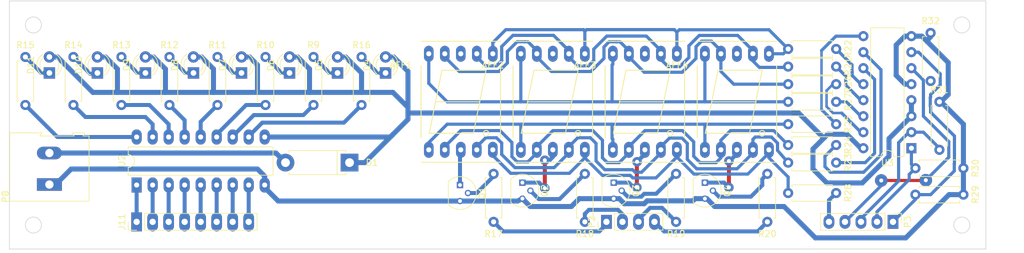
<source format=kicad_pcb>
(kicad_pcb (version 4) (host pcbnew 4.0.3-stable)

  (general
    (links 235)
    (no_connects 13)
    (area 65.989999 32.969999 221.030001 72.440001)
    (thickness 1.6)
    (drawings 11)
    (tracks 499)
    (zones 0)
    (modules 47)
    (nets 64)
  )

  (page A4)
  (layers
    (0 F.Cu signal)
    (31 B.Cu signal)
    (32 B.Adhes user)
    (33 F.Adhes user)
    (34 B.Paste user hide)
    (35 F.Paste user)
    (36 B.SilkS user)
    (37 F.SilkS user)
    (38 B.Mask user)
    (39 F.Mask user)
    (40 Dwgs.User user)
    (41 Cmts.User user)
    (42 Eco1.User user)
    (43 Eco2.User user)
    (44 Edge.Cuts user)
    (45 Margin user)
    (46 B.CrtYd user)
    (47 F.CrtYd user)
    (48 B.Fab user)
    (49 F.Fab user)
  )

  (setup
    (last_trace_width 0.8)
    (trace_clearance 0.4)
    (zone_clearance 0.0144)
    (zone_45_only no)
    (trace_min 0.254)
    (segment_width 0.1)
    (edge_width 0.1)
    (via_size 0.889)
    (via_drill 0.635)
    (via_min_size 0.889)
    (via_min_drill 0.508)
    (uvia_size 0.508)
    (uvia_drill 0.127)
    (uvias_allowed no)
    (uvia_min_size 0.508)
    (uvia_min_drill 0.127)
    (pcb_text_width 0.3)
    (pcb_text_size 1.5 1.5)
    (mod_edge_width 0.15)
    (mod_text_size 1 1)
    (mod_text_width 0.15)
    (pad_size 7 7)
    (pad_drill 3.5)
    (pad_to_mask_clearance 0)
    (aux_axis_origin 69.85 135.89)
    (visible_elements 7FFDFF7F)
    (pcbplotparams
      (layerselection 0x00000_80000000)
      (usegerberextensions false)
      (excludeedgelayer false)
      (linewidth 0.100000)
      (plotframeref false)
      (viasonmask false)
      (mode 1)
      (useauxorigin false)
      (hpglpennumber 1)
      (hpglpenspeed 20)
      (hpglpendiameter 15)
      (hpglpenoverlay 2)
      (psnegative false)
      (psa4output false)
      (plotreference true)
      (plotvalue true)
      (plotinvisibletext false)
      (padsonsilk false)
      (subtractmaskfromsilk false)
      (outputformat 5)
      (mirror false)
      (drillshape 1)
      (scaleselection 1)
      (outputdirectory GerberOutput/))
  )

  (net 0 "")
  (net 1 GND)
  (net 2 "Net-(J11-Pad1)")
  (net 3 "Net-(J11-Pad2)")
  (net 4 "Net-(J11-Pad3)")
  (net 5 "Net-(J11-Pad4)")
  (net 6 "Net-(J11-Pad5)")
  (net 7 "Net-(J11-Pad6)")
  (net 8 "Net-(J11-Pad7)")
  (net 9 "Net-(J11-Pad8)")
  (net 10 /e)
  (net 11 /d)
  (net 12 "Net-(AFF1-Pad3)")
  (net 13 /c)
  (net 14 /h)
  (net 15 /b)
  (net 16 /a)
  (net 17 /f)
  (net 18 /g)
  (net 19 "Net-(AFF2-Pad3)")
  (net 20 "Net-(AFF3-Pad3)")
  (net 21 "Net-(AFF4-Pad3)")
  (net 22 /Display_B)
  (net 23 /Display_C)
  (net 24 /Display_D)
  (net 25 /Display_A)
  (net 26 Disp1)
  (net 27 Disp2)
  (net 28 Disp3)
  (net 29 Disp4)
  (net 30 "Net-(Q1-Pad2)")
  (net 31 "Net-(Q2-Pad2)")
  (net 32 "Net-(Q3-Pad2)")
  (net 33 "Net-(Q4-Pad2)")
  (net 34 "Net-(R21-Pad1)")
  (net 35 "Net-(R22-Pad1)")
  (net 36 "Net-(R23-Pad1)")
  (net 37 "Net-(R24-Pad1)")
  (net 38 "Net-(R25-Pad1)")
  (net 39 "Net-(R26-Pad1)")
  (net 40 "Net-(R27-Pad1)")
  (net 41 /DisplayH)
  (net 42 "Net-(R9-Pad2)")
  (net 43 "Net-(R10-Pad2)")
  (net 44 "Net-(R11-Pad2)")
  (net 45 "Net-(R12-Pad2)")
  (net 46 "Net-(R13-Pad2)")
  (net 47 "Net-(R14-Pad2)")
  (net 48 "Net-(R15-Pad2)")
  (net 49 "Net-(R16-Pad2)")
  (net 50 "Net-(D11-Pad1)")
  (net 51 "Net-(D4-Pad1)")
  (net 52 "Net-(D5-Pad1)")
  (net 53 "Net-(D6-Pad1)")
  (net 54 "Net-(D7-Pad1)")
  (net 55 "Net-(D8-Pad1)")
  (net 56 "Net-(D9-Pad1)")
  (net 57 "Net-(D10-Pad1)")
  (net 58 VDD)
  (net 59 "Net-(AFF1-Pad8)")
  (net 60 "Net-(AFF2-Pad8)")
  (net 61 "Net-(AFF3-Pad8)")
  (net 62 "Net-(AFF4-Pad8)")
  (net 63 "Net-(D1-Pad2)")

  (net_class Default "This is the default net class."
    (clearance 0.4)
    (trace_width 0.8)
    (via_dia 0.889)
    (via_drill 0.635)
    (uvia_dia 0.508)
    (uvia_drill 0.127)
    (add_net +12VFuente)
    (add_net +5VUSB)
    (add_net -VrefAnalogica)
    (add_net GND)
    (add_net "Net-(AFF1-Pad8)")
    (add_net "Net-(AFF2-Pad8)")
    (add_net "Net-(AFF3-Pad8)")
    (add_net "Net-(AFF4-Pad8)")
    (add_net "Net-(D1-Pad2)")
    (add_net "Net-(J3-Pad6)")
    (add_net PGC)
    (add_net PGD)
    (add_net RC4)
    (add_net RC5)
    (add_net VDD)
    (add_net VUR)
    (add_net VrefAnalogica)
  )

  (net_class conexiones ""
    (clearance 0.4)
    (trace_width 0.635)
    (via_dia 0.889)
    (via_drill 0.635)
    (uvia_dia 0.508)
    (uvia_drill 0.127)
    (add_net /DisplayH)
    (add_net Boton1)
    (add_net Boton2)
    (add_net Boton3)
    (add_net Boton4)
    (add_net Disp1)
    (add_net Disp2)
    (add_net Disp3)
    (add_net Disp4)
    (add_net MCRL)
    (add_net "Net-(AFF1-Pad3)")
    (add_net "Net-(AFF2-Pad3)")
    (add_net "Net-(AFF3-Pad3)")
    (add_net "Net-(AFF4-Pad3)")
    (add_net "Net-(C11-Pad1)")
    (add_net "Net-(C8-Pad1)")
    (add_net "Net-(D10-Pad1)")
    (add_net "Net-(D11-Pad1)")
    (add_net "Net-(D2-Pad1)")
    (add_net "Net-(D3-Pad1)")
    (add_net "Net-(D4-Pad1)")
    (add_net "Net-(D5-Pad1)")
    (add_net "Net-(D6-Pad1)")
    (add_net "Net-(D7-Pad1)")
    (add_net "Net-(D8-Pad1)")
    (add_net "Net-(D9-Pad1)")
    (add_net "Net-(J11-Pad1)")
    (add_net "Net-(J11-Pad2)")
    (add_net "Net-(J11-Pad3)")
    (add_net "Net-(J11-Pad4)")
    (add_net "Net-(J11-Pad5)")
    (add_net "Net-(J11-Pad6)")
    (add_net "Net-(J11-Pad7)")
    (add_net "Net-(J11-Pad8)")
    (add_net "Net-(P1-Pad2)")
    (add_net "Net-(P1-Pad3)")
    (add_net "Net-(Q1-Pad2)")
    (add_net "Net-(Q2-Pad2)")
    (add_net "Net-(Q3-Pad2)")
    (add_net "Net-(Q4-Pad2)")
    (add_net "Net-(R10-Pad2)")
    (add_net "Net-(R11-Pad2)")
    (add_net "Net-(R12-Pad2)")
    (add_net "Net-(R13-Pad2)")
    (add_net "Net-(R14-Pad2)")
    (add_net "Net-(R15-Pad2)")
    (add_net "Net-(R16-Pad2)")
    (add_net "Net-(R9-Pad2)")
    (add_net OSC1)
    (add_net OSC2)
    (add_net RA0)
    (add_net RA1)
    (add_net RA2)
    (add_net RA3)
    (add_net RA4)
    (add_net RA5)
    (add_net RB0)
    (add_net RB1)
    (add_net RB2)
    (add_net RB3)
    (add_net RB4)
    (add_net RB5)
    (add_net RC0)
    (add_net RC1)
    (add_net RC2)
    (add_net RC6)
    (add_net RC7)
    (add_net RD0)
    (add_net RD1)
    (add_net RD2)
    (add_net RD3)
    (add_net RD4)
    (add_net RD5)
    (add_net RD6)
    (add_net RD7)
    (add_net RE0)
    (add_net RE1)
    (add_net RE2)
  )

  (net_class display ""
    (clearance 0.4)
    (trace_width 0.5)
    (via_dia 0.889)
    (via_drill 0.635)
    (uvia_dia 0.508)
    (uvia_drill 0.127)
    (add_net /Display_A)
    (add_net /Display_B)
    (add_net /Display_C)
    (add_net /Display_D)
    (add_net /a)
    (add_net /b)
    (add_net /c)
    (add_net /d)
    (add_net /e)
    (add_net /f)
    (add_net /g)
    (add_net /h)
    (add_net "Net-(R21-Pad1)")
    (add_net "Net-(R22-Pad1)")
    (add_net "Net-(R23-Pad1)")
    (add_net "Net-(R24-Pad1)")
    (add_net "Net-(R25-Pad1)")
    (add_net "Net-(R26-Pad1)")
    (add_net "Net-(R27-Pad1)")
  )

  (module libreria:LED_D3.0mm (layer F.Cu) (tedit 587A3A7B) (tstamp 5A6D6B09)
    (at 72.39 44.45 90)
    (descr "LED, diameter 3.0mm, 2 pins")
    (tags "LED diameter 3.0mm 2 pins")
    (path /5A5ABF28)
    (fp_text reference D11 (at 1.27 -2.96 90) (layer F.SilkS)
      (effects (font (size 1 1) (thickness 0.15)))
    )
    (fp_text value LED (at 5.08 0 180) (layer F.Fab)
      (effects (font (size 1 1) (thickness 0.15)))
    )
    (fp_arc (start 1.27 0) (end -0.23 -1.16619) (angle 284.3) (layer F.Fab) (width 0.1))
    (fp_arc (start 1.27 0) (end -0.29 -1.235516) (angle 108.8) (layer F.SilkS) (width 0.12))
    (fp_arc (start 1.27 0) (end -0.29 1.235516) (angle -108.8) (layer F.SilkS) (width 0.12))
    (fp_arc (start 1.27 0) (end 0.229039 -1.08) (angle 87.9) (layer F.SilkS) (width 0.12))
    (fp_arc (start 1.27 0) (end 0.229039 1.08) (angle -87.9) (layer F.SilkS) (width 0.12))
    (fp_circle (center 1.27 0) (end 2.77 0) (layer F.Fab) (width 0.1))
    (fp_line (start -0.23 -1.16619) (end -0.23 1.16619) (layer F.Fab) (width 0.1))
    (fp_line (start -0.29 -1.236) (end -0.29 -1.08) (layer F.SilkS) (width 0.12))
    (fp_line (start -0.29 1.08) (end -0.29 1.236) (layer F.SilkS) (width 0.12))
    (fp_line (start -1.15 -2.25) (end -1.15 2.25) (layer F.CrtYd) (width 0.05))
    (fp_line (start -1.15 2.25) (end 3.7 2.25) (layer F.CrtYd) (width 0.05))
    (fp_line (start 3.7 2.25) (end 3.7 -2.25) (layer F.CrtYd) (width 0.05))
    (fp_line (start 3.7 -2.25) (end -1.15 -2.25) (layer F.CrtYd) (width 0.05))
    (pad 1 thru_hole rect (at 0 0 90) (size 1.8 1.8) (drill 0.9) (layers *.Cu *.Mask)
      (net 50 "Net-(D11-Pad1)"))
    (pad 2 thru_hole circle (at 2.54 0 90) (size 1.8 1.8) (drill 0.9) (layers *.Cu *.Mask)
      (net 58 VDD))
    (model C:/Users/Admin/Dropbox/tecnica1/altium2kicad/Modelos3d/LED_D3.0mm.wrl
      (at (xyz 0 0 0))
      (scale (xyz 1 1 1))
      (rotate (xyz 0 0 0))
    )
    (model ../../../../../../Users/Admin/Dropbox/tecnica1/Entrenador4to2018/Modelos3d/LED_D3.0mm.wrl
      (at (xyz 0 0 0))
      (scale (xyz 1 1 1))
      (rotate (xyz 0 0 0))
    )
  )

  (module libreria:LED_D3.0mm (layer F.Cu) (tedit 587A3A7B) (tstamp 5A3E9887)
    (at 80.01 44.45 90)
    (descr "LED, diameter 3.0mm, 2 pins")
    (tags "LED diameter 3.0mm 2 pins")
    (path /5A5ABDFD)
    (fp_text reference D10 (at 1.27 -2.96 90) (layer F.SilkS)
      (effects (font (size 1 1) (thickness 0.15)))
    )
    (fp_text value LED (at 5.08 0 180) (layer F.Fab)
      (effects (font (size 1 1) (thickness 0.15)))
    )
    (fp_arc (start 1.27 0) (end -0.23 -1.16619) (angle 284.3) (layer F.Fab) (width 0.1))
    (fp_arc (start 1.27 0) (end -0.29 -1.235516) (angle 108.8) (layer F.SilkS) (width 0.12))
    (fp_arc (start 1.27 0) (end -0.29 1.235516) (angle -108.8) (layer F.SilkS) (width 0.12))
    (fp_arc (start 1.27 0) (end 0.229039 -1.08) (angle 87.9) (layer F.SilkS) (width 0.12))
    (fp_arc (start 1.27 0) (end 0.229039 1.08) (angle -87.9) (layer F.SilkS) (width 0.12))
    (fp_circle (center 1.27 0) (end 2.77 0) (layer F.Fab) (width 0.1))
    (fp_line (start -0.23 -1.16619) (end -0.23 1.16619) (layer F.Fab) (width 0.1))
    (fp_line (start -0.29 -1.236) (end -0.29 -1.08) (layer F.SilkS) (width 0.12))
    (fp_line (start -0.29 1.08) (end -0.29 1.236) (layer F.SilkS) (width 0.12))
    (fp_line (start -1.15 -2.25) (end -1.15 2.25) (layer F.CrtYd) (width 0.05))
    (fp_line (start -1.15 2.25) (end 3.7 2.25) (layer F.CrtYd) (width 0.05))
    (fp_line (start 3.7 2.25) (end 3.7 -2.25) (layer F.CrtYd) (width 0.05))
    (fp_line (start 3.7 -2.25) (end -1.15 -2.25) (layer F.CrtYd) (width 0.05))
    (pad 1 thru_hole rect (at 0 0 90) (size 1.8 1.8) (drill 0.9) (layers *.Cu *.Mask)
      (net 57 "Net-(D10-Pad1)"))
    (pad 2 thru_hole circle (at 2.54 0 90) (size 1.8 1.8) (drill 0.9) (layers *.Cu *.Mask)
      (net 58 VDD))
    (model C:/Users/Admin/Dropbox/tecnica1/altium2kicad/Modelos3d/LED_D3.0mm.wrl
      (at (xyz 0 0 0))
      (scale (xyz 1 1 1))
      (rotate (xyz 0 0 0))
    )
    (model ../../../../../../Users/Admin/Dropbox/tecnica1/Entrenador4to2018/Modelos3d/LED_D3.0mm.wrl
      (at (xyz 0 0 0))
      (scale (xyz 1 1 1))
      (rotate (xyz 0 0 0))
    )
  )

  (module libreria:LED_D3.0mm (layer F.Cu) (tedit 587A3A7B) (tstamp 5A3E9874)
    (at 87.63 44.45 90)
    (descr "LED, diameter 3.0mm, 2 pins")
    (tags "LED diameter 3.0mm 2 pins")
    (path /5A5ABCCF)
    (fp_text reference D9 (at 1.27 -2.96 90) (layer F.SilkS)
      (effects (font (size 1 1) (thickness 0.15)))
    )
    (fp_text value LED (at 5.08 0 180) (layer F.Fab)
      (effects (font (size 1 1) (thickness 0.15)))
    )
    (fp_arc (start 1.27 0) (end -0.23 -1.16619) (angle 284.3) (layer F.Fab) (width 0.1))
    (fp_arc (start 1.27 0) (end -0.29 -1.235516) (angle 108.8) (layer F.SilkS) (width 0.12))
    (fp_arc (start 1.27 0) (end -0.29 1.235516) (angle -108.8) (layer F.SilkS) (width 0.12))
    (fp_arc (start 1.27 0) (end 0.229039 -1.08) (angle 87.9) (layer F.SilkS) (width 0.12))
    (fp_arc (start 1.27 0) (end 0.229039 1.08) (angle -87.9) (layer F.SilkS) (width 0.12))
    (fp_circle (center 1.27 0) (end 2.77 0) (layer F.Fab) (width 0.1))
    (fp_line (start -0.23 -1.16619) (end -0.23 1.16619) (layer F.Fab) (width 0.1))
    (fp_line (start -0.29 -1.236) (end -0.29 -1.08) (layer F.SilkS) (width 0.12))
    (fp_line (start -0.29 1.08) (end -0.29 1.236) (layer F.SilkS) (width 0.12))
    (fp_line (start -1.15 -2.25) (end -1.15 2.25) (layer F.CrtYd) (width 0.05))
    (fp_line (start -1.15 2.25) (end 3.7 2.25) (layer F.CrtYd) (width 0.05))
    (fp_line (start 3.7 2.25) (end 3.7 -2.25) (layer F.CrtYd) (width 0.05))
    (fp_line (start 3.7 -2.25) (end -1.15 -2.25) (layer F.CrtYd) (width 0.05))
    (pad 1 thru_hole rect (at 0 0 90) (size 1.8 1.8) (drill 0.9) (layers *.Cu *.Mask)
      (net 56 "Net-(D9-Pad1)"))
    (pad 2 thru_hole circle (at 2.54 0 90) (size 1.8 1.8) (drill 0.9) (layers *.Cu *.Mask)
      (net 58 VDD))
    (model C:/Users/Admin/Dropbox/tecnica1/altium2kicad/Modelos3d/LED_D3.0mm.wrl
      (at (xyz 0 0 0))
      (scale (xyz 1 1 1))
      (rotate (xyz 0 0 0))
    )
    (model ../../../../../../Users/Admin/Dropbox/tecnica1/Entrenador4to2018/Modelos3d/LED_D3.0mm.wrl
      (at (xyz 0 0 0))
      (scale (xyz 1 1 1))
      (rotate (xyz 0 0 0))
    )
  )

  (module libreria:LED_D3.0mm (layer F.Cu) (tedit 587A3A7B) (tstamp 5A3E9861)
    (at 95.25 44.45 90)
    (descr "LED, diameter 3.0mm, 2 pins")
    (tags "LED diameter 3.0mm 2 pins")
    (path /5A5ABBB0)
    (fp_text reference D8 (at 1.27 -2.96 90) (layer F.SilkS)
      (effects (font (size 1 1) (thickness 0.15)))
    )
    (fp_text value LED (at 5.08 0 180) (layer F.Fab)
      (effects (font (size 1 1) (thickness 0.15)))
    )
    (fp_arc (start 1.27 0) (end -0.23 -1.16619) (angle 284.3) (layer F.Fab) (width 0.1))
    (fp_arc (start 1.27 0) (end -0.29 -1.235516) (angle 108.8) (layer F.SilkS) (width 0.12))
    (fp_arc (start 1.27 0) (end -0.29 1.235516) (angle -108.8) (layer F.SilkS) (width 0.12))
    (fp_arc (start 1.27 0) (end 0.229039 -1.08) (angle 87.9) (layer F.SilkS) (width 0.12))
    (fp_arc (start 1.27 0) (end 0.229039 1.08) (angle -87.9) (layer F.SilkS) (width 0.12))
    (fp_circle (center 1.27 0) (end 2.77 0) (layer F.Fab) (width 0.1))
    (fp_line (start -0.23 -1.16619) (end -0.23 1.16619) (layer F.Fab) (width 0.1))
    (fp_line (start -0.29 -1.236) (end -0.29 -1.08) (layer F.SilkS) (width 0.12))
    (fp_line (start -0.29 1.08) (end -0.29 1.236) (layer F.SilkS) (width 0.12))
    (fp_line (start -1.15 -2.25) (end -1.15 2.25) (layer F.CrtYd) (width 0.05))
    (fp_line (start -1.15 2.25) (end 3.7 2.25) (layer F.CrtYd) (width 0.05))
    (fp_line (start 3.7 2.25) (end 3.7 -2.25) (layer F.CrtYd) (width 0.05))
    (fp_line (start 3.7 -2.25) (end -1.15 -2.25) (layer F.CrtYd) (width 0.05))
    (pad 1 thru_hole rect (at 0 0 90) (size 1.8 1.8) (drill 0.9) (layers *.Cu *.Mask)
      (net 55 "Net-(D8-Pad1)"))
    (pad 2 thru_hole circle (at 2.54 0 90) (size 1.8 1.8) (drill 0.9) (layers *.Cu *.Mask)
      (net 58 VDD))
    (model C:/Users/Admin/Dropbox/tecnica1/altium2kicad/Modelos3d/LED_D3.0mm.wrl
      (at (xyz 0 0 0))
      (scale (xyz 1 1 1))
      (rotate (xyz 0 0 0))
    )
    (model ../../../../../../Users/Admin/Dropbox/tecnica1/Entrenador4to2018/Modelos3d/LED_D3.0mm.wrl
      (at (xyz 0 0 0))
      (scale (xyz 1 1 1))
      (rotate (xyz 0 0 0))
    )
  )

  (module libreria:LED_D3.0mm (layer F.Cu) (tedit 587A3A7B) (tstamp 5A3E984E)
    (at 102.87 44.45 90)
    (descr "LED, diameter 3.0mm, 2 pins")
    (tags "LED diameter 3.0mm 2 pins")
    (path /5A5ABA90)
    (fp_text reference D7 (at 1.27 -2.96 90) (layer F.SilkS)
      (effects (font (size 1 1) (thickness 0.15)))
    )
    (fp_text value LED (at 5.08 0 180) (layer F.Fab)
      (effects (font (size 1 1) (thickness 0.15)))
    )
    (fp_arc (start 1.27 0) (end -0.23 -1.16619) (angle 284.3) (layer F.Fab) (width 0.1))
    (fp_arc (start 1.27 0) (end -0.29 -1.235516) (angle 108.8) (layer F.SilkS) (width 0.12))
    (fp_arc (start 1.27 0) (end -0.29 1.235516) (angle -108.8) (layer F.SilkS) (width 0.12))
    (fp_arc (start 1.27 0) (end 0.229039 -1.08) (angle 87.9) (layer F.SilkS) (width 0.12))
    (fp_arc (start 1.27 0) (end 0.229039 1.08) (angle -87.9) (layer F.SilkS) (width 0.12))
    (fp_circle (center 1.27 0) (end 2.77 0) (layer F.Fab) (width 0.1))
    (fp_line (start -0.23 -1.16619) (end -0.23 1.16619) (layer F.Fab) (width 0.1))
    (fp_line (start -0.29 -1.236) (end -0.29 -1.08) (layer F.SilkS) (width 0.12))
    (fp_line (start -0.29 1.08) (end -0.29 1.236) (layer F.SilkS) (width 0.12))
    (fp_line (start -1.15 -2.25) (end -1.15 2.25) (layer F.CrtYd) (width 0.05))
    (fp_line (start -1.15 2.25) (end 3.7 2.25) (layer F.CrtYd) (width 0.05))
    (fp_line (start 3.7 2.25) (end 3.7 -2.25) (layer F.CrtYd) (width 0.05))
    (fp_line (start 3.7 -2.25) (end -1.15 -2.25) (layer F.CrtYd) (width 0.05))
    (pad 1 thru_hole rect (at 0 0 90) (size 1.8 1.8) (drill 0.9) (layers *.Cu *.Mask)
      (net 54 "Net-(D7-Pad1)"))
    (pad 2 thru_hole circle (at 2.54 0 90) (size 1.8 1.8) (drill 0.9) (layers *.Cu *.Mask)
      (net 58 VDD))
    (model C:/Users/Admin/Dropbox/tecnica1/altium2kicad/Modelos3d/LED_D3.0mm.wrl
      (at (xyz 0 0 0))
      (scale (xyz 1 1 1))
      (rotate (xyz 0 0 0))
    )
    (model ../../../../../../Users/Admin/Dropbox/tecnica1/Entrenador4to2018/Modelos3d/LED_D3.0mm.wrl
      (at (xyz 0 0 0))
      (scale (xyz 1 1 1))
      (rotate (xyz 0 0 0))
    )
  )

  (module libreria:LED_D3.0mm (layer F.Cu) (tedit 587A3A7B) (tstamp 5A3E983B)
    (at 110.49 44.45 90)
    (descr "LED, diameter 3.0mm, 2 pins")
    (tags "LED diameter 3.0mm 2 pins")
    (path /5A5AB963)
    (fp_text reference D6 (at 1.27 -2.96 90) (layer F.SilkS)
      (effects (font (size 1 1) (thickness 0.15)))
    )
    (fp_text value LED (at 5.08 0 180) (layer F.Fab)
      (effects (font (size 1 1) (thickness 0.15)))
    )
    (fp_arc (start 1.27 0) (end -0.23 -1.16619) (angle 284.3) (layer F.Fab) (width 0.1))
    (fp_arc (start 1.27 0) (end -0.29 -1.235516) (angle 108.8) (layer F.SilkS) (width 0.12))
    (fp_arc (start 1.27 0) (end -0.29 1.235516) (angle -108.8) (layer F.SilkS) (width 0.12))
    (fp_arc (start 1.27 0) (end 0.229039 -1.08) (angle 87.9) (layer F.SilkS) (width 0.12))
    (fp_arc (start 1.27 0) (end 0.229039 1.08) (angle -87.9) (layer F.SilkS) (width 0.12))
    (fp_circle (center 1.27 0) (end 2.77 0) (layer F.Fab) (width 0.1))
    (fp_line (start -0.23 -1.16619) (end -0.23 1.16619) (layer F.Fab) (width 0.1))
    (fp_line (start -0.29 -1.236) (end -0.29 -1.08) (layer F.SilkS) (width 0.12))
    (fp_line (start -0.29 1.08) (end -0.29 1.236) (layer F.SilkS) (width 0.12))
    (fp_line (start -1.15 -2.25) (end -1.15 2.25) (layer F.CrtYd) (width 0.05))
    (fp_line (start -1.15 2.25) (end 3.7 2.25) (layer F.CrtYd) (width 0.05))
    (fp_line (start 3.7 2.25) (end 3.7 -2.25) (layer F.CrtYd) (width 0.05))
    (fp_line (start 3.7 -2.25) (end -1.15 -2.25) (layer F.CrtYd) (width 0.05))
    (pad 1 thru_hole rect (at 0 0 90) (size 1.8 1.8) (drill 0.9) (layers *.Cu *.Mask)
      (net 53 "Net-(D6-Pad1)"))
    (pad 2 thru_hole circle (at 2.54 0 90) (size 1.8 1.8) (drill 0.9) (layers *.Cu *.Mask)
      (net 58 VDD))
    (model C:/Users/Admin/Dropbox/tecnica1/altium2kicad/Modelos3d/LED_D3.0mm.wrl
      (at (xyz 0 0 0))
      (scale (xyz 1 1 1))
      (rotate (xyz 0 0 0))
    )
    (model ../../../../../../Users/Admin/Dropbox/tecnica1/Entrenador4to2018/Modelos3d/LED_D3.0mm.wrl
      (at (xyz 0 0 0))
      (scale (xyz 1 1 1))
      (rotate (xyz 0 0 0))
    )
  )

  (module libreria:LED_D3.0mm (layer F.Cu) (tedit 587A3A7B) (tstamp 5A3E9828)
    (at 118.11 44.45 90)
    (descr "LED, diameter 3.0mm, 2 pins")
    (tags "LED diameter 3.0mm 2 pins")
    (path /5A5AB849)
    (fp_text reference D5 (at 1.27 -2.96 90) (layer F.SilkS)
      (effects (font (size 1 1) (thickness 0.15)))
    )
    (fp_text value LED (at 5.08 0 180) (layer F.Fab)
      (effects (font (size 1 1) (thickness 0.15)))
    )
    (fp_arc (start 1.27 0) (end -0.23 -1.16619) (angle 284.3) (layer F.Fab) (width 0.1))
    (fp_arc (start 1.27 0) (end -0.29 -1.235516) (angle 108.8) (layer F.SilkS) (width 0.12))
    (fp_arc (start 1.27 0) (end -0.29 1.235516) (angle -108.8) (layer F.SilkS) (width 0.12))
    (fp_arc (start 1.27 0) (end 0.229039 -1.08) (angle 87.9) (layer F.SilkS) (width 0.12))
    (fp_arc (start 1.27 0) (end 0.229039 1.08) (angle -87.9) (layer F.SilkS) (width 0.12))
    (fp_circle (center 1.27 0) (end 2.77 0) (layer F.Fab) (width 0.1))
    (fp_line (start -0.23 -1.16619) (end -0.23 1.16619) (layer F.Fab) (width 0.1))
    (fp_line (start -0.29 -1.236) (end -0.29 -1.08) (layer F.SilkS) (width 0.12))
    (fp_line (start -0.29 1.08) (end -0.29 1.236) (layer F.SilkS) (width 0.12))
    (fp_line (start -1.15 -2.25) (end -1.15 2.25) (layer F.CrtYd) (width 0.05))
    (fp_line (start -1.15 2.25) (end 3.7 2.25) (layer F.CrtYd) (width 0.05))
    (fp_line (start 3.7 2.25) (end 3.7 -2.25) (layer F.CrtYd) (width 0.05))
    (fp_line (start 3.7 -2.25) (end -1.15 -2.25) (layer F.CrtYd) (width 0.05))
    (pad 1 thru_hole rect (at 0 0 90) (size 1.8 1.8) (drill 0.9) (layers *.Cu *.Mask)
      (net 52 "Net-(D5-Pad1)"))
    (pad 2 thru_hole circle (at 2.54 0 90) (size 1.8 1.8) (drill 0.9) (layers *.Cu *.Mask)
      (net 58 VDD))
    (model C:/Users/Admin/Dropbox/tecnica1/altium2kicad/Modelos3d/LED_D3.0mm.wrl
      (at (xyz 0 0 0))
      (scale (xyz 1 1 1))
      (rotate (xyz 0 0 0))
    )
    (model ../../../../../../Users/Admin/Dropbox/tecnica1/Entrenador4to2018/Modelos3d/LED_D3.0mm.wrl
      (at (xyz 0 0 0))
      (scale (xyz 1 1 1))
      (rotate (xyz 0 0 0))
    )
  )

  (module libreria:LED_D3.0mm (layer F.Cu) (tedit 587A3A7B) (tstamp 5A3E9815)
    (at 125.73 44.45 90)
    (descr "LED, diameter 3.0mm, 2 pins")
    (tags "LED diameter 3.0mm 2 pins")
    (path /5A5AB091)
    (fp_text reference D4 (at 1.27 -2.96 90) (layer F.SilkS)
      (effects (font (size 1 1) (thickness 0.15)))
    )
    (fp_text value LED (at 5.08 0 180) (layer F.Fab)
      (effects (font (size 1 1) (thickness 0.15)))
    )
    (fp_arc (start 1.27 0) (end -0.23 -1.16619) (angle 284.3) (layer F.Fab) (width 0.1))
    (fp_arc (start 1.27 0) (end -0.29 -1.235516) (angle 108.8) (layer F.SilkS) (width 0.12))
    (fp_arc (start 1.27 0) (end -0.29 1.235516) (angle -108.8) (layer F.SilkS) (width 0.12))
    (fp_arc (start 1.27 0) (end 0.229039 -1.08) (angle 87.9) (layer F.SilkS) (width 0.12))
    (fp_arc (start 1.27 0) (end 0.229039 1.08) (angle -87.9) (layer F.SilkS) (width 0.12))
    (fp_circle (center 1.27 0) (end 2.77 0) (layer F.Fab) (width 0.1))
    (fp_line (start -0.23 -1.16619) (end -0.23 1.16619) (layer F.Fab) (width 0.1))
    (fp_line (start -0.29 -1.236) (end -0.29 -1.08) (layer F.SilkS) (width 0.12))
    (fp_line (start -0.29 1.08) (end -0.29 1.236) (layer F.SilkS) (width 0.12))
    (fp_line (start -1.15 -2.25) (end -1.15 2.25) (layer F.CrtYd) (width 0.05))
    (fp_line (start -1.15 2.25) (end 3.7 2.25) (layer F.CrtYd) (width 0.05))
    (fp_line (start 3.7 2.25) (end 3.7 -2.25) (layer F.CrtYd) (width 0.05))
    (fp_line (start 3.7 -2.25) (end -1.15 -2.25) (layer F.CrtYd) (width 0.05))
    (pad 1 thru_hole rect (at 0 0 90) (size 1.8 1.8) (drill 0.9) (layers *.Cu *.Mask)
      (net 51 "Net-(D4-Pad1)"))
    (pad 2 thru_hole circle (at 2.54 0 90) (size 1.8 1.8) (drill 0.9) (layers *.Cu *.Mask)
      (net 58 VDD))
    (model C:/Users/Admin/Dropbox/tecnica1/altium2kicad/Modelos3d/LED_D3.0mm.wrl
      (at (xyz 0 0 0))
      (scale (xyz 1 1 1))
      (rotate (xyz 0 0 0))
    )
    (model ../../../../../../Users/Admin/Dropbox/tecnica1/Entrenador4to2018/Modelos3d/LED_D3.0mm.wrl
      (at (xyz 0 0 0))
      (scale (xyz 1 1 1))
      (rotate (xyz 0 0 0))
    )
  )

  (module libreria:Socket_Strip_Straight_1x08_Pitch2.54mm (layer F.Cu) (tedit 5A78E268) (tstamp 5A6D6B66)
    (at 86.233 68.072 90)
    (descr "Through hole straight socket strip, 1x08, 2.54mm pitch, single row")
    (tags "Through hole socket strip THT 1x08 2.54mm single row")
    (path /5A403AF2)
    (fp_text reference J11 (at 0 -2.33 90) (layer F.SilkS)
      (effects (font (size 1 1) (thickness 0.15)))
    )
    (fp_text value CON8 (at 0 20.11 90) (layer F.Fab)
      (effects (font (size 1 1) (thickness 0.15)))
    )
    (fp_line (start -1.27 -1.27) (end -1.27 19.05) (layer F.Fab) (width 0.1))
    (fp_line (start -1.27 19.05) (end 1.27 19.05) (layer F.Fab) (width 0.1))
    (fp_line (start 1.27 19.05) (end 1.27 -1.27) (layer F.Fab) (width 0.1))
    (fp_line (start 1.27 -1.27) (end -1.27 -1.27) (layer F.Fab) (width 0.1))
    (fp_line (start -1.33 1.27) (end -1.33 19.11) (layer F.SilkS) (width 0.12))
    (fp_line (start -1.33 19.11) (end 1.33 19.11) (layer F.SilkS) (width 0.12))
    (fp_line (start 1.33 19.11) (end 1.33 1.27) (layer F.SilkS) (width 0.12))
    (fp_line (start 1.33 1.27) (end -1.33 1.27) (layer F.SilkS) (width 0.12))
    (fp_line (start -1.33 0) (end -1.33 -1.33) (layer F.SilkS) (width 0.12))
    (fp_line (start -1.33 -1.33) (end 0 -1.33) (layer F.SilkS) (width 0.12))
    (fp_line (start -1.8 -1.8) (end -1.8 19.55) (layer F.CrtYd) (width 0.05))
    (fp_line (start -1.8 19.55) (end 1.8 19.55) (layer F.CrtYd) (width 0.05))
    (fp_line (start 1.8 19.55) (end 1.8 -1.8) (layer F.CrtYd) (width 0.05))
    (fp_line (start 1.8 -1.8) (end -1.8 -1.8) (layer F.CrtYd) (width 0.05))
    (fp_text user %R (at 0 -2.33 90) (layer F.Fab)
      (effects (font (size 1 1) (thickness 0.15)))
    )
    (pad 1 thru_hole rect (at 0 0 90) (size 3 1.7) (drill oval 1) (layers *.Cu *.Mask)
      (net 2 "Net-(J11-Pad1)"))
    (pad 2 thru_hole oval (at 0 2.54 90) (size 3 1.7) (drill 1) (layers *.Cu *.Mask)
      (net 3 "Net-(J11-Pad2)"))
    (pad 3 thru_hole oval (at 0 5.08 90) (size 3 1.7) (drill 1) (layers *.Cu *.Mask)
      (net 4 "Net-(J11-Pad3)"))
    (pad 4 thru_hole oval (at 0 7.62 90) (size 3 1.7) (drill 1) (layers *.Cu *.Mask)
      (net 5 "Net-(J11-Pad4)"))
    (pad 5 thru_hole oval (at 0 10.16 90) (size 3 1.7) (drill 1) (layers *.Cu *.Mask)
      (net 6 "Net-(J11-Pad5)"))
    (pad 6 thru_hole oval (at 0 12.7 90) (size 3 1.7) (drill 1) (layers *.Cu *.Mask)
      (net 7 "Net-(J11-Pad6)"))
    (pad 7 thru_hole oval (at 0 15.24 90) (size 3 1.7) (drill 1) (layers *.Cu *.Mask)
      (net 8 "Net-(J11-Pad7)"))
    (pad 8 thru_hole oval (at 0 17.78 90) (size 3 1.7) (drill 1) (layers *.Cu *.Mask)
      (net 9 "Net-(J11-Pad8)"))
    (model ../../../../../../Users/Admin/Dropbox/tecnica1/Entrenador4to2018/Modelos3d/PinSocket_1x08_P2.54mm_Vertical.wrl
      (at (xyz 0 0 0))
      (scale (xyz 1 1 1))
      (rotate (xyz 0 0 0))
    )
  )

  (module libreria:R_Axial_DIN0207_L6.3mm_D2.5mm_P7.62mm_Horizontal (layer F.Cu) (tedit 5874F706) (tstamp 5A3E993D)
    (at 68.58 41.91 270)
    (descr "Resistor, Axial_DIN0207 series, Axial, Horizontal, pin pitch=7.62mm, 0.25W = 1/4W, length*diameter=6.3*2.5mm^2, http://cdn-reichelt.de/documents/datenblatt/B400/1_4W%23YAG.pdf")
    (tags "Resistor Axial_DIN0207 series Axial Horizontal pin pitch 7.62mm 0.25W = 1/4W length 6.3mm diameter 2.5mm")
    (path /5A3FBEB9)
    (fp_text reference R15 (at -1.905 0 360) (layer F.SilkS)
      (effects (font (size 1 1) (thickness 0.15)))
    )
    (fp_text value 180 (at 5.08 0 270) (layer F.Fab)
      (effects (font (size 1 1) (thickness 0.15)))
    )
    (fp_line (start 0.66 -1.25) (end 0.66 1.25) (layer F.Fab) (width 0.1))
    (fp_line (start 0.66 1.25) (end 6.96 1.25) (layer F.Fab) (width 0.1))
    (fp_line (start 6.96 1.25) (end 6.96 -1.25) (layer F.Fab) (width 0.1))
    (fp_line (start 6.96 -1.25) (end 0.66 -1.25) (layer F.Fab) (width 0.1))
    (fp_line (start 0 0) (end 0.66 0) (layer F.Fab) (width 0.1))
    (fp_line (start 7.62 0) (end 6.96 0) (layer F.Fab) (width 0.1))
    (fp_line (start 0.6 -0.98) (end 0.6 -1.31) (layer F.SilkS) (width 0.12))
    (fp_line (start 0.6 -1.31) (end 7.02 -1.31) (layer F.SilkS) (width 0.12))
    (fp_line (start 7.02 -1.31) (end 7.02 -0.98) (layer F.SilkS) (width 0.12))
    (fp_line (start 0.6 0.98) (end 0.6 1.31) (layer F.SilkS) (width 0.12))
    (fp_line (start 0.6 1.31) (end 7.02 1.31) (layer F.SilkS) (width 0.12))
    (fp_line (start 7.02 1.31) (end 7.02 0.98) (layer F.SilkS) (width 0.12))
    (fp_line (start -1.05 -1.6) (end -1.05 1.6) (layer F.CrtYd) (width 0.05))
    (fp_line (start -1.05 1.6) (end 8.7 1.6) (layer F.CrtYd) (width 0.05))
    (fp_line (start 8.7 1.6) (end 8.7 -1.6) (layer F.CrtYd) (width 0.05))
    (fp_line (start 8.7 -1.6) (end -1.05 -1.6) (layer F.CrtYd) (width 0.05))
    (pad 1 thru_hole circle (at 0 0 270) (size 1.6 1.6) (drill 0.8) (layers *.Cu *.Mask)
      (net 50 "Net-(D11-Pad1)"))
    (pad 2 thru_hole oval (at 7.62 0 270) (size 1.6 1.6) (drill 0.8) (layers *.Cu *.Mask)
      (net 48 "Net-(R15-Pad2)"))
    (model ../../../../../../Users/Admin/Dropbox/tecnica1/Entrenador4to2018/Modelos3d/R_Axial_DIN0207_L6.3mm_D2.5mm_P7.62mm_Horizontal.wrl
      (at (xyz 0 0 0))
      (scale (xyz 1 1 1))
      (rotate (xyz 0 0 0))
    )
  )

  (module libreria:R_Axial_DIN0207_L6.3mm_D2.5mm_P7.62mm_Horizontal (layer F.Cu) (tedit 5874F706) (tstamp 5A3EBB00)
    (at 121.92 41.91 270)
    (descr "Resistor, Axial_DIN0207 series, Axial, Horizontal, pin pitch=7.62mm, 0.25W = 1/4W, length*diameter=6.3*2.5mm^2, http://cdn-reichelt.de/documents/datenblatt/B400/1_4W%23YAG.pdf")
    (tags "Resistor Axial_DIN0207 series Axial Horizontal pin pitch 7.62mm 0.25W = 1/4W length 6.3mm diameter 2.5mm")
    (path /5A405865)
    (fp_text reference R16 (at -1.905 0 360) (layer F.SilkS)
      (effects (font (size 1 1) (thickness 0.15)))
    )
    (fp_text value 180 (at 5.08 0 270) (layer F.Fab)
      (effects (font (size 1 1) (thickness 0.15)))
    )
    (fp_line (start 0.66 -1.25) (end 0.66 1.25) (layer F.Fab) (width 0.1))
    (fp_line (start 0.66 1.25) (end 6.96 1.25) (layer F.Fab) (width 0.1))
    (fp_line (start 6.96 1.25) (end 6.96 -1.25) (layer F.Fab) (width 0.1))
    (fp_line (start 6.96 -1.25) (end 0.66 -1.25) (layer F.Fab) (width 0.1))
    (fp_line (start 0 0) (end 0.66 0) (layer F.Fab) (width 0.1))
    (fp_line (start 7.62 0) (end 6.96 0) (layer F.Fab) (width 0.1))
    (fp_line (start 0.6 -0.98) (end 0.6 -1.31) (layer F.SilkS) (width 0.12))
    (fp_line (start 0.6 -1.31) (end 7.02 -1.31) (layer F.SilkS) (width 0.12))
    (fp_line (start 7.02 -1.31) (end 7.02 -0.98) (layer F.SilkS) (width 0.12))
    (fp_line (start 0.6 0.98) (end 0.6 1.31) (layer F.SilkS) (width 0.12))
    (fp_line (start 0.6 1.31) (end 7.02 1.31) (layer F.SilkS) (width 0.12))
    (fp_line (start 7.02 1.31) (end 7.02 0.98) (layer F.SilkS) (width 0.12))
    (fp_line (start -1.05 -1.6) (end -1.05 1.6) (layer F.CrtYd) (width 0.05))
    (fp_line (start -1.05 1.6) (end 8.7 1.6) (layer F.CrtYd) (width 0.05))
    (fp_line (start 8.7 1.6) (end 8.7 -1.6) (layer F.CrtYd) (width 0.05))
    (fp_line (start 8.7 -1.6) (end -1.05 -1.6) (layer F.CrtYd) (width 0.05))
    (pad 1 thru_hole circle (at 0 0 270) (size 1.6 1.6) (drill 0.8) (layers *.Cu *.Mask)
      (net 51 "Net-(D4-Pad1)"))
    (pad 2 thru_hole oval (at 7.62 0 270) (size 1.6 1.6) (drill 0.8) (layers *.Cu *.Mask)
      (net 49 "Net-(R16-Pad2)"))
    (model ../../../../../../Users/Admin/Dropbox/tecnica1/Entrenador4to2018/Modelos3d/R_Axial_DIN0207_L6.3mm_D2.5mm_P7.62mm_Horizontal.wrl
      (at (xyz 0 0 0))
      (scale (xyz 1 1 1))
      (rotate (xyz 0 0 0))
    )
  )

  (module libreria:R_Axial_DIN0207_L6.3mm_D2.5mm_P7.62mm_Horizontal (layer F.Cu) (tedit 5874F706) (tstamp 5A3E9911)
    (at 83.82 41.91 270)
    (descr "Resistor, Axial_DIN0207 series, Axial, Horizontal, pin pitch=7.62mm, 0.25W = 1/4W, length*diameter=6.3*2.5mm^2, http://cdn-reichelt.de/documents/datenblatt/B400/1_4W%23YAG.pdf")
    (tags "Resistor Axial_DIN0207 series Axial Horizontal pin pitch 7.62mm 0.25W = 1/4W length 6.3mm diameter 2.5mm")
    (path /5A3FBCE9)
    (fp_text reference R13 (at -1.905 0 360) (layer F.SilkS)
      (effects (font (size 1 1) (thickness 0.15)))
    )
    (fp_text value 180 (at 5.08 0 270) (layer F.Fab)
      (effects (font (size 1 1) (thickness 0.15)))
    )
    (fp_line (start 0.66 -1.25) (end 0.66 1.25) (layer F.Fab) (width 0.1))
    (fp_line (start 0.66 1.25) (end 6.96 1.25) (layer F.Fab) (width 0.1))
    (fp_line (start 6.96 1.25) (end 6.96 -1.25) (layer F.Fab) (width 0.1))
    (fp_line (start 6.96 -1.25) (end 0.66 -1.25) (layer F.Fab) (width 0.1))
    (fp_line (start 0 0) (end 0.66 0) (layer F.Fab) (width 0.1))
    (fp_line (start 7.62 0) (end 6.96 0) (layer F.Fab) (width 0.1))
    (fp_line (start 0.6 -0.98) (end 0.6 -1.31) (layer F.SilkS) (width 0.12))
    (fp_line (start 0.6 -1.31) (end 7.02 -1.31) (layer F.SilkS) (width 0.12))
    (fp_line (start 7.02 -1.31) (end 7.02 -0.98) (layer F.SilkS) (width 0.12))
    (fp_line (start 0.6 0.98) (end 0.6 1.31) (layer F.SilkS) (width 0.12))
    (fp_line (start 0.6 1.31) (end 7.02 1.31) (layer F.SilkS) (width 0.12))
    (fp_line (start 7.02 1.31) (end 7.02 0.98) (layer F.SilkS) (width 0.12))
    (fp_line (start -1.05 -1.6) (end -1.05 1.6) (layer F.CrtYd) (width 0.05))
    (fp_line (start -1.05 1.6) (end 8.7 1.6) (layer F.CrtYd) (width 0.05))
    (fp_line (start 8.7 1.6) (end 8.7 -1.6) (layer F.CrtYd) (width 0.05))
    (fp_line (start 8.7 -1.6) (end -1.05 -1.6) (layer F.CrtYd) (width 0.05))
    (pad 1 thru_hole circle (at 0 0 270) (size 1.6 1.6) (drill 0.8) (layers *.Cu *.Mask)
      (net 56 "Net-(D9-Pad1)"))
    (pad 2 thru_hole oval (at 7.62 0 270) (size 1.6 1.6) (drill 0.8) (layers *.Cu *.Mask)
      (net 46 "Net-(R13-Pad2)"))
    (model ../../../../../../Users/Admin/Dropbox/tecnica1/Entrenador4to2018/Modelos3d/R_Axial_DIN0207_L6.3mm_D2.5mm_P7.62mm_Horizontal.wrl
      (at (xyz 0 0 0))
      (scale (xyz 1 1 1))
      (rotate (xyz 0 0 0))
    )
  )

  (module libreria:R_Axial_DIN0207_L6.3mm_D2.5mm_P7.62mm_Horizontal (layer F.Cu) (tedit 5874F706) (tstamp 5A3E98FB)
    (at 91.44 41.91 270)
    (descr "Resistor, Axial_DIN0207 series, Axial, Horizontal, pin pitch=7.62mm, 0.25W = 1/4W, length*diameter=6.3*2.5mm^2, http://cdn-reichelt.de/documents/datenblatt/B400/1_4W%23YAG.pdf")
    (tags "Resistor Axial_DIN0207 series Axial Horizontal pin pitch 7.62mm 0.25W = 1/4W length 6.3mm diameter 2.5mm")
    (path /5A3EBDBB)
    (fp_text reference R12 (at -1.905 0 360) (layer F.SilkS)
      (effects (font (size 1 1) (thickness 0.15)))
    )
    (fp_text value 180 (at 5.08 0 270) (layer F.Fab)
      (effects (font (size 1 1) (thickness 0.15)))
    )
    (fp_line (start 0.66 -1.25) (end 0.66 1.25) (layer F.Fab) (width 0.1))
    (fp_line (start 0.66 1.25) (end 6.96 1.25) (layer F.Fab) (width 0.1))
    (fp_line (start 6.96 1.25) (end 6.96 -1.25) (layer F.Fab) (width 0.1))
    (fp_line (start 6.96 -1.25) (end 0.66 -1.25) (layer F.Fab) (width 0.1))
    (fp_line (start 0 0) (end 0.66 0) (layer F.Fab) (width 0.1))
    (fp_line (start 7.62 0) (end 6.96 0) (layer F.Fab) (width 0.1))
    (fp_line (start 0.6 -0.98) (end 0.6 -1.31) (layer F.SilkS) (width 0.12))
    (fp_line (start 0.6 -1.31) (end 7.02 -1.31) (layer F.SilkS) (width 0.12))
    (fp_line (start 7.02 -1.31) (end 7.02 -0.98) (layer F.SilkS) (width 0.12))
    (fp_line (start 0.6 0.98) (end 0.6 1.31) (layer F.SilkS) (width 0.12))
    (fp_line (start 0.6 1.31) (end 7.02 1.31) (layer F.SilkS) (width 0.12))
    (fp_line (start 7.02 1.31) (end 7.02 0.98) (layer F.SilkS) (width 0.12))
    (fp_line (start -1.05 -1.6) (end -1.05 1.6) (layer F.CrtYd) (width 0.05))
    (fp_line (start -1.05 1.6) (end 8.7 1.6) (layer F.CrtYd) (width 0.05))
    (fp_line (start 8.7 1.6) (end 8.7 -1.6) (layer F.CrtYd) (width 0.05))
    (fp_line (start 8.7 -1.6) (end -1.05 -1.6) (layer F.CrtYd) (width 0.05))
    (pad 1 thru_hole circle (at 0 0 270) (size 1.6 1.6) (drill 0.8) (layers *.Cu *.Mask)
      (net 55 "Net-(D8-Pad1)"))
    (pad 2 thru_hole oval (at 7.62 0 270) (size 1.6 1.6) (drill 0.8) (layers *.Cu *.Mask)
      (net 45 "Net-(R12-Pad2)"))
    (model ../../../../../../Users/Admin/Dropbox/tecnica1/Entrenador4to2018/Modelos3d/R_Axial_DIN0207_L6.3mm_D2.5mm_P7.62mm_Horizontal.wrl
      (at (xyz 0 0 0))
      (scale (xyz 1 1 1))
      (rotate (xyz 0 0 0))
    )
  )

  (module libreria:R_Axial_DIN0207_L6.3mm_D2.5mm_P7.62mm_Horizontal (layer F.Cu) (tedit 5874F706) (tstamp 5A3E98E5)
    (at 99.06 41.91 270)
    (descr "Resistor, Axial_DIN0207 series, Axial, Horizontal, pin pitch=7.62mm, 0.25W = 1/4W, length*diameter=6.3*2.5mm^2, http://cdn-reichelt.de/documents/datenblatt/B400/1_4W%23YAG.pdf")
    (tags "Resistor Axial_DIN0207 series Axial Horizontal pin pitch 7.62mm 0.25W = 1/4W length 6.3mm diameter 2.5mm")
    (path /5A3EBCFF)
    (fp_text reference R11 (at -1.905 0 360) (layer F.SilkS)
      (effects (font (size 1 1) (thickness 0.15)))
    )
    (fp_text value 180 (at 5.08 0 270) (layer F.Fab)
      (effects (font (size 1 1) (thickness 0.15)))
    )
    (fp_line (start 0.66 -1.25) (end 0.66 1.25) (layer F.Fab) (width 0.1))
    (fp_line (start 0.66 1.25) (end 6.96 1.25) (layer F.Fab) (width 0.1))
    (fp_line (start 6.96 1.25) (end 6.96 -1.25) (layer F.Fab) (width 0.1))
    (fp_line (start 6.96 -1.25) (end 0.66 -1.25) (layer F.Fab) (width 0.1))
    (fp_line (start 0 0) (end 0.66 0) (layer F.Fab) (width 0.1))
    (fp_line (start 7.62 0) (end 6.96 0) (layer F.Fab) (width 0.1))
    (fp_line (start 0.6 -0.98) (end 0.6 -1.31) (layer F.SilkS) (width 0.12))
    (fp_line (start 0.6 -1.31) (end 7.02 -1.31) (layer F.SilkS) (width 0.12))
    (fp_line (start 7.02 -1.31) (end 7.02 -0.98) (layer F.SilkS) (width 0.12))
    (fp_line (start 0.6 0.98) (end 0.6 1.31) (layer F.SilkS) (width 0.12))
    (fp_line (start 0.6 1.31) (end 7.02 1.31) (layer F.SilkS) (width 0.12))
    (fp_line (start 7.02 1.31) (end 7.02 0.98) (layer F.SilkS) (width 0.12))
    (fp_line (start -1.05 -1.6) (end -1.05 1.6) (layer F.CrtYd) (width 0.05))
    (fp_line (start -1.05 1.6) (end 8.7 1.6) (layer F.CrtYd) (width 0.05))
    (fp_line (start 8.7 1.6) (end 8.7 -1.6) (layer F.CrtYd) (width 0.05))
    (fp_line (start 8.7 -1.6) (end -1.05 -1.6) (layer F.CrtYd) (width 0.05))
    (pad 1 thru_hole circle (at 0 0 270) (size 1.6 1.6) (drill 0.8) (layers *.Cu *.Mask)
      (net 54 "Net-(D7-Pad1)"))
    (pad 2 thru_hole oval (at 7.62 0 270) (size 1.6 1.6) (drill 0.8) (layers *.Cu *.Mask)
      (net 44 "Net-(R11-Pad2)"))
    (model ../../../../../../Users/Admin/Dropbox/tecnica1/Entrenador4to2018/Modelos3d/R_Axial_DIN0207_L6.3mm_D2.5mm_P7.62mm_Horizontal.wrl
      (at (xyz 0 0 0))
      (scale (xyz 1 1 1))
      (rotate (xyz 0 0 0))
    )
  )

  (module libreria:R_Axial_DIN0207_L6.3mm_D2.5mm_P7.62mm_Horizontal (layer F.Cu) (tedit 5874F706) (tstamp 5A3E98CF)
    (at 106.68 41.91 270)
    (descr "Resistor, Axial_DIN0207 series, Axial, Horizontal, pin pitch=7.62mm, 0.25W = 1/4W, length*diameter=6.3*2.5mm^2, http://cdn-reichelt.de/documents/datenblatt/B400/1_4W%23YAG.pdf")
    (tags "Resistor Axial_DIN0207 series Axial Horizontal pin pitch 7.62mm 0.25W = 1/4W length 6.3mm diameter 2.5mm")
    (path /5A3EBC52)
    (fp_text reference R10 (at -1.905 0 360) (layer F.SilkS)
      (effects (font (size 1 1) (thickness 0.15)))
    )
    (fp_text value 180 (at 5.08 0 270) (layer F.Fab)
      (effects (font (size 1 1) (thickness 0.15)))
    )
    (fp_line (start 0.66 -1.25) (end 0.66 1.25) (layer F.Fab) (width 0.1))
    (fp_line (start 0.66 1.25) (end 6.96 1.25) (layer F.Fab) (width 0.1))
    (fp_line (start 6.96 1.25) (end 6.96 -1.25) (layer F.Fab) (width 0.1))
    (fp_line (start 6.96 -1.25) (end 0.66 -1.25) (layer F.Fab) (width 0.1))
    (fp_line (start 0 0) (end 0.66 0) (layer F.Fab) (width 0.1))
    (fp_line (start 7.62 0) (end 6.96 0) (layer F.Fab) (width 0.1))
    (fp_line (start 0.6 -0.98) (end 0.6 -1.31) (layer F.SilkS) (width 0.12))
    (fp_line (start 0.6 -1.31) (end 7.02 -1.31) (layer F.SilkS) (width 0.12))
    (fp_line (start 7.02 -1.31) (end 7.02 -0.98) (layer F.SilkS) (width 0.12))
    (fp_line (start 0.6 0.98) (end 0.6 1.31) (layer F.SilkS) (width 0.12))
    (fp_line (start 0.6 1.31) (end 7.02 1.31) (layer F.SilkS) (width 0.12))
    (fp_line (start 7.02 1.31) (end 7.02 0.98) (layer F.SilkS) (width 0.12))
    (fp_line (start -1.05 -1.6) (end -1.05 1.6) (layer F.CrtYd) (width 0.05))
    (fp_line (start -1.05 1.6) (end 8.7 1.6) (layer F.CrtYd) (width 0.05))
    (fp_line (start 8.7 1.6) (end 8.7 -1.6) (layer F.CrtYd) (width 0.05))
    (fp_line (start 8.7 -1.6) (end -1.05 -1.6) (layer F.CrtYd) (width 0.05))
    (pad 1 thru_hole circle (at 0 0 270) (size 1.6 1.6) (drill 0.8) (layers *.Cu *.Mask)
      (net 53 "Net-(D6-Pad1)"))
    (pad 2 thru_hole oval (at 7.62 0 270) (size 1.6 1.6) (drill 0.8) (layers *.Cu *.Mask)
      (net 43 "Net-(R10-Pad2)"))
    (model ../../../../../../Users/Admin/Dropbox/tecnica1/Entrenador4to2018/Modelos3d/R_Axial_DIN0207_L6.3mm_D2.5mm_P7.62mm_Horizontal.wrl
      (at (xyz 0 0 0))
      (scale (xyz 1 1 1))
      (rotate (xyz 0 0 0))
    )
  )

  (module libreria:R_Axial_DIN0207_L6.3mm_D2.5mm_P7.62mm_Horizontal (layer F.Cu) (tedit 5874F706) (tstamp 5A3E98B9)
    (at 114.3 41.91 270)
    (descr "Resistor, Axial_DIN0207 series, Axial, Horizontal, pin pitch=7.62mm, 0.25W = 1/4W, length*diameter=6.3*2.5mm^2, http://cdn-reichelt.de/documents/datenblatt/B400/1_4W%23YAG.pdf")
    (tags "Resistor Axial_DIN0207 series Axial Horizontal pin pitch 7.62mm 0.25W = 1/4W length 6.3mm diameter 2.5mm")
    (path /5A3EBB4E)
    (fp_text reference R9 (at -1.905 0 360) (layer F.SilkS)
      (effects (font (size 1 1) (thickness 0.15)))
    )
    (fp_text value 180 (at 5.08 0 270) (layer F.Fab)
      (effects (font (size 1 1) (thickness 0.15)))
    )
    (fp_line (start 0.66 -1.25) (end 0.66 1.25) (layer F.Fab) (width 0.1))
    (fp_line (start 0.66 1.25) (end 6.96 1.25) (layer F.Fab) (width 0.1))
    (fp_line (start 6.96 1.25) (end 6.96 -1.25) (layer F.Fab) (width 0.1))
    (fp_line (start 6.96 -1.25) (end 0.66 -1.25) (layer F.Fab) (width 0.1))
    (fp_line (start 0 0) (end 0.66 0) (layer F.Fab) (width 0.1))
    (fp_line (start 7.62 0) (end 6.96 0) (layer F.Fab) (width 0.1))
    (fp_line (start 0.6 -0.98) (end 0.6 -1.31) (layer F.SilkS) (width 0.12))
    (fp_line (start 0.6 -1.31) (end 7.02 -1.31) (layer F.SilkS) (width 0.12))
    (fp_line (start 7.02 -1.31) (end 7.02 -0.98) (layer F.SilkS) (width 0.12))
    (fp_line (start 0.6 0.98) (end 0.6 1.31) (layer F.SilkS) (width 0.12))
    (fp_line (start 0.6 1.31) (end 7.02 1.31) (layer F.SilkS) (width 0.12))
    (fp_line (start 7.02 1.31) (end 7.02 0.98) (layer F.SilkS) (width 0.12))
    (fp_line (start -1.05 -1.6) (end -1.05 1.6) (layer F.CrtYd) (width 0.05))
    (fp_line (start -1.05 1.6) (end 8.7 1.6) (layer F.CrtYd) (width 0.05))
    (fp_line (start 8.7 1.6) (end 8.7 -1.6) (layer F.CrtYd) (width 0.05))
    (fp_line (start 8.7 -1.6) (end -1.05 -1.6) (layer F.CrtYd) (width 0.05))
    (pad 1 thru_hole circle (at 0 0 270) (size 1.6 1.6) (drill 0.8) (layers *.Cu *.Mask)
      (net 52 "Net-(D5-Pad1)"))
    (pad 2 thru_hole oval (at 7.62 0 270) (size 1.6 1.6) (drill 0.8) (layers *.Cu *.Mask)
      (net 42 "Net-(R9-Pad2)"))
    (model ../../../../../../Users/Admin/Dropbox/tecnica1/Entrenador4to2018/Modelos3d/R_Axial_DIN0207_L6.3mm_D2.5mm_P7.62mm_Horizontal.wrl
      (at (xyz 0 0 0))
      (scale (xyz 1 1 1))
      (rotate (xyz 0 0 0))
    )
  )

  (module libreria:R_Axial_DIN0207_L6.3mm_D2.5mm_P7.62mm_Horizontal (layer F.Cu) (tedit 5874F706) (tstamp 5A4BC025)
    (at 157.353 68.072 90)
    (descr "Resistor, Axial_DIN0207 series, Axial, Horizontal, pin pitch=7.62mm, 0.25W = 1/4W, length*diameter=6.3*2.5mm^2, http://cdn-reichelt.de/documents/datenblatt/B400/1_4W%23YAG.pdf")
    (tags "Resistor Axial_DIN0207 series Axial Horizontal pin pitch 7.62mm 0.25W = 1/4W length 6.3mm diameter 2.5mm")
    (path /5A4D351A)
    (fp_text reference R18 (at -1.905 0 180) (layer F.SilkS)
      (effects (font (size 1 1) (thickness 0.15)))
    )
    (fp_text value 1200 (at 4.572 0.127 90) (layer F.Fab)
      (effects (font (size 1 1) (thickness 0.15)))
    )
    (fp_line (start 0.66 -1.25) (end 0.66 1.25) (layer F.Fab) (width 0.1))
    (fp_line (start 0.66 1.25) (end 6.96 1.25) (layer F.Fab) (width 0.1))
    (fp_line (start 6.96 1.25) (end 6.96 -1.25) (layer F.Fab) (width 0.1))
    (fp_line (start 6.96 -1.25) (end 0.66 -1.25) (layer F.Fab) (width 0.1))
    (fp_line (start 0 0) (end 0.66 0) (layer F.Fab) (width 0.1))
    (fp_line (start 7.62 0) (end 6.96 0) (layer F.Fab) (width 0.1))
    (fp_line (start 0.6 -0.98) (end 0.6 -1.31) (layer F.SilkS) (width 0.12))
    (fp_line (start 0.6 -1.31) (end 7.02 -1.31) (layer F.SilkS) (width 0.12))
    (fp_line (start 7.02 -1.31) (end 7.02 -0.98) (layer F.SilkS) (width 0.12))
    (fp_line (start 0.6 0.98) (end 0.6 1.31) (layer F.SilkS) (width 0.12))
    (fp_line (start 0.6 1.31) (end 7.02 1.31) (layer F.SilkS) (width 0.12))
    (fp_line (start 7.02 1.31) (end 7.02 0.98) (layer F.SilkS) (width 0.12))
    (fp_line (start -1.05 -1.6) (end -1.05 1.6) (layer F.CrtYd) (width 0.05))
    (fp_line (start -1.05 1.6) (end 8.7 1.6) (layer F.CrtYd) (width 0.05))
    (fp_line (start 8.7 1.6) (end 8.7 -1.6) (layer F.CrtYd) (width 0.05))
    (fp_line (start 8.7 -1.6) (end -1.05 -1.6) (layer F.CrtYd) (width 0.05))
    (pad 1 thru_hole circle (at 0 0 90) (size 1.6 1.6) (drill 0.8) (layers *.Cu *.Mask)
      (net 27 Disp2))
    (pad 2 thru_hole oval (at 7.62 0 90) (size 1.6 1.6) (drill 0.8) (layers *.Cu *.Mask)
      (net 31 "Net-(Q2-Pad2)"))
    (model ../../../../../../Users/Admin/Dropbox/tecnica1/Entrenador4to2018/Modelos3d/R_Axial_DIN0207_L6.3mm_D2.5mm_P7.62mm_Horizontal.wrl
      (at (xyz 0 0 0))
      (scale (xyz 1 1 1))
      (rotate (xyz 0 0 0))
    )
  )

  (module libreria:R_Axial_DIN0207_L6.3mm_D2.5mm_P7.62mm_Horizontal (layer F.Cu) (tedit 5874F706) (tstamp 5A4BC00F)
    (at 142.875 68.072 90)
    (descr "Resistor, Axial_DIN0207 series, Axial, Horizontal, pin pitch=7.62mm, 0.25W = 1/4W, length*diameter=6.3*2.5mm^2, http://cdn-reichelt.de/documents/datenblatt/B400/1_4W%23YAG.pdf")
    (tags "Resistor Axial_DIN0207 series Axial Horizontal pin pitch 7.62mm 0.25W = 1/4W length 6.3mm diameter 2.5mm")
    (path /5A4D18FF)
    (fp_text reference R17 (at -1.905 0 180) (layer F.SilkS)
      (effects (font (size 1 1) (thickness 0.15)))
    )
    (fp_text value 1200 (at 3.81 -0.635 90) (layer F.Fab)
      (effects (font (size 1 1) (thickness 0.15)))
    )
    (fp_line (start 0.66 -1.25) (end 0.66 1.25) (layer F.Fab) (width 0.1))
    (fp_line (start 0.66 1.25) (end 6.96 1.25) (layer F.Fab) (width 0.1))
    (fp_line (start 6.96 1.25) (end 6.96 -1.25) (layer F.Fab) (width 0.1))
    (fp_line (start 6.96 -1.25) (end 0.66 -1.25) (layer F.Fab) (width 0.1))
    (fp_line (start 0 0) (end 0.66 0) (layer F.Fab) (width 0.1))
    (fp_line (start 7.62 0) (end 6.96 0) (layer F.Fab) (width 0.1))
    (fp_line (start 0.6 -0.98) (end 0.6 -1.31) (layer F.SilkS) (width 0.12))
    (fp_line (start 0.6 -1.31) (end 7.02 -1.31) (layer F.SilkS) (width 0.12))
    (fp_line (start 7.02 -1.31) (end 7.02 -0.98) (layer F.SilkS) (width 0.12))
    (fp_line (start 0.6 0.98) (end 0.6 1.31) (layer F.SilkS) (width 0.12))
    (fp_line (start 0.6 1.31) (end 7.02 1.31) (layer F.SilkS) (width 0.12))
    (fp_line (start 7.02 1.31) (end 7.02 0.98) (layer F.SilkS) (width 0.12))
    (fp_line (start -1.05 -1.6) (end -1.05 1.6) (layer F.CrtYd) (width 0.05))
    (fp_line (start -1.05 1.6) (end 8.7 1.6) (layer F.CrtYd) (width 0.05))
    (fp_line (start 8.7 1.6) (end 8.7 -1.6) (layer F.CrtYd) (width 0.05))
    (fp_line (start 8.7 -1.6) (end -1.05 -1.6) (layer F.CrtYd) (width 0.05))
    (pad 1 thru_hole circle (at 0 0 90) (size 1.6 1.6) (drill 0.8) (layers *.Cu *.Mask)
      (net 26 Disp1))
    (pad 2 thru_hole oval (at 7.62 0 90) (size 1.6 1.6) (drill 0.8) (layers *.Cu *.Mask)
      (net 30 "Net-(Q1-Pad2)"))
    (model ../../../../../../Users/Admin/Dropbox/tecnica1/Entrenador4to2018/Modelos3d/R_Axial_DIN0207_L6.3mm_D2.5mm_P7.62mm_Horizontal.wrl
      (at (xyz 0 0 0))
      (scale (xyz 1 1 1))
      (rotate (xyz 0 0 0))
    )
  )

  (module libreria:R_Axial_DIN0207_L6.3mm_D2.5mm_P7.62mm_Horizontal (layer F.Cu) (tedit 5874F706) (tstamp 5A4BC03B)
    (at 171.831 68.072 90)
    (descr "Resistor, Axial_DIN0207 series, Axial, Horizontal, pin pitch=7.62mm, 0.25W = 1/4W, length*diameter=6.3*2.5mm^2, http://cdn-reichelt.de/documents/datenblatt/B400/1_4W%23YAG.pdf")
    (tags "Resistor Axial_DIN0207 series Axial Horizontal pin pitch 7.62mm 0.25W = 1/4W length 6.3mm diameter 2.5mm")
    (path /5A4D5D82)
    (fp_text reference R19 (at -1.905 0 180) (layer F.SilkS)
      (effects (font (size 1 1) (thickness 0.15)))
    )
    (fp_text value 1200 (at 4.572 -0.381 90) (layer F.Fab)
      (effects (font (size 1 1) (thickness 0.15)))
    )
    (fp_line (start 0.66 -1.25) (end 0.66 1.25) (layer F.Fab) (width 0.1))
    (fp_line (start 0.66 1.25) (end 6.96 1.25) (layer F.Fab) (width 0.1))
    (fp_line (start 6.96 1.25) (end 6.96 -1.25) (layer F.Fab) (width 0.1))
    (fp_line (start 6.96 -1.25) (end 0.66 -1.25) (layer F.Fab) (width 0.1))
    (fp_line (start 0 0) (end 0.66 0) (layer F.Fab) (width 0.1))
    (fp_line (start 7.62 0) (end 6.96 0) (layer F.Fab) (width 0.1))
    (fp_line (start 0.6 -0.98) (end 0.6 -1.31) (layer F.SilkS) (width 0.12))
    (fp_line (start 0.6 -1.31) (end 7.02 -1.31) (layer F.SilkS) (width 0.12))
    (fp_line (start 7.02 -1.31) (end 7.02 -0.98) (layer F.SilkS) (width 0.12))
    (fp_line (start 0.6 0.98) (end 0.6 1.31) (layer F.SilkS) (width 0.12))
    (fp_line (start 0.6 1.31) (end 7.02 1.31) (layer F.SilkS) (width 0.12))
    (fp_line (start 7.02 1.31) (end 7.02 0.98) (layer F.SilkS) (width 0.12))
    (fp_line (start -1.05 -1.6) (end -1.05 1.6) (layer F.CrtYd) (width 0.05))
    (fp_line (start -1.05 1.6) (end 8.7 1.6) (layer F.CrtYd) (width 0.05))
    (fp_line (start 8.7 1.6) (end 8.7 -1.6) (layer F.CrtYd) (width 0.05))
    (fp_line (start 8.7 -1.6) (end -1.05 -1.6) (layer F.CrtYd) (width 0.05))
    (pad 1 thru_hole circle (at 0 0 90) (size 1.6 1.6) (drill 0.8) (layers *.Cu *.Mask)
      (net 28 Disp3))
    (pad 2 thru_hole oval (at 7.62 0 90) (size 1.6 1.6) (drill 0.8) (layers *.Cu *.Mask)
      (net 32 "Net-(Q3-Pad2)"))
    (model ../../../../../../Users/Admin/Dropbox/tecnica1/Entrenador4to2018/Modelos3d/R_Axial_DIN0207_L6.3mm_D2.5mm_P7.62mm_Horizontal.wrl
      (at (xyz 0 0 0))
      (scale (xyz 1 1 1))
      (rotate (xyz 0 0 0))
    )
  )

  (module libreria:R_Axial_DIN0207_L6.3mm_D2.5mm_P7.62mm_Horizontal (layer F.Cu) (tedit 5874F706) (tstamp 5A4BC051)
    (at 186.309 68.072 90)
    (descr "Resistor, Axial_DIN0207 series, Axial, Horizontal, pin pitch=7.62mm, 0.25W = 1/4W, length*diameter=6.3*2.5mm^2, http://cdn-reichelt.de/documents/datenblatt/B400/1_4W%23YAG.pdf")
    (tags "Resistor Axial_DIN0207 series Axial Horizontal pin pitch 7.62mm 0.25W = 1/4W length 6.3mm diameter 2.5mm")
    (path /5A4D5E87)
    (fp_text reference R20 (at -1.905 0 180) (layer F.SilkS)
      (effects (font (size 1 1) (thickness 0.15)))
    )
    (fp_text value 1200 (at 4.572 0.381 90) (layer F.Fab)
      (effects (font (size 1 1) (thickness 0.15)))
    )
    (fp_line (start 0.66 -1.25) (end 0.66 1.25) (layer F.Fab) (width 0.1))
    (fp_line (start 0.66 1.25) (end 6.96 1.25) (layer F.Fab) (width 0.1))
    (fp_line (start 6.96 1.25) (end 6.96 -1.25) (layer F.Fab) (width 0.1))
    (fp_line (start 6.96 -1.25) (end 0.66 -1.25) (layer F.Fab) (width 0.1))
    (fp_line (start 0 0) (end 0.66 0) (layer F.Fab) (width 0.1))
    (fp_line (start 7.62 0) (end 6.96 0) (layer F.Fab) (width 0.1))
    (fp_line (start 0.6 -0.98) (end 0.6 -1.31) (layer F.SilkS) (width 0.12))
    (fp_line (start 0.6 -1.31) (end 7.02 -1.31) (layer F.SilkS) (width 0.12))
    (fp_line (start 7.02 -1.31) (end 7.02 -0.98) (layer F.SilkS) (width 0.12))
    (fp_line (start 0.6 0.98) (end 0.6 1.31) (layer F.SilkS) (width 0.12))
    (fp_line (start 0.6 1.31) (end 7.02 1.31) (layer F.SilkS) (width 0.12))
    (fp_line (start 7.02 1.31) (end 7.02 0.98) (layer F.SilkS) (width 0.12))
    (fp_line (start -1.05 -1.6) (end -1.05 1.6) (layer F.CrtYd) (width 0.05))
    (fp_line (start -1.05 1.6) (end 8.7 1.6) (layer F.CrtYd) (width 0.05))
    (fp_line (start 8.7 1.6) (end 8.7 -1.6) (layer F.CrtYd) (width 0.05))
    (fp_line (start 8.7 -1.6) (end -1.05 -1.6) (layer F.CrtYd) (width 0.05))
    (pad 1 thru_hole circle (at 0 0 90) (size 1.6 1.6) (drill 0.8) (layers *.Cu *.Mask)
      (net 29 Disp4))
    (pad 2 thru_hole oval (at 7.62 0 90) (size 1.6 1.6) (drill 0.8) (layers *.Cu *.Mask)
      (net 33 "Net-(Q4-Pad2)"))
    (model ../../../../../../Users/Admin/Dropbox/tecnica1/Entrenador4to2018/Modelos3d/R_Axial_DIN0207_L6.3mm_D2.5mm_P7.62mm_Horizontal.wrl
      (at (xyz 0 0 0))
      (scale (xyz 1 1 1))
      (rotate (xyz 0 0 0))
    )
  )

  (module libreria:R_Axial_DIN0207_L6.3mm_D2.5mm_P7.62mm_Horizontal (layer F.Cu) (tedit 5874F706) (tstamp 5A4BDA73)
    (at 197.231 43.434 180)
    (descr "Resistor, Axial_DIN0207 series, Axial, Horizontal, pin pitch=7.62mm, 0.25W = 1/4W, length*diameter=6.3*2.5mm^2, http://cdn-reichelt.de/documents/datenblatt/B400/1_4W%23YAG.pdf")
    (tags "Resistor Axial_DIN0207 series Axial Horizontal pin pitch 7.62mm 0.25W = 1/4W length 6.3mm diameter 2.5mm")
    (path /5A4C13B7)
    (fp_text reference R21 (at -1.905 0 270) (layer F.SilkS)
      (effects (font (size 1 1) (thickness 0.15)))
    )
    (fp_text value 180 (at 4.191 0.254 180) (layer F.Fab)
      (effects (font (size 1 1) (thickness 0.15)))
    )
    (fp_line (start 0.66 -1.25) (end 0.66 1.25) (layer F.Fab) (width 0.1))
    (fp_line (start 0.66 1.25) (end 6.96 1.25) (layer F.Fab) (width 0.1))
    (fp_line (start 6.96 1.25) (end 6.96 -1.25) (layer F.Fab) (width 0.1))
    (fp_line (start 6.96 -1.25) (end 0.66 -1.25) (layer F.Fab) (width 0.1))
    (fp_line (start 0 0) (end 0.66 0) (layer F.Fab) (width 0.1))
    (fp_line (start 7.62 0) (end 6.96 0) (layer F.Fab) (width 0.1))
    (fp_line (start 0.6 -0.98) (end 0.6 -1.31) (layer F.SilkS) (width 0.12))
    (fp_line (start 0.6 -1.31) (end 7.02 -1.31) (layer F.SilkS) (width 0.12))
    (fp_line (start 7.02 -1.31) (end 7.02 -0.98) (layer F.SilkS) (width 0.12))
    (fp_line (start 0.6 0.98) (end 0.6 1.31) (layer F.SilkS) (width 0.12))
    (fp_line (start 0.6 1.31) (end 7.02 1.31) (layer F.SilkS) (width 0.12))
    (fp_line (start 7.02 1.31) (end 7.02 0.98) (layer F.SilkS) (width 0.12))
    (fp_line (start -1.05 -1.6) (end -1.05 1.6) (layer F.CrtYd) (width 0.05))
    (fp_line (start -1.05 1.6) (end 8.7 1.6) (layer F.CrtYd) (width 0.05))
    (fp_line (start 8.7 1.6) (end 8.7 -1.6) (layer F.CrtYd) (width 0.05))
    (fp_line (start 8.7 -1.6) (end -1.05 -1.6) (layer F.CrtYd) (width 0.05))
    (pad 1 thru_hole circle (at 0 0 180) (size 1.6 1.6) (drill 0.8) (layers *.Cu *.Mask)
      (net 34 "Net-(R21-Pad1)"))
    (pad 2 thru_hole oval (at 7.62 0 180) (size 1.6 1.6) (drill 0.8) (layers *.Cu *.Mask)
      (net 16 /a))
    (model ../../../../../../Users/Admin/Dropbox/tecnica1/Entrenador4to2018/Modelos3d/R_Axial_DIN0207_L6.3mm_D2.5mm_P7.62mm_Horizontal.wrl
      (at (xyz 0 0 0))
      (scale (xyz 1 1 1))
      (rotate (xyz 0 0 0))
    )
  )

  (module libreria:R_Axial_DIN0207_L6.3mm_D2.5mm_P7.62mm_Horizontal (layer F.Cu) (tedit 5874F706) (tstamp 5A4BDA89)
    (at 197.231 40.64 180)
    (descr "Resistor, Axial_DIN0207 series, Axial, Horizontal, pin pitch=7.62mm, 0.25W = 1/4W, length*diameter=6.3*2.5mm^2, http://cdn-reichelt.de/documents/datenblatt/B400/1_4W%23YAG.pdf")
    (tags "Resistor Axial_DIN0207 series Axial Horizontal pin pitch 7.62mm 0.25W = 1/4W length 6.3mm diameter 2.5mm")
    (path /5A4C2ADD)
    (fp_text reference R22 (at -1.905 0 270) (layer F.SilkS)
      (effects (font (size 1 1) (thickness 0.15)))
    )
    (fp_text value 180 (at 4.191 0 180) (layer F.Fab)
      (effects (font (size 1 1) (thickness 0.15)))
    )
    (fp_line (start 0.66 -1.25) (end 0.66 1.25) (layer F.Fab) (width 0.1))
    (fp_line (start 0.66 1.25) (end 6.96 1.25) (layer F.Fab) (width 0.1))
    (fp_line (start 6.96 1.25) (end 6.96 -1.25) (layer F.Fab) (width 0.1))
    (fp_line (start 6.96 -1.25) (end 0.66 -1.25) (layer F.Fab) (width 0.1))
    (fp_line (start 0 0) (end 0.66 0) (layer F.Fab) (width 0.1))
    (fp_line (start 7.62 0) (end 6.96 0) (layer F.Fab) (width 0.1))
    (fp_line (start 0.6 -0.98) (end 0.6 -1.31) (layer F.SilkS) (width 0.12))
    (fp_line (start 0.6 -1.31) (end 7.02 -1.31) (layer F.SilkS) (width 0.12))
    (fp_line (start 7.02 -1.31) (end 7.02 -0.98) (layer F.SilkS) (width 0.12))
    (fp_line (start 0.6 0.98) (end 0.6 1.31) (layer F.SilkS) (width 0.12))
    (fp_line (start 0.6 1.31) (end 7.02 1.31) (layer F.SilkS) (width 0.12))
    (fp_line (start 7.02 1.31) (end 7.02 0.98) (layer F.SilkS) (width 0.12))
    (fp_line (start -1.05 -1.6) (end -1.05 1.6) (layer F.CrtYd) (width 0.05))
    (fp_line (start -1.05 1.6) (end 8.7 1.6) (layer F.CrtYd) (width 0.05))
    (fp_line (start 8.7 1.6) (end 8.7 -1.6) (layer F.CrtYd) (width 0.05))
    (fp_line (start 8.7 -1.6) (end -1.05 -1.6) (layer F.CrtYd) (width 0.05))
    (pad 1 thru_hole circle (at 0 0 180) (size 1.6 1.6) (drill 0.8) (layers *.Cu *.Mask)
      (net 35 "Net-(R22-Pad1)"))
    (pad 2 thru_hole oval (at 7.62 0 180) (size 1.6 1.6) (drill 0.8) (layers *.Cu *.Mask)
      (net 15 /b))
    (model ../../../../../../Users/Admin/Dropbox/tecnica1/Entrenador4to2018/Modelos3d/R_Axial_DIN0207_L6.3mm_D2.5mm_P7.62mm_Horizontal.wrl
      (at (xyz 0 0 0))
      (scale (xyz 1 1 1))
      (rotate (xyz 0 0 0))
    )
  )

  (module libreria:R_Axial_DIN0207_L6.3mm_D2.5mm_P7.62mm_Horizontal (layer F.Cu) (tedit 5874F706) (tstamp 5A4BDA9F)
    (at 197.231 58.674 180)
    (descr "Resistor, Axial_DIN0207 series, Axial, Horizontal, pin pitch=7.62mm, 0.25W = 1/4W, length*diameter=6.3*2.5mm^2, http://cdn-reichelt.de/documents/datenblatt/B400/1_4W%23YAG.pdf")
    (tags "Resistor Axial_DIN0207 series Axial Horizontal pin pitch 7.62mm 0.25W = 1/4W length 6.3mm diameter 2.5mm")
    (path /5A4C2D4D)
    (fp_text reference R23 (at -1.905 0 270) (layer F.SilkS)
      (effects (font (size 1 1) (thickness 0.15)))
    )
    (fp_text value 180 (at 4.191 0.254 180) (layer F.Fab)
      (effects (font (size 1 1) (thickness 0.15)))
    )
    (fp_line (start 0.66 -1.25) (end 0.66 1.25) (layer F.Fab) (width 0.1))
    (fp_line (start 0.66 1.25) (end 6.96 1.25) (layer F.Fab) (width 0.1))
    (fp_line (start 6.96 1.25) (end 6.96 -1.25) (layer F.Fab) (width 0.1))
    (fp_line (start 6.96 -1.25) (end 0.66 -1.25) (layer F.Fab) (width 0.1))
    (fp_line (start 0 0) (end 0.66 0) (layer F.Fab) (width 0.1))
    (fp_line (start 7.62 0) (end 6.96 0) (layer F.Fab) (width 0.1))
    (fp_line (start 0.6 -0.98) (end 0.6 -1.31) (layer F.SilkS) (width 0.12))
    (fp_line (start 0.6 -1.31) (end 7.02 -1.31) (layer F.SilkS) (width 0.12))
    (fp_line (start 7.02 -1.31) (end 7.02 -0.98) (layer F.SilkS) (width 0.12))
    (fp_line (start 0.6 0.98) (end 0.6 1.31) (layer F.SilkS) (width 0.12))
    (fp_line (start 0.6 1.31) (end 7.02 1.31) (layer F.SilkS) (width 0.12))
    (fp_line (start 7.02 1.31) (end 7.02 0.98) (layer F.SilkS) (width 0.12))
    (fp_line (start -1.05 -1.6) (end -1.05 1.6) (layer F.CrtYd) (width 0.05))
    (fp_line (start -1.05 1.6) (end 8.7 1.6) (layer F.CrtYd) (width 0.05))
    (fp_line (start 8.7 1.6) (end 8.7 -1.6) (layer F.CrtYd) (width 0.05))
    (fp_line (start 8.7 -1.6) (end -1.05 -1.6) (layer F.CrtYd) (width 0.05))
    (pad 1 thru_hole circle (at 0 0 180) (size 1.6 1.6) (drill 0.8) (layers *.Cu *.Mask)
      (net 36 "Net-(R23-Pad1)"))
    (pad 2 thru_hole oval (at 7.62 0 180) (size 1.6 1.6) (drill 0.8) (layers *.Cu *.Mask)
      (net 13 /c))
    (model ../../../../../../Users/Admin/Dropbox/tecnica1/Entrenador4to2018/Modelos3d/R_Axial_DIN0207_L6.3mm_D2.5mm_P7.62mm_Horizontal.wrl
      (at (xyz 0 0 0))
      (scale (xyz 1 1 1))
      (rotate (xyz 0 0 0))
    )
  )

  (module libreria:R_Axial_DIN0207_L6.3mm_D2.5mm_P7.62mm_Horizontal (layer F.Cu) (tedit 5874F706) (tstamp 5A4BDAB5)
    (at 197.231 55.88 180)
    (descr "Resistor, Axial_DIN0207 series, Axial, Horizontal, pin pitch=7.62mm, 0.25W = 1/4W, length*diameter=6.3*2.5mm^2, http://cdn-reichelt.de/documents/datenblatt/B400/1_4W%23YAG.pdf")
    (tags "Resistor Axial_DIN0207 series Axial Horizontal pin pitch 7.62mm 0.25W = 1/4W length 6.3mm diameter 2.5mm")
    (path /5A4C2F43)
    (fp_text reference R24 (at -1.905 0 270) (layer F.SilkS)
      (effects (font (size 1 1) (thickness 0.15)))
    )
    (fp_text value 180 (at 4.191 0 180) (layer F.Fab)
      (effects (font (size 1 1) (thickness 0.15)))
    )
    (fp_line (start 0.66 -1.25) (end 0.66 1.25) (layer F.Fab) (width 0.1))
    (fp_line (start 0.66 1.25) (end 6.96 1.25) (layer F.Fab) (width 0.1))
    (fp_line (start 6.96 1.25) (end 6.96 -1.25) (layer F.Fab) (width 0.1))
    (fp_line (start 6.96 -1.25) (end 0.66 -1.25) (layer F.Fab) (width 0.1))
    (fp_line (start 0 0) (end 0.66 0) (layer F.Fab) (width 0.1))
    (fp_line (start 7.62 0) (end 6.96 0) (layer F.Fab) (width 0.1))
    (fp_line (start 0.6 -0.98) (end 0.6 -1.31) (layer F.SilkS) (width 0.12))
    (fp_line (start 0.6 -1.31) (end 7.02 -1.31) (layer F.SilkS) (width 0.12))
    (fp_line (start 7.02 -1.31) (end 7.02 -0.98) (layer F.SilkS) (width 0.12))
    (fp_line (start 0.6 0.98) (end 0.6 1.31) (layer F.SilkS) (width 0.12))
    (fp_line (start 0.6 1.31) (end 7.02 1.31) (layer F.SilkS) (width 0.12))
    (fp_line (start 7.02 1.31) (end 7.02 0.98) (layer F.SilkS) (width 0.12))
    (fp_line (start -1.05 -1.6) (end -1.05 1.6) (layer F.CrtYd) (width 0.05))
    (fp_line (start -1.05 1.6) (end 8.7 1.6) (layer F.CrtYd) (width 0.05))
    (fp_line (start 8.7 1.6) (end 8.7 -1.6) (layer F.CrtYd) (width 0.05))
    (fp_line (start 8.7 -1.6) (end -1.05 -1.6) (layer F.CrtYd) (width 0.05))
    (pad 1 thru_hole circle (at 0 0 180) (size 1.6 1.6) (drill 0.8) (layers *.Cu *.Mask)
      (net 37 "Net-(R24-Pad1)"))
    (pad 2 thru_hole oval (at 7.62 0 180) (size 1.6 1.6) (drill 0.8) (layers *.Cu *.Mask)
      (net 11 /d))
    (model ../../../../../../Users/Admin/Dropbox/tecnica1/Entrenador4to2018/Modelos3d/R_Axial_DIN0207_L6.3mm_D2.5mm_P7.62mm_Horizontal.wrl
      (at (xyz 0 0 0))
      (scale (xyz 1 1 1))
      (rotate (xyz 0 0 0))
    )
  )

  (module libreria:R_Axial_DIN0207_L6.3mm_D2.5mm_P7.62mm_Horizontal (layer F.Cu) (tedit 5874F706) (tstamp 5A4BDACB)
    (at 197.231 52.578 180)
    (descr "Resistor, Axial_DIN0207 series, Axial, Horizontal, pin pitch=7.62mm, 0.25W = 1/4W, length*diameter=6.3*2.5mm^2, http://cdn-reichelt.de/documents/datenblatt/B400/1_4W%23YAG.pdf")
    (tags "Resistor Axial_DIN0207 series Axial Horizontal pin pitch 7.62mm 0.25W = 1/4W length 6.3mm diameter 2.5mm")
    (path /5A4C303E)
    (fp_text reference R25 (at -1.905 0 270) (layer F.SilkS)
      (effects (font (size 1 1) (thickness 0.15)))
    )
    (fp_text value 180 (at 4.191 0.508 180) (layer F.Fab)
      (effects (font (size 1 1) (thickness 0.15)))
    )
    (fp_line (start 0.66 -1.25) (end 0.66 1.25) (layer F.Fab) (width 0.1))
    (fp_line (start 0.66 1.25) (end 6.96 1.25) (layer F.Fab) (width 0.1))
    (fp_line (start 6.96 1.25) (end 6.96 -1.25) (layer F.Fab) (width 0.1))
    (fp_line (start 6.96 -1.25) (end 0.66 -1.25) (layer F.Fab) (width 0.1))
    (fp_line (start 0 0) (end 0.66 0) (layer F.Fab) (width 0.1))
    (fp_line (start 7.62 0) (end 6.96 0) (layer F.Fab) (width 0.1))
    (fp_line (start 0.6 -0.98) (end 0.6 -1.31) (layer F.SilkS) (width 0.12))
    (fp_line (start 0.6 -1.31) (end 7.02 -1.31) (layer F.SilkS) (width 0.12))
    (fp_line (start 7.02 -1.31) (end 7.02 -0.98) (layer F.SilkS) (width 0.12))
    (fp_line (start 0.6 0.98) (end 0.6 1.31) (layer F.SilkS) (width 0.12))
    (fp_line (start 0.6 1.31) (end 7.02 1.31) (layer F.SilkS) (width 0.12))
    (fp_line (start 7.02 1.31) (end 7.02 0.98) (layer F.SilkS) (width 0.12))
    (fp_line (start -1.05 -1.6) (end -1.05 1.6) (layer F.CrtYd) (width 0.05))
    (fp_line (start -1.05 1.6) (end 8.7 1.6) (layer F.CrtYd) (width 0.05))
    (fp_line (start 8.7 1.6) (end 8.7 -1.6) (layer F.CrtYd) (width 0.05))
    (fp_line (start 8.7 -1.6) (end -1.05 -1.6) (layer F.CrtYd) (width 0.05))
    (pad 1 thru_hole circle (at 0 0 180) (size 1.6 1.6) (drill 0.8) (layers *.Cu *.Mask)
      (net 38 "Net-(R25-Pad1)"))
    (pad 2 thru_hole oval (at 7.62 0 180) (size 1.6 1.6) (drill 0.8) (layers *.Cu *.Mask)
      (net 10 /e))
    (model ../../../../../../Users/Admin/Dropbox/tecnica1/Entrenador4to2018/Modelos3d/R_Axial_DIN0207_L6.3mm_D2.5mm_P7.62mm_Horizontal.wrl
      (at (xyz 0 0 0))
      (scale (xyz 1 1 1))
      (rotate (xyz 0 0 0))
    )
  )

  (module libreria:R_Axial_DIN0207_L6.3mm_D2.5mm_P7.62mm_Horizontal (layer F.Cu) (tedit 5874F706) (tstamp 5A4BDAE1)
    (at 197.231 46.228 180)
    (descr "Resistor, Axial_DIN0207 series, Axial, Horizontal, pin pitch=7.62mm, 0.25W = 1/4W, length*diameter=6.3*2.5mm^2, http://cdn-reichelt.de/documents/datenblatt/B400/1_4W%23YAG.pdf")
    (tags "Resistor Axial_DIN0207 series Axial Horizontal pin pitch 7.62mm 0.25W = 1/4W length 6.3mm diameter 2.5mm")
    (path /5A4C3138)
    (fp_text reference R26 (at -1.905 0 270) (layer F.SilkS)
      (effects (font (size 1 1) (thickness 0.15)))
    )
    (fp_text value 180 (at 4.191 -0.762 180) (layer F.Fab)
      (effects (font (size 1 1) (thickness 0.15)))
    )
    (fp_line (start 0.66 -1.25) (end 0.66 1.25) (layer F.Fab) (width 0.1))
    (fp_line (start 0.66 1.25) (end 6.96 1.25) (layer F.Fab) (width 0.1))
    (fp_line (start 6.96 1.25) (end 6.96 -1.25) (layer F.Fab) (width 0.1))
    (fp_line (start 6.96 -1.25) (end 0.66 -1.25) (layer F.Fab) (width 0.1))
    (fp_line (start 0 0) (end 0.66 0) (layer F.Fab) (width 0.1))
    (fp_line (start 7.62 0) (end 6.96 0) (layer F.Fab) (width 0.1))
    (fp_line (start 0.6 -0.98) (end 0.6 -1.31) (layer F.SilkS) (width 0.12))
    (fp_line (start 0.6 -1.31) (end 7.02 -1.31) (layer F.SilkS) (width 0.12))
    (fp_line (start 7.02 -1.31) (end 7.02 -0.98) (layer F.SilkS) (width 0.12))
    (fp_line (start 0.6 0.98) (end 0.6 1.31) (layer F.SilkS) (width 0.12))
    (fp_line (start 0.6 1.31) (end 7.02 1.31) (layer F.SilkS) (width 0.12))
    (fp_line (start 7.02 1.31) (end 7.02 0.98) (layer F.SilkS) (width 0.12))
    (fp_line (start -1.05 -1.6) (end -1.05 1.6) (layer F.CrtYd) (width 0.05))
    (fp_line (start -1.05 1.6) (end 8.7 1.6) (layer F.CrtYd) (width 0.05))
    (fp_line (start 8.7 1.6) (end 8.7 -1.6) (layer F.CrtYd) (width 0.05))
    (fp_line (start 8.7 -1.6) (end -1.05 -1.6) (layer F.CrtYd) (width 0.05))
    (pad 1 thru_hole circle (at 0 0 180) (size 1.6 1.6) (drill 0.8) (layers *.Cu *.Mask)
      (net 39 "Net-(R26-Pad1)"))
    (pad 2 thru_hole oval (at 7.62 0 180) (size 1.6 1.6) (drill 0.8) (layers *.Cu *.Mask)
      (net 17 /f))
    (model ../../../../../../Users/Admin/Dropbox/tecnica1/Entrenador4to2018/Modelos3d/R_Axial_DIN0207_L6.3mm_D2.5mm_P7.62mm_Horizontal.wrl
      (at (xyz 0 0 0))
      (scale (xyz 1 1 1))
      (rotate (xyz 0 0 0))
    )
  )

  (module libreria:R_Axial_DIN0207_L6.3mm_D2.5mm_P7.62mm_Horizontal (layer F.Cu) (tedit 5874F706) (tstamp 5A4BDAF7)
    (at 197.231 49.022 180)
    (descr "Resistor, Axial_DIN0207 series, Axial, Horizontal, pin pitch=7.62mm, 0.25W = 1/4W, length*diameter=6.3*2.5mm^2, http://cdn-reichelt.de/documents/datenblatt/B400/1_4W%23YAG.pdf")
    (tags "Resistor Axial_DIN0207 series Axial Horizontal pin pitch 7.62mm 0.25W = 1/4W length 6.3mm diameter 2.5mm")
    (path /5A4C3235)
    (fp_text reference R27 (at -1.905 0 270) (layer F.SilkS)
      (effects (font (size 1 1) (thickness 0.15)))
    )
    (fp_text value 180 (at 4.191 -0.508 180) (layer F.Fab)
      (effects (font (size 1 1) (thickness 0.15)))
    )
    (fp_line (start 0.66 -1.25) (end 0.66 1.25) (layer F.Fab) (width 0.1))
    (fp_line (start 0.66 1.25) (end 6.96 1.25) (layer F.Fab) (width 0.1))
    (fp_line (start 6.96 1.25) (end 6.96 -1.25) (layer F.Fab) (width 0.1))
    (fp_line (start 6.96 -1.25) (end 0.66 -1.25) (layer F.Fab) (width 0.1))
    (fp_line (start 0 0) (end 0.66 0) (layer F.Fab) (width 0.1))
    (fp_line (start 7.62 0) (end 6.96 0) (layer F.Fab) (width 0.1))
    (fp_line (start 0.6 -0.98) (end 0.6 -1.31) (layer F.SilkS) (width 0.12))
    (fp_line (start 0.6 -1.31) (end 7.02 -1.31) (layer F.SilkS) (width 0.12))
    (fp_line (start 7.02 -1.31) (end 7.02 -0.98) (layer F.SilkS) (width 0.12))
    (fp_line (start 0.6 0.98) (end 0.6 1.31) (layer F.SilkS) (width 0.12))
    (fp_line (start 0.6 1.31) (end 7.02 1.31) (layer F.SilkS) (width 0.12))
    (fp_line (start 7.02 1.31) (end 7.02 0.98) (layer F.SilkS) (width 0.12))
    (fp_line (start -1.05 -1.6) (end -1.05 1.6) (layer F.CrtYd) (width 0.05))
    (fp_line (start -1.05 1.6) (end 8.7 1.6) (layer F.CrtYd) (width 0.05))
    (fp_line (start 8.7 1.6) (end 8.7 -1.6) (layer F.CrtYd) (width 0.05))
    (fp_line (start 8.7 -1.6) (end -1.05 -1.6) (layer F.CrtYd) (width 0.05))
    (pad 1 thru_hole circle (at 0 0 180) (size 1.6 1.6) (drill 0.8) (layers *.Cu *.Mask)
      (net 40 "Net-(R27-Pad1)"))
    (pad 2 thru_hole oval (at 7.62 0 180) (size 1.6 1.6) (drill 0.8) (layers *.Cu *.Mask)
      (net 18 /g))
    (model ../../../../../../Users/Admin/Dropbox/tecnica1/Entrenador4to2018/Modelos3d/R_Axial_DIN0207_L6.3mm_D2.5mm_P7.62mm_Horizontal.wrl
      (at (xyz 0 0 0))
      (scale (xyz 1 1 1))
      (rotate (xyz 0 0 0))
    )
  )

  (module libreria:R_Axial_DIN0207_L6.3mm_D2.5mm_P7.62mm_Horizontal (layer F.Cu) (tedit 5874F706) (tstamp 5A4BEA61)
    (at 197.231 63.5 180)
    (descr "Resistor, Axial_DIN0207 series, Axial, Horizontal, pin pitch=7.62mm, 0.25W = 1/4W, length*diameter=6.3*2.5mm^2, http://cdn-reichelt.de/documents/datenblatt/B400/1_4W%23YAG.pdf")
    (tags "Resistor Axial_DIN0207 series Axial Horizontal pin pitch 7.62mm 0.25W = 1/4W length 6.3mm diameter 2.5mm")
    (path /5A4C49E4)
    (fp_text reference R28 (at -1.905 0 270) (layer F.SilkS)
      (effects (font (size 1 1) (thickness 0.15)))
    )
    (fp_text value 180 (at 3.81 0 180) (layer F.Fab)
      (effects (font (size 1 1) (thickness 0.15)))
    )
    (fp_line (start 0.66 -1.25) (end 0.66 1.25) (layer F.Fab) (width 0.1))
    (fp_line (start 0.66 1.25) (end 6.96 1.25) (layer F.Fab) (width 0.1))
    (fp_line (start 6.96 1.25) (end 6.96 -1.25) (layer F.Fab) (width 0.1))
    (fp_line (start 6.96 -1.25) (end 0.66 -1.25) (layer F.Fab) (width 0.1))
    (fp_line (start 0 0) (end 0.66 0) (layer F.Fab) (width 0.1))
    (fp_line (start 7.62 0) (end 6.96 0) (layer F.Fab) (width 0.1))
    (fp_line (start 0.6 -0.98) (end 0.6 -1.31) (layer F.SilkS) (width 0.12))
    (fp_line (start 0.6 -1.31) (end 7.02 -1.31) (layer F.SilkS) (width 0.12))
    (fp_line (start 7.02 -1.31) (end 7.02 -0.98) (layer F.SilkS) (width 0.12))
    (fp_line (start 0.6 0.98) (end 0.6 1.31) (layer F.SilkS) (width 0.12))
    (fp_line (start 0.6 1.31) (end 7.02 1.31) (layer F.SilkS) (width 0.12))
    (fp_line (start 7.02 1.31) (end 7.02 0.98) (layer F.SilkS) (width 0.12))
    (fp_line (start -1.05 -1.6) (end -1.05 1.6) (layer F.CrtYd) (width 0.05))
    (fp_line (start -1.05 1.6) (end 8.7 1.6) (layer F.CrtYd) (width 0.05))
    (fp_line (start 8.7 1.6) (end 8.7 -1.6) (layer F.CrtYd) (width 0.05))
    (fp_line (start 8.7 -1.6) (end -1.05 -1.6) (layer F.CrtYd) (width 0.05))
    (pad 1 thru_hole circle (at 0 0 180) (size 1.6 1.6) (drill 0.8) (layers *.Cu *.Mask)
      (net 41 /DisplayH))
    (pad 2 thru_hole oval (at 7.62 0 180) (size 1.6 1.6) (drill 0.8) (layers *.Cu *.Mask)
      (net 14 /h))
    (model ../../../../../../Users/Admin/Dropbox/tecnica1/Entrenador4to2018/Modelos3d/R_Axial_DIN0207_L6.3mm_D2.5mm_P7.62mm_Horizontal.wrl
      (at (xyz 0 0 0))
      (scale (xyz 1 1 1))
      (rotate (xyz 0 0 0))
    )
  )

  (module libreria:R_Axial_DIN0207_L6.3mm_D2.5mm_P7.62mm_Horizontal (layer F.Cu) (tedit 5874F706) (tstamp 5A5A85DE)
    (at 217.424 63.754 180)
    (descr "Resistor, Axial_DIN0207 series, Axial, Horizontal, pin pitch=7.62mm, 0.25W = 1/4W, length*diameter=6.3*2.5mm^2, http://cdn-reichelt.de/documents/datenblatt/B400/1_4W%23YAG.pdf")
    (tags "Resistor Axial_DIN0207 series Axial Horizontal pin pitch 7.62mm 0.25W = 1/4W length 6.3mm diameter 2.5mm")
    (path /5A5AB7FD)
    (fp_text reference R29 (at -1.905 0 270) (layer F.SilkS)
      (effects (font (size 1 1) (thickness 0.15)))
    )
    (fp_text value 10k (at 3.81 0.254 180) (layer F.Fab)
      (effects (font (size 1 1) (thickness 0.15)))
    )
    (fp_line (start 0.66 -1.25) (end 0.66 1.25) (layer F.Fab) (width 0.1))
    (fp_line (start 0.66 1.25) (end 6.96 1.25) (layer F.Fab) (width 0.1))
    (fp_line (start 6.96 1.25) (end 6.96 -1.25) (layer F.Fab) (width 0.1))
    (fp_line (start 6.96 -1.25) (end 0.66 -1.25) (layer F.Fab) (width 0.1))
    (fp_line (start 0 0) (end 0.66 0) (layer F.Fab) (width 0.1))
    (fp_line (start 7.62 0) (end 6.96 0) (layer F.Fab) (width 0.1))
    (fp_line (start 0.6 -0.98) (end 0.6 -1.31) (layer F.SilkS) (width 0.12))
    (fp_line (start 0.6 -1.31) (end 7.02 -1.31) (layer F.SilkS) (width 0.12))
    (fp_line (start 7.02 -1.31) (end 7.02 -0.98) (layer F.SilkS) (width 0.12))
    (fp_line (start 0.6 0.98) (end 0.6 1.31) (layer F.SilkS) (width 0.12))
    (fp_line (start 0.6 1.31) (end 7.02 1.31) (layer F.SilkS) (width 0.12))
    (fp_line (start 7.02 1.31) (end 7.02 0.98) (layer F.SilkS) (width 0.12))
    (fp_line (start -1.05 -1.6) (end -1.05 1.6) (layer F.CrtYd) (width 0.05))
    (fp_line (start -1.05 1.6) (end 8.7 1.6) (layer F.CrtYd) (width 0.05))
    (fp_line (start 8.7 1.6) (end 8.7 -1.6) (layer F.CrtYd) (width 0.05))
    (fp_line (start 8.7 -1.6) (end -1.05 -1.6) (layer F.CrtYd) (width 0.05))
    (pad 1 thru_hole circle (at 0 0 180) (size 1.6 1.6) (drill 0.8) (layers *.Cu *.Mask)
      (net 1 GND))
    (pad 2 thru_hole oval (at 7.62 0 180) (size 1.6 1.6) (drill 0.8) (layers *.Cu *.Mask)
      (net 25 /Display_A))
    (model ../../../../../../Users/Admin/Dropbox/tecnica1/Entrenador4to2018/Modelos3d/R_Axial_DIN0207_L6.3mm_D2.5mm_P7.62mm_Horizontal.wrl
      (at (xyz 0 0 0))
      (scale (xyz 1 1 1))
      (rotate (xyz 0 0 0))
    )
  )

  (module libreria:R_Axial_DIN0207_L6.3mm_D2.5mm_P7.62mm_Horizontal (layer F.Cu) (tedit 5874F706) (tstamp 5A5A85F4)
    (at 217.424 59.563 180)
    (descr "Resistor, Axial_DIN0207 series, Axial, Horizontal, pin pitch=7.62mm, 0.25W = 1/4W, length*diameter=6.3*2.5mm^2, http://cdn-reichelt.de/documents/datenblatt/B400/1_4W%23YAG.pdf")
    (tags "Resistor Axial_DIN0207 series Axial Horizontal pin pitch 7.62mm 0.25W = 1/4W length 6.3mm diameter 2.5mm")
    (path /5A5AC2B9)
    (fp_text reference R30 (at -1.905 0 270) (layer F.SilkS)
      (effects (font (size 1 1) (thickness 0.15)))
    )
    (fp_text value 10k (at 3.81 -0.127 180) (layer F.Fab)
      (effects (font (size 1 1) (thickness 0.15)))
    )
    (fp_line (start 0.66 -1.25) (end 0.66 1.25) (layer F.Fab) (width 0.1))
    (fp_line (start 0.66 1.25) (end 6.96 1.25) (layer F.Fab) (width 0.1))
    (fp_line (start 6.96 1.25) (end 6.96 -1.25) (layer F.Fab) (width 0.1))
    (fp_line (start 6.96 -1.25) (end 0.66 -1.25) (layer F.Fab) (width 0.1))
    (fp_line (start 0 0) (end 0.66 0) (layer F.Fab) (width 0.1))
    (fp_line (start 7.62 0) (end 6.96 0) (layer F.Fab) (width 0.1))
    (fp_line (start 0.6 -0.98) (end 0.6 -1.31) (layer F.SilkS) (width 0.12))
    (fp_line (start 0.6 -1.31) (end 7.02 -1.31) (layer F.SilkS) (width 0.12))
    (fp_line (start 7.02 -1.31) (end 7.02 -0.98) (layer F.SilkS) (width 0.12))
    (fp_line (start 0.6 0.98) (end 0.6 1.31) (layer F.SilkS) (width 0.12))
    (fp_line (start 0.6 1.31) (end 7.02 1.31) (layer F.SilkS) (width 0.12))
    (fp_line (start 7.02 1.31) (end 7.02 0.98) (layer F.SilkS) (width 0.12))
    (fp_line (start -1.05 -1.6) (end -1.05 1.6) (layer F.CrtYd) (width 0.05))
    (fp_line (start -1.05 1.6) (end 8.7 1.6) (layer F.CrtYd) (width 0.05))
    (fp_line (start 8.7 1.6) (end 8.7 -1.6) (layer F.CrtYd) (width 0.05))
    (fp_line (start 8.7 -1.6) (end -1.05 -1.6) (layer F.CrtYd) (width 0.05))
    (pad 1 thru_hole circle (at 0 0 180) (size 1.6 1.6) (drill 0.8) (layers *.Cu *.Mask)
      (net 1 GND))
    (pad 2 thru_hole oval (at 7.62 0 180) (size 1.6 1.6) (drill 0.8) (layers *.Cu *.Mask)
      (net 22 /Display_B))
    (model ../../../../../../Users/Admin/Dropbox/tecnica1/Entrenador4to2018/Modelos3d/R_Axial_DIN0207_L6.3mm_D2.5mm_P7.62mm_Horizontal.wrl
      (at (xyz 0 0 0))
      (scale (xyz 1 1 1))
      (rotate (xyz 0 0 0))
    )
  )

  (module libreria:R_Axial_DIN0207_L6.3mm_D2.5mm_P7.62mm_Horizontal (layer F.Cu) (tedit 5874F706) (tstamp 5A5A860A)
    (at 213.614 49.022 270)
    (descr "Resistor, Axial_DIN0207 series, Axial, Horizontal, pin pitch=7.62mm, 0.25W = 1/4W, length*diameter=6.3*2.5mm^2, http://cdn-reichelt.de/documents/datenblatt/B400/1_4W%23YAG.pdf")
    (tags "Resistor Axial_DIN0207 series Axial Horizontal pin pitch 7.62mm 0.25W = 1/4W length 6.3mm diameter 2.5mm")
    (path /5A5AC3C7)
    (fp_text reference R31 (at -1.905 0 360) (layer F.SilkS)
      (effects (font (size 1 1) (thickness 0.15)))
    )
    (fp_text value 10k (at 3.81 0.254 270) (layer F.Fab)
      (effects (font (size 1 1) (thickness 0.15)))
    )
    (fp_line (start 0.66 -1.25) (end 0.66 1.25) (layer F.Fab) (width 0.1))
    (fp_line (start 0.66 1.25) (end 6.96 1.25) (layer F.Fab) (width 0.1))
    (fp_line (start 6.96 1.25) (end 6.96 -1.25) (layer F.Fab) (width 0.1))
    (fp_line (start 6.96 -1.25) (end 0.66 -1.25) (layer F.Fab) (width 0.1))
    (fp_line (start 0 0) (end 0.66 0) (layer F.Fab) (width 0.1))
    (fp_line (start 7.62 0) (end 6.96 0) (layer F.Fab) (width 0.1))
    (fp_line (start 0.6 -0.98) (end 0.6 -1.31) (layer F.SilkS) (width 0.12))
    (fp_line (start 0.6 -1.31) (end 7.02 -1.31) (layer F.SilkS) (width 0.12))
    (fp_line (start 7.02 -1.31) (end 7.02 -0.98) (layer F.SilkS) (width 0.12))
    (fp_line (start 0.6 0.98) (end 0.6 1.31) (layer F.SilkS) (width 0.12))
    (fp_line (start 0.6 1.31) (end 7.02 1.31) (layer F.SilkS) (width 0.12))
    (fp_line (start 7.02 1.31) (end 7.02 0.98) (layer F.SilkS) (width 0.12))
    (fp_line (start -1.05 -1.6) (end -1.05 1.6) (layer F.CrtYd) (width 0.05))
    (fp_line (start -1.05 1.6) (end 8.7 1.6) (layer F.CrtYd) (width 0.05))
    (fp_line (start 8.7 1.6) (end 8.7 -1.6) (layer F.CrtYd) (width 0.05))
    (fp_line (start 8.7 -1.6) (end -1.05 -1.6) (layer F.CrtYd) (width 0.05))
    (pad 1 thru_hole circle (at 0 0 270) (size 1.6 1.6) (drill 0.8) (layers *.Cu *.Mask)
      (net 1 GND))
    (pad 2 thru_hole oval (at 7.62 0 270) (size 1.6 1.6) (drill 0.8) (layers *.Cu *.Mask)
      (net 23 /Display_C))
    (model ../../../../../../Users/Admin/Dropbox/tecnica1/Entrenador4to2018/Modelos3d/R_Axial_DIN0207_L6.3mm_D2.5mm_P7.62mm_Horizontal.wrl
      (at (xyz 0 0 0))
      (scale (xyz 1 1 1))
      (rotate (xyz 0 0 0))
    )
  )

  (module libreria:R_Axial_DIN0207_L6.3mm_D2.5mm_P7.62mm_Horizontal (layer F.Cu) (tedit 5874F706) (tstamp 5A5A8620)
    (at 212.217 38.1 270)
    (descr "Resistor, Axial_DIN0207 series, Axial, Horizontal, pin pitch=7.62mm, 0.25W = 1/4W, length*diameter=6.3*2.5mm^2, http://cdn-reichelt.de/documents/datenblatt/B400/1_4W%23YAG.pdf")
    (tags "Resistor Axial_DIN0207 series Axial Horizontal pin pitch 7.62mm 0.25W = 1/4W length 6.3mm diameter 2.5mm")
    (path /5A5AC4FE)
    (fp_text reference R32 (at -1.905 0 360) (layer F.SilkS)
      (effects (font (size 1 1) (thickness 0.15)))
    )
    (fp_text value 10k (at 3.81 0.127 270) (layer F.Fab)
      (effects (font (size 1 1) (thickness 0.15)))
    )
    (fp_line (start 0.66 -1.25) (end 0.66 1.25) (layer F.Fab) (width 0.1))
    (fp_line (start 0.66 1.25) (end 6.96 1.25) (layer F.Fab) (width 0.1))
    (fp_line (start 6.96 1.25) (end 6.96 -1.25) (layer F.Fab) (width 0.1))
    (fp_line (start 6.96 -1.25) (end 0.66 -1.25) (layer F.Fab) (width 0.1))
    (fp_line (start 0 0) (end 0.66 0) (layer F.Fab) (width 0.1))
    (fp_line (start 7.62 0) (end 6.96 0) (layer F.Fab) (width 0.1))
    (fp_line (start 0.6 -0.98) (end 0.6 -1.31) (layer F.SilkS) (width 0.12))
    (fp_line (start 0.6 -1.31) (end 7.02 -1.31) (layer F.SilkS) (width 0.12))
    (fp_line (start 7.02 -1.31) (end 7.02 -0.98) (layer F.SilkS) (width 0.12))
    (fp_line (start 0.6 0.98) (end 0.6 1.31) (layer F.SilkS) (width 0.12))
    (fp_line (start 0.6 1.31) (end 7.02 1.31) (layer F.SilkS) (width 0.12))
    (fp_line (start 7.02 1.31) (end 7.02 0.98) (layer F.SilkS) (width 0.12))
    (fp_line (start -1.05 -1.6) (end -1.05 1.6) (layer F.CrtYd) (width 0.05))
    (fp_line (start -1.05 1.6) (end 8.7 1.6) (layer F.CrtYd) (width 0.05))
    (fp_line (start 8.7 1.6) (end 8.7 -1.6) (layer F.CrtYd) (width 0.05))
    (fp_line (start 8.7 -1.6) (end -1.05 -1.6) (layer F.CrtYd) (width 0.05))
    (pad 1 thru_hole circle (at 0 0 270) (size 1.6 1.6) (drill 0.8) (layers *.Cu *.Mask)
      (net 1 GND))
    (pad 2 thru_hole oval (at 7.62 0 270) (size 1.6 1.6) (drill 0.8) (layers *.Cu *.Mask)
      (net 24 /Display_D))
    (model ../../../../../../Users/Admin/Dropbox/tecnica1/Entrenador4to2018/Modelos3d/R_Axial_DIN0207_L6.3mm_D2.5mm_P7.62mm_Horizontal.wrl
      (at (xyz 0 0 0))
      (scale (xyz 1 1 1))
      (rotate (xyz 0 0 0))
    )
  )

  (module libreria:R_Axial_DIN0207_L6.3mm_D2.5mm_P7.62mm_Horizontal (layer F.Cu) (tedit 5874F706) (tstamp 5A3E9927)
    (at 76.2 41.91 270)
    (descr "Resistor, Axial_DIN0207 series, Axial, Horizontal, pin pitch=7.62mm, 0.25W = 1/4W, length*diameter=6.3*2.5mm^2, http://cdn-reichelt.de/documents/datenblatt/B400/1_4W%23YAG.pdf")
    (tags "Resistor Axial_DIN0207 series Axial Horizontal pin pitch 7.62mm 0.25W = 1/4W length 6.3mm diameter 2.5mm")
    (path /5A3FBDCB)
    (fp_text reference R14 (at -1.905 0 360) (layer F.SilkS)
      (effects (font (size 1 1) (thickness 0.15)))
    )
    (fp_text value 180 (at 5.08 0 270) (layer F.Fab)
      (effects (font (size 1 1) (thickness 0.15)))
    )
    (fp_line (start 0.66 -1.25) (end 0.66 1.25) (layer F.Fab) (width 0.1))
    (fp_line (start 0.66 1.25) (end 6.96 1.25) (layer F.Fab) (width 0.1))
    (fp_line (start 6.96 1.25) (end 6.96 -1.25) (layer F.Fab) (width 0.1))
    (fp_line (start 6.96 -1.25) (end 0.66 -1.25) (layer F.Fab) (width 0.1))
    (fp_line (start 0 0) (end 0.66 0) (layer F.Fab) (width 0.1))
    (fp_line (start 7.62 0) (end 6.96 0) (layer F.Fab) (width 0.1))
    (fp_line (start 0.6 -0.98) (end 0.6 -1.31) (layer F.SilkS) (width 0.12))
    (fp_line (start 0.6 -1.31) (end 7.02 -1.31) (layer F.SilkS) (width 0.12))
    (fp_line (start 7.02 -1.31) (end 7.02 -0.98) (layer F.SilkS) (width 0.12))
    (fp_line (start 0.6 0.98) (end 0.6 1.31) (layer F.SilkS) (width 0.12))
    (fp_line (start 0.6 1.31) (end 7.02 1.31) (layer F.SilkS) (width 0.12))
    (fp_line (start 7.02 1.31) (end 7.02 0.98) (layer F.SilkS) (width 0.12))
    (fp_line (start -1.05 -1.6) (end -1.05 1.6) (layer F.CrtYd) (width 0.05))
    (fp_line (start -1.05 1.6) (end 8.7 1.6) (layer F.CrtYd) (width 0.05))
    (fp_line (start 8.7 1.6) (end 8.7 -1.6) (layer F.CrtYd) (width 0.05))
    (fp_line (start 8.7 -1.6) (end -1.05 -1.6) (layer F.CrtYd) (width 0.05))
    (pad 1 thru_hole circle (at 0 0 270) (size 1.6 1.6) (drill 0.8) (layers *.Cu *.Mask)
      (net 57 "Net-(D10-Pad1)"))
    (pad 2 thru_hole oval (at 7.62 0 270) (size 1.6 1.6) (drill 0.8) (layers *.Cu *.Mask)
      (net 47 "Net-(R14-Pad2)"))
    (model ../../../../../../Users/Admin/Dropbox/tecnica1/Entrenador4to2018/Modelos3d/R_Axial_DIN0207_L6.3mm_D2.5mm_P7.62mm_Horizontal.wrl
      (at (xyz 0 0 0))
      (scale (xyz 1 1 1))
      (rotate (xyz 0 0 0))
    )
  )

  (module libreria:TerminalBlock_Altech_AK300-2_P5.00mm (layer F.Cu) (tedit 59FF0306) (tstamp 5A72088D)
    (at 72.39 62.15 90)
    (descr "Altech AK300 terminal block, pitch 5.0mm, 45 degree angled, see http://www.mouser.com/ds/2/16/PCBMETRC-24178.pdf")
    (tags "Altech AK300 terminal block pitch 5.0mm")
    (path /5A71D7A0)
    (fp_text reference P8 (at -1.92 -6.99 90) (layer F.SilkS)
      (effects (font (size 1 1) (thickness 0.15)))
    )
    (fp_text value CONN_01X02 (at 2.78 7.75 90) (layer F.Fab)
      (effects (font (size 1 1) (thickness 0.15)))
    )
    (fp_text user %R (at 2.5 -2 90) (layer F.Fab)
      (effects (font (size 1 1) (thickness 0.15)))
    )
    (fp_line (start -2.65 -6.3) (end -2.65 6.3) (layer F.SilkS) (width 0.12))
    (fp_line (start -2.65 6.3) (end 7.7 6.3) (layer F.SilkS) (width 0.12))
    (fp_line (start 7.7 6.3) (end 7.7 5.35) (layer F.SilkS) (width 0.12))
    (fp_line (start 7.7 5.35) (end 8.2 5.6) (layer F.SilkS) (width 0.12))
    (fp_line (start 8.2 5.6) (end 8.2 3.7) (layer F.SilkS) (width 0.12))
    (fp_line (start 8.2 3.7) (end 8.2 3.65) (layer F.SilkS) (width 0.12))
    (fp_line (start 8.2 3.65) (end 7.7 3.9) (layer F.SilkS) (width 0.12))
    (fp_line (start 7.7 3.9) (end 7.7 -1.5) (layer F.SilkS) (width 0.12))
    (fp_line (start 7.7 -1.5) (end 8.2 -1.2) (layer F.SilkS) (width 0.12))
    (fp_line (start 8.2 -1.2) (end 8.2 -6.3) (layer F.SilkS) (width 0.12))
    (fp_line (start 8.2 -6.3) (end -2.65 -6.3) (layer F.SilkS) (width 0.12))
    (fp_line (start -1.26 2.54) (end 1.28 2.54) (layer F.Fab) (width 0.1))
    (fp_line (start 1.28 2.54) (end 1.28 -0.25) (layer F.Fab) (width 0.1))
    (fp_line (start -1.26 -0.25) (end 1.28 -0.25) (layer F.Fab) (width 0.1))
    (fp_line (start -1.26 2.54) (end -1.26 -0.25) (layer F.Fab) (width 0.1))
    (fp_line (start 3.74 2.54) (end 6.28 2.54) (layer F.Fab) (width 0.1))
    (fp_line (start 6.28 2.54) (end 6.28 -0.25) (layer F.Fab) (width 0.1))
    (fp_line (start 3.74 -0.25) (end 6.28 -0.25) (layer F.Fab) (width 0.1))
    (fp_line (start 3.74 2.54) (end 3.74 -0.25) (layer F.Fab) (width 0.1))
    (fp_line (start 7.61 -6.22) (end 7.61 -3.17) (layer F.Fab) (width 0.1))
    (fp_line (start 7.61 -6.22) (end -2.58 -6.22) (layer F.Fab) (width 0.1))
    (fp_line (start 7.61 -6.22) (end 8.11 -6.22) (layer F.Fab) (width 0.1))
    (fp_line (start 8.11 -6.22) (end 8.11 -1.4) (layer F.Fab) (width 0.1))
    (fp_line (start 8.11 -1.4) (end 7.61 -1.65) (layer F.Fab) (width 0.1))
    (fp_line (start 8.11 5.46) (end 7.61 5.21) (layer F.Fab) (width 0.1))
    (fp_line (start 7.61 5.21) (end 7.61 6.22) (layer F.Fab) (width 0.1))
    (fp_line (start 8.11 3.81) (end 7.61 4.06) (layer F.Fab) (width 0.1))
    (fp_line (start 7.61 4.06) (end 7.61 5.21) (layer F.Fab) (width 0.1))
    (fp_line (start 8.11 3.81) (end 8.11 5.46) (layer F.Fab) (width 0.1))
    (fp_line (start 2.98 6.22) (end 2.98 4.32) (layer F.Fab) (width 0.1))
    (fp_line (start 7.05 -0.25) (end 7.05 4.32) (layer F.Fab) (width 0.1))
    (fp_line (start 2.98 6.22) (end 7.05 6.22) (layer F.Fab) (width 0.1))
    (fp_line (start 7.05 6.22) (end 7.61 6.22) (layer F.Fab) (width 0.1))
    (fp_line (start 2.04 6.22) (end 2.04 4.32) (layer F.Fab) (width 0.1))
    (fp_line (start 2.04 6.22) (end 2.98 6.22) (layer F.Fab) (width 0.1))
    (fp_line (start -2.02 -0.25) (end -2.02 4.32) (layer F.Fab) (width 0.1))
    (fp_line (start -2.58 6.22) (end -2.02 6.22) (layer F.Fab) (width 0.1))
    (fp_line (start -2.02 6.22) (end 2.04 6.22) (layer F.Fab) (width 0.1))
    (fp_line (start 2.98 4.32) (end 7.05 4.32) (layer F.Fab) (width 0.1))
    (fp_line (start 2.98 4.32) (end 2.98 -0.25) (layer F.Fab) (width 0.1))
    (fp_line (start 7.05 4.32) (end 7.05 6.22) (layer F.Fab) (width 0.1))
    (fp_line (start 2.04 4.32) (end -2.02 4.32) (layer F.Fab) (width 0.1))
    (fp_line (start 2.04 4.32) (end 2.04 -0.25) (layer F.Fab) (width 0.1))
    (fp_line (start -2.02 4.32) (end -2.02 6.22) (layer F.Fab) (width 0.1))
    (fp_line (start 6.67 3.68) (end 6.67 0.51) (layer F.Fab) (width 0.1))
    (fp_line (start 6.67 3.68) (end 3.36 3.68) (layer F.Fab) (width 0.1))
    (fp_line (start 3.36 3.68) (end 3.36 0.51) (layer F.Fab) (width 0.1))
    (fp_line (start 1.66 3.68) (end 1.66 0.51) (layer F.Fab) (width 0.1))
    (fp_line (start 1.66 3.68) (end -1.64 3.68) (layer F.Fab) (width 0.1))
    (fp_line (start -1.64 3.68) (end -1.64 0.51) (layer F.Fab) (width 0.1))
    (fp_line (start -1.64 0.51) (end -1.26 0.51) (layer F.Fab) (width 0.1))
    (fp_line (start 1.66 0.51) (end 1.28 0.51) (layer F.Fab) (width 0.1))
    (fp_line (start 3.36 0.51) (end 3.74 0.51) (layer F.Fab) (width 0.1))
    (fp_line (start 6.67 0.51) (end 6.28 0.51) (layer F.Fab) (width 0.1))
    (fp_line (start -2.58 6.22) (end -2.58 -0.64) (layer F.Fab) (width 0.1))
    (fp_line (start -2.58 -0.64) (end -2.58 -3.17) (layer F.Fab) (width 0.1))
    (fp_line (start 7.61 -1.65) (end 7.61 -0.64) (layer F.Fab) (width 0.1))
    (fp_line (start 7.61 -0.64) (end 7.61 4.06) (layer F.Fab) (width 0.1))
    (fp_line (start -2.58 -3.17) (end 7.61 -3.17) (layer F.Fab) (width 0.1))
    (fp_line (start -2.58 -3.17) (end -2.58 -6.22) (layer F.Fab) (width 0.1))
    (fp_line (start 7.61 -3.17) (end 7.61 -1.65) (layer F.Fab) (width 0.1))
    (fp_line (start 2.98 -3.43) (end 2.98 -5.97) (layer F.Fab) (width 0.1))
    (fp_line (start 2.98 -5.97) (end 7.05 -5.97) (layer F.Fab) (width 0.1))
    (fp_line (start 7.05 -5.97) (end 7.05 -3.43) (layer F.Fab) (width 0.1))
    (fp_line (start 7.05 -3.43) (end 2.98 -3.43) (layer F.Fab) (width 0.1))
    (fp_line (start 2.04 -3.43) (end 2.04 -5.97) (layer F.Fab) (width 0.1))
    (fp_line (start 2.04 -3.43) (end -2.02 -3.43) (layer F.Fab) (width 0.1))
    (fp_line (start -2.02 -3.43) (end -2.02 -5.97) (layer F.Fab) (width 0.1))
    (fp_line (start 2.04 -5.97) (end -2.02 -5.97) (layer F.Fab) (width 0.1))
    (fp_line (start 3.39 -4.45) (end 6.44 -5.08) (layer F.Fab) (width 0.1))
    (fp_line (start 3.52 -4.32) (end 6.56 -4.95) (layer F.Fab) (width 0.1))
    (fp_line (start -1.62 -4.45) (end 1.44 -5.08) (layer F.Fab) (width 0.1))
    (fp_line (start -1.49 -4.32) (end 1.56 -4.95) (layer F.Fab) (width 0.1))
    (fp_line (start -2.02 -0.25) (end -1.64 -0.25) (layer F.Fab) (width 0.1))
    (fp_line (start 2.04 -0.25) (end 1.66 -0.25) (layer F.Fab) (width 0.1))
    (fp_line (start 1.66 -0.25) (end -1.64 -0.25) (layer F.Fab) (width 0.1))
    (fp_line (start -2.58 -0.64) (end -1.64 -0.64) (layer F.Fab) (width 0.1))
    (fp_line (start -1.64 -0.64) (end 1.66 -0.64) (layer F.Fab) (width 0.1))
    (fp_line (start 1.66 -0.64) (end 3.36 -0.64) (layer F.Fab) (width 0.1))
    (fp_line (start 7.61 -0.64) (end 6.67 -0.64) (layer F.Fab) (width 0.1))
    (fp_line (start 6.67 -0.64) (end 3.36 -0.64) (layer F.Fab) (width 0.1))
    (fp_line (start 7.05 -0.25) (end 6.67 -0.25) (layer F.Fab) (width 0.1))
    (fp_line (start 2.98 -0.25) (end 3.36 -0.25) (layer F.Fab) (width 0.1))
    (fp_line (start 3.36 -0.25) (end 6.67 -0.25) (layer F.Fab) (width 0.1))
    (fp_line (start -2.83 -6.47) (end 8.36 -6.47) (layer F.CrtYd) (width 0.05))
    (fp_line (start -2.83 -6.47) (end -2.83 6.47) (layer F.CrtYd) (width 0.05))
    (fp_line (start 8.36 6.47) (end 8.36 -6.47) (layer F.CrtYd) (width 0.05))
    (fp_line (start 8.36 6.47) (end -2.83 6.47) (layer F.CrtYd) (width 0.05))
    (fp_arc (start 6.03 -4.59) (end 6.54 -5.05) (angle 90.5) (layer F.Fab) (width 0.1))
    (fp_arc (start 5.07 -6.07) (end 6.53 -4.12) (angle 75.5) (layer F.Fab) (width 0.1))
    (fp_arc (start 4.99 -3.71) (end 3.39 -5) (angle 100) (layer F.Fab) (width 0.1))
    (fp_arc (start 3.87 -4.65) (end 3.58 -4.13) (angle 104.2) (layer F.Fab) (width 0.1))
    (fp_arc (start 1.03 -4.59) (end 1.53 -5.05) (angle 90.5) (layer F.Fab) (width 0.1))
    (fp_arc (start 0.06 -6.07) (end 1.53 -4.12) (angle 75.5) (layer F.Fab) (width 0.1))
    (fp_arc (start -0.01 -3.71) (end -1.62 -5) (angle 100) (layer F.Fab) (width 0.1))
    (fp_arc (start -1.13 -4.65) (end -1.42 -4.13) (angle 104.2) (layer F.Fab) (width 0.1))
    (pad 1 thru_hole rect (at 0 0 90) (size 1.98 3.96) (drill 1.32) (layers *.Cu *.Mask)
      (net 1 GND))
    (pad 2 thru_hole oval (at 5 0 90) (size 1.98 3.96) (drill 1.32) (layers *.Cu *.Mask)
      (net 63 "Net-(D1-Pad2)"))
    (model ${KISYS3DMOD}/Terminal_Blocks.3dshapes/TerminalBlock_Altech_AK300-2_P5.00mm.wrl
      (at (xyz 0 0 0))
      (scale (xyz 1 1 1))
      (rotate (xyz 0 0 0))
    )
  )

  (module libreria:DIP-16_W7.62mm (layer F.Cu) (tedit 59C78D6B) (tstamp 5A6D6CB6)
    (at 209.169 56.388 180)
    (descr "16-lead though-hole mounted DIP package, row spacing 7.62 mm (300 mils)")
    (tags "THT DIP DIL PDIP 2.54mm 7.62mm 300mil")
    (path /5A4B7D2C)
    (fp_text reference U3 (at 3.81 -2.33 180) (layer F.SilkS)
      (effects (font (size 1 1) (thickness 0.15)))
    )
    (fp_text value 4511 (at 3.81 20.11 180) (layer F.Fab)
      (effects (font (size 1 1) (thickness 0.15)))
    )
    (fp_arc (start 3.81 -1.33) (end 2.81 -1.33) (angle -180) (layer F.SilkS) (width 0.12))
    (fp_line (start 1.635 -1.27) (end 6.985 -1.27) (layer F.Fab) (width 0.1))
    (fp_line (start 6.985 -1.27) (end 6.985 19.05) (layer F.Fab) (width 0.1))
    (fp_line (start 6.985 19.05) (end 0.635 19.05) (layer F.Fab) (width 0.1))
    (fp_line (start 0.635 19.05) (end 0.635 -0.27) (layer F.Fab) (width 0.1))
    (fp_line (start 0.635 -0.27) (end 1.635 -1.27) (layer F.Fab) (width 0.1))
    (fp_line (start 2.81 -1.33) (end 1.16 -1.33) (layer F.SilkS) (width 0.12))
    (fp_line (start 1.16 -1.33) (end 1.16 19.11) (layer F.SilkS) (width 0.12))
    (fp_line (start 1.16 19.11) (end 6.46 19.11) (layer F.SilkS) (width 0.12))
    (fp_line (start 6.46 19.11) (end 6.46 -1.33) (layer F.SilkS) (width 0.12))
    (fp_line (start 6.46 -1.33) (end 4.81 -1.33) (layer F.SilkS) (width 0.12))
    (fp_line (start -1.1 -1.55) (end -1.1 19.3) (layer F.CrtYd) (width 0.05))
    (fp_line (start -1.1 19.3) (end 8.7 19.3) (layer F.CrtYd) (width 0.05))
    (fp_line (start 8.7 19.3) (end 8.7 -1.55) (layer F.CrtYd) (width 0.05))
    (fp_line (start 8.7 -1.55) (end -1.1 -1.55) (layer F.CrtYd) (width 0.05))
    (fp_text user %R (at 3.81 8.89 180) (layer F.Fab)
      (effects (font (size 1 1) (thickness 0.15)))
    )
    (pad 1 thru_hole rect (at 0 0 180) (size 1.6 1.6) (drill 0.8) (layers *.Cu *.Mask)
      (net 22 /Display_B))
    (pad 9 thru_hole oval (at 7.62 17.78 180) (size 1.6 1.6) (drill 0.8) (layers *.Cu *.Mask)
      (net 38 "Net-(R25-Pad1)"))
    (pad 2 thru_hole oval (at 0 2.54 180) (size 1.6 1.6) (drill 0.8) (layers *.Cu *.Mask)
      (net 23 /Display_C))
    (pad 10 thru_hole oval (at 7.62 15.24 180) (size 1.6 1.6) (drill 0.8) (layers *.Cu *.Mask)
      (net 37 "Net-(R24-Pad1)"))
    (pad 3 thru_hole oval (at 0 5.08 180) (size 1.6 1.6) (drill 0.8) (layers *.Cu *.Mask)
      (net 58 VDD))
    (pad 11 thru_hole oval (at 7.62 12.7 180) (size 1.6 1.6) (drill 0.8) (layers *.Cu *.Mask)
      (net 36 "Net-(R23-Pad1)"))
    (pad 4 thru_hole oval (at 0 7.62 180) (size 1.6 1.6) (drill 0.8) (layers *.Cu *.Mask)
      (net 58 VDD))
    (pad 12 thru_hole oval (at 7.62 10.16 180) (size 1.6 1.6) (drill 0.8) (layers *.Cu *.Mask)
      (net 35 "Net-(R22-Pad1)"))
    (pad 5 thru_hole oval (at 0 10.16 180) (size 1.6 1.6) (drill 0.8) (layers *.Cu *.Mask)
      (net 1 GND))
    (pad 13 thru_hole oval (at 7.62 7.62 180) (size 1.6 1.6) (drill 0.8) (layers *.Cu *.Mask)
      (net 34 "Net-(R21-Pad1)"))
    (pad 6 thru_hole oval (at 0 12.7 180) (size 1.6 1.6) (drill 0.8) (layers *.Cu *.Mask)
      (net 24 /Display_D))
    (pad 14 thru_hole oval (at 7.62 5.08 180) (size 1.6 1.6) (drill 0.8) (layers *.Cu *.Mask)
      (net 40 "Net-(R27-Pad1)"))
    (pad 7 thru_hole oval (at 0 15.24 180) (size 1.6 1.6) (drill 0.8) (layers *.Cu *.Mask)
      (net 25 /Display_A))
    (pad 15 thru_hole oval (at 7.62 2.54 180) (size 1.6 1.6) (drill 0.8) (layers *.Cu *.Mask)
      (net 39 "Net-(R26-Pad1)"))
    (pad 8 thru_hole oval (at 0 17.78 180) (size 1.6 1.6) (drill 0.8) (layers *.Cu *.Mask)
      (net 1 GND))
    (pad 16 thru_hole oval (at 7.62 0 180) (size 1.6 1.6) (drill 0.8) (layers *.Cu *.Mask)
      (net 58 VDD))
    (model ${KISYS3DMOD}/Housings_DIP.3dshapes/DIP-16_W7.62mm.wrl
      (at (xyz 0 0 0))
      (scale (xyz 1 1 1))
      (rotate (xyz 0 0 0))
    )
  )

  (module libreria:DIP-18_W7.62mm_LongPads (layer F.Cu) (tedit 59C78D6B) (tstamp 5A6D6C91)
    (at 86.233 62.23 90)
    (descr "18-lead though-hole mounted DIP package, row spacing 7.62 mm (300 mils), LongPads")
    (tags "THT DIP DIL PDIP 2.54mm 7.62mm 300mil LongPads")
    (path /5A402E41)
    (fp_text reference U2 (at 3.81 -2.33 90) (layer F.SilkS)
      (effects (font (size 1 1) (thickness 0.15)))
    )
    (fp_text value ULN2803 (at 3.81 22.65 90) (layer F.Fab)
      (effects (font (size 1 1) (thickness 0.15)))
    )
    (fp_arc (start 3.81 -1.33) (end 2.81 -1.33) (angle -180) (layer F.SilkS) (width 0.12))
    (fp_line (start 1.635 -1.27) (end 6.985 -1.27) (layer F.Fab) (width 0.1))
    (fp_line (start 6.985 -1.27) (end 6.985 21.59) (layer F.Fab) (width 0.1))
    (fp_line (start 6.985 21.59) (end 0.635 21.59) (layer F.Fab) (width 0.1))
    (fp_line (start 0.635 21.59) (end 0.635 -0.27) (layer F.Fab) (width 0.1))
    (fp_line (start 0.635 -0.27) (end 1.635 -1.27) (layer F.Fab) (width 0.1))
    (fp_line (start 2.81 -1.33) (end 1.56 -1.33) (layer F.SilkS) (width 0.12))
    (fp_line (start 1.56 -1.33) (end 1.56 21.65) (layer F.SilkS) (width 0.12))
    (fp_line (start 1.56 21.65) (end 6.06 21.65) (layer F.SilkS) (width 0.12))
    (fp_line (start 6.06 21.65) (end 6.06 -1.33) (layer F.SilkS) (width 0.12))
    (fp_line (start 6.06 -1.33) (end 4.81 -1.33) (layer F.SilkS) (width 0.12))
    (fp_line (start -1.45 -1.55) (end -1.45 21.85) (layer F.CrtYd) (width 0.05))
    (fp_line (start -1.45 21.85) (end 9.1 21.85) (layer F.CrtYd) (width 0.05))
    (fp_line (start 9.1 21.85) (end 9.1 -1.55) (layer F.CrtYd) (width 0.05))
    (fp_line (start 9.1 -1.55) (end -1.45 -1.55) (layer F.CrtYd) (width 0.05))
    (fp_text user %R (at 3.81 10.16 90) (layer F.Fab)
      (effects (font (size 1 1) (thickness 0.15)))
    )
    (pad 1 thru_hole rect (at 0 0 90) (size 2.4 1.6) (drill 0.8) (layers *.Cu *.Mask)
      (net 2 "Net-(J11-Pad1)"))
    (pad 10 thru_hole oval (at 7.62 20.32 90) (size 2.4 1.6) (drill 0.8) (layers *.Cu *.Mask)
      (net 58 VDD))
    (pad 2 thru_hole oval (at 0 2.54 90) (size 2.4 1.6) (drill 0.8) (layers *.Cu *.Mask)
      (net 3 "Net-(J11-Pad2)"))
    (pad 11 thru_hole oval (at 7.62 17.78 90) (size 2.4 1.6) (drill 0.8) (layers *.Cu *.Mask)
      (net 49 "Net-(R16-Pad2)"))
    (pad 3 thru_hole oval (at 0 5.08 90) (size 2.4 1.6) (drill 0.8) (layers *.Cu *.Mask)
      (net 4 "Net-(J11-Pad3)"))
    (pad 12 thru_hole oval (at 7.62 15.24 90) (size 2.4 1.6) (drill 0.8) (layers *.Cu *.Mask)
      (net 42 "Net-(R9-Pad2)"))
    (pad 4 thru_hole oval (at 0 7.62 90) (size 2.4 1.6) (drill 0.8) (layers *.Cu *.Mask)
      (net 5 "Net-(J11-Pad4)"))
    (pad 13 thru_hole oval (at 7.62 12.7 90) (size 2.4 1.6) (drill 0.8) (layers *.Cu *.Mask)
      (net 43 "Net-(R10-Pad2)"))
    (pad 5 thru_hole oval (at 0 10.16 90) (size 2.4 1.6) (drill 0.8) (layers *.Cu *.Mask)
      (net 6 "Net-(J11-Pad5)"))
    (pad 14 thru_hole oval (at 7.62 10.16 90) (size 2.4 1.6) (drill 0.8) (layers *.Cu *.Mask)
      (net 44 "Net-(R11-Pad2)"))
    (pad 6 thru_hole oval (at 0 12.7 90) (size 2.4 1.6) (drill 0.8) (layers *.Cu *.Mask)
      (net 7 "Net-(J11-Pad6)"))
    (pad 15 thru_hole oval (at 7.62 7.62 90) (size 2.4 1.6) (drill 0.8) (layers *.Cu *.Mask)
      (net 45 "Net-(R12-Pad2)"))
    (pad 7 thru_hole oval (at 0 15.24 90) (size 2.4 1.6) (drill 0.8) (layers *.Cu *.Mask)
      (net 8 "Net-(J11-Pad7)"))
    (pad 16 thru_hole oval (at 7.62 5.08 90) (size 2.4 1.6) (drill 0.8) (layers *.Cu *.Mask)
      (net 46 "Net-(R13-Pad2)"))
    (pad 8 thru_hole oval (at 0 17.78 90) (size 2.4 1.6) (drill 0.8) (layers *.Cu *.Mask)
      (net 9 "Net-(J11-Pad8)"))
    (pad 17 thru_hole oval (at 7.62 2.54 90) (size 2.4 1.6) (drill 0.8) (layers *.Cu *.Mask)
      (net 47 "Net-(R14-Pad2)"))
    (pad 9 thru_hole oval (at 0 20.32 90) (size 2.4 1.6) (drill 0.8) (layers *.Cu *.Mask)
      (net 1 GND))
    (pad 18 thru_hole oval (at 7.62 0 90) (size 2.4 1.6) (drill 0.8) (layers *.Cu *.Mask)
      (net 48 "Net-(R15-Pad2)"))
    (model ${KISYS3DMOD}/Housings_DIP.3dshapes/DIP-18_W7.62mm.wrl
      (at (xyz 0 0 0))
      (scale (xyz 1 1 1))
      (rotate (xyz 0 0 0))
    )
  )

  (module libreria:7SegmentLED_LTS6760_LTS6780 (layer F.Cu) (tedit 0) (tstamp 5A4B8505)
    (at 166.878 49.022)
    (path /5A4B8953)
    (fp_text reference AFF3 (at -9.5 -5.8) (layer F.SilkS)
      (effects (font (size 1 1) (thickness 0.15)))
    )
    (fp_text value 7SEGMENTS (at -0.508 -0.762) (layer F.Fab)
      (effects (font (size 1 1) (thickness 0.15)))
    )
    (fp_circle (center 4 5) (end 4.4 5.2) (layer F.SilkS) (width 0.15))
    (fp_line (start -3 -5) (end -4 0) (layer F.SilkS) (width 0.15))
    (fp_line (start -4 0) (end -5 5) (layer F.SilkS) (width 0.15))
    (fp_line (start -5 5) (end 2 5) (layer F.SilkS) (width 0.15))
    (fp_line (start 2 5) (end 3 0) (layer F.SilkS) (width 0.15))
    (fp_line (start 4 -5) (end 3 0) (layer F.SilkS) (width 0.15))
    (fp_line (start 3 0) (end -4 0) (layer F.SilkS) (width 0.15))
    (fp_line (start -3 -5) (end 4 -5) (layer F.SilkS) (width 0.15))
    (fp_line (start 6.3 9.6) (end -6.3 9.6) (layer F.SilkS) (width 0.15))
    (fp_line (start -6.3 -5.7) (end -6.3 5.7) (layer F.SilkS) (width 0.15))
    (fp_line (start 6.3 -5.7) (end 6.3 5.7) (layer F.SilkS) (width 0.15))
    (fp_line (start -6.3 -9.6) (end 6.3 -9.6) (layer F.SilkS) (width 0.15))
    (pad 1 thru_hole oval (at -5.08 7.62) (size 1.524 2.524) (drill 0.8) (layers *.Cu *.Mask)
      (net 10 /e))
    (pad 2 thru_hole oval (at -2.54 7.62) (size 1.524 2.524) (drill 0.8) (layers *.Cu *.Mask)
      (net 11 /d))
    (pad 3 thru_hole oval (at 0 7.62) (size 1.524 2.524) (drill 0.8) (layers *.Cu *.Mask)
      (net 20 "Net-(AFF3-Pad3)"))
    (pad 4 thru_hole oval (at 2.54 7.62) (size 1.524 2.524) (drill 0.8) (layers *.Cu *.Mask)
      (net 13 /c))
    (pad 5 thru_hole oval (at 5.08 7.62) (size 1.524 2.524) (drill 0.8) (layers *.Cu *.Mask)
      (net 14 /h))
    (pad 6 thru_hole oval (at 5.08 -7.62) (size 1.524 2.524) (drill 0.8) (layers *.Cu *.Mask)
      (net 15 /b))
    (pad 7 thru_hole oval (at 2.54 -7.62) (size 1.524 2.524) (drill 0.8) (layers *.Cu *.Mask)
      (net 16 /a))
    (pad 8 thru_hole oval (at 0 -7.62) (size 1.524 2.524) (drill 0.8) (layers *.Cu *.Mask)
      (net 61 "Net-(AFF3-Pad8)"))
    (pad 9 thru_hole oval (at -2.54 -7.62) (size 1.524 2.524) (drill 0.8) (layers *.Cu *.Mask)
      (net 17 /f))
    (pad 10 thru_hole oval (at -5.08 -7.62) (size 1.524 2.524) (drill 0.8) (layers *.Cu *.Mask)
      (net 18 /g))
    (model Displays_7-Segment.3dshapes/7SegmentLED_LTS6760_LTS6780.wrl
      (at (xyz 0 0 0))
      (scale (xyz 0.3937 0.3937 0.3937))
      (rotate (xyz 0 0 0))
    )
  )

  (module libreria:7SegmentLED_LTS6760_LTS6780 (layer F.Cu) (tedit 0) (tstamp 5A4B84EB)
    (at 152.273 49.022)
    (path /5A4BBFA2)
    (fp_text reference AFF2 (at -9.5 -5.8) (layer F.SilkS)
      (effects (font (size 1 1) (thickness 0.15)))
    )
    (fp_text value 7SEGMENTS (at 0.127 -0.762) (layer F.Fab)
      (effects (font (size 1 1) (thickness 0.15)))
    )
    (fp_circle (center 4 5) (end 4.4 5.2) (layer F.SilkS) (width 0.15))
    (fp_line (start -3 -5) (end -4 0) (layer F.SilkS) (width 0.15))
    (fp_line (start -4 0) (end -5 5) (layer F.SilkS) (width 0.15))
    (fp_line (start -5 5) (end 2 5) (layer F.SilkS) (width 0.15))
    (fp_line (start 2 5) (end 3 0) (layer F.SilkS) (width 0.15))
    (fp_line (start 4 -5) (end 3 0) (layer F.SilkS) (width 0.15))
    (fp_line (start 3 0) (end -4 0) (layer F.SilkS) (width 0.15))
    (fp_line (start -3 -5) (end 4 -5) (layer F.SilkS) (width 0.15))
    (fp_line (start 6.3 9.6) (end -6.3 9.6) (layer F.SilkS) (width 0.15))
    (fp_line (start -6.3 -5.7) (end -6.3 5.7) (layer F.SilkS) (width 0.15))
    (fp_line (start 6.3 -5.7) (end 6.3 5.7) (layer F.SilkS) (width 0.15))
    (fp_line (start -6.3 -9.6) (end 6.3 -9.6) (layer F.SilkS) (width 0.15))
    (pad 1 thru_hole oval (at -5.08 7.62) (size 1.524 2.524) (drill 0.8) (layers *.Cu *.Mask)
      (net 10 /e))
    (pad 2 thru_hole oval (at -2.54 7.62) (size 1.524 2.524) (drill 0.8) (layers *.Cu *.Mask)
      (net 11 /d))
    (pad 3 thru_hole oval (at 0 7.62) (size 1.524 2.524) (drill 0.8) (layers *.Cu *.Mask)
      (net 19 "Net-(AFF2-Pad3)"))
    (pad 4 thru_hole oval (at 2.54 7.62) (size 1.524 2.524) (drill 0.8) (layers *.Cu *.Mask)
      (net 13 /c))
    (pad 5 thru_hole oval (at 5.08 7.62) (size 1.524 2.524) (drill 0.8) (layers *.Cu *.Mask)
      (net 14 /h))
    (pad 6 thru_hole oval (at 5.08 -7.62) (size 1.524 2.524) (drill 0.8) (layers *.Cu *.Mask)
      (net 15 /b))
    (pad 7 thru_hole oval (at 2.54 -7.62) (size 1.524 2.524) (drill 0.8) (layers *.Cu *.Mask)
      (net 16 /a))
    (pad 8 thru_hole oval (at 0 -7.62) (size 1.524 2.524) (drill 0.8) (layers *.Cu *.Mask)
      (net 60 "Net-(AFF2-Pad8)"))
    (pad 9 thru_hole oval (at -2.54 -7.62) (size 1.524 2.524) (drill 0.8) (layers *.Cu *.Mask)
      (net 17 /f))
    (pad 10 thru_hole oval (at -5.08 -7.62) (size 1.524 2.524) (drill 0.8) (layers *.Cu *.Mask)
      (net 18 /g))
    (model Displays_7-Segment.3dshapes/7SegmentLED_LTS6760_LTS6780.wrl
      (at (xyz 0 0 0))
      (scale (xyz 0.3937 0.3937 0.3937))
      (rotate (xyz 0 0 0))
    )
  )

  (module libreria:7SegmentLED_LTS6760_LTS6780 (layer F.Cu) (tedit 0) (tstamp 5A4B84D1)
    (at 137.668 49.022)
    (path /5A4BBF94)
    (fp_text reference AFF1 (at -9.5 -5.8) (layer F.SilkS)
      (effects (font (size 1 1) (thickness 0.15)))
    )
    (fp_text value 7SEGMENTS (at -0.4 -0.762) (layer F.Fab)
      (effects (font (size 1 1) (thickness 0.15)))
    )
    (fp_circle (center 4 5) (end 4.4 5.2) (layer F.SilkS) (width 0.15))
    (fp_line (start -3 -5) (end -4 0) (layer F.SilkS) (width 0.15))
    (fp_line (start -4 0) (end -5 5) (layer F.SilkS) (width 0.15))
    (fp_line (start -5 5) (end 2 5) (layer F.SilkS) (width 0.15))
    (fp_line (start 2 5) (end 3 0) (layer F.SilkS) (width 0.15))
    (fp_line (start 4 -5) (end 3 0) (layer F.SilkS) (width 0.15))
    (fp_line (start 3 0) (end -4 0) (layer F.SilkS) (width 0.15))
    (fp_line (start -3 -5) (end 4 -5) (layer F.SilkS) (width 0.15))
    (fp_line (start 6.3 9.6) (end -6.3 9.6) (layer F.SilkS) (width 0.15))
    (fp_line (start -6.3 -5.7) (end -6.3 5.7) (layer F.SilkS) (width 0.15))
    (fp_line (start 6.3 -5.7) (end 6.3 5.7) (layer F.SilkS) (width 0.15))
    (fp_line (start -6.3 -9.6) (end 6.3 -9.6) (layer F.SilkS) (width 0.15))
    (pad 1 thru_hole oval (at -5.08 7.62) (size 1.524 2.524) (drill 0.8) (layers *.Cu *.Mask)
      (net 10 /e))
    (pad 2 thru_hole oval (at -2.54 7.62) (size 1.524 2.524) (drill 0.8) (layers *.Cu *.Mask)
      (net 11 /d))
    (pad 3 thru_hole oval (at 0 7.62) (size 1.524 2.524) (drill 0.8) (layers *.Cu *.Mask)
      (net 12 "Net-(AFF1-Pad3)"))
    (pad 4 thru_hole oval (at 2.54 7.62) (size 1.524 2.524) (drill 0.8) (layers *.Cu *.Mask)
      (net 13 /c))
    (pad 5 thru_hole oval (at 5.08 7.62) (size 1.524 2.524) (drill 0.8) (layers *.Cu *.Mask)
      (net 14 /h))
    (pad 6 thru_hole oval (at 5.08 -7.62) (size 1.524 2.524) (drill 0.8) (layers *.Cu *.Mask)
      (net 15 /b))
    (pad 7 thru_hole oval (at 2.54 -7.62) (size 1.524 2.524) (drill 0.8) (layers *.Cu *.Mask)
      (net 16 /a))
    (pad 8 thru_hole oval (at 0 -7.62) (size 1.524 2.524) (drill 0.8) (layers *.Cu *.Mask)
      (net 59 "Net-(AFF1-Pad8)"))
    (pad 9 thru_hole oval (at -2.54 -7.62) (size 1.524 2.524) (drill 0.8) (layers *.Cu *.Mask)
      (net 17 /f))
    (pad 10 thru_hole oval (at -5.08 -7.62) (size 1.524 2.524) (drill 0.8) (layers *.Cu *.Mask)
      (net 18 /g))
    (model Displays_7-Segment.3dshapes/7SegmentLED_LTS6760_LTS6780.wrl
      (at (xyz 0 0 0))
      (scale (xyz 0.3937 0.3937 0.3937))
      (rotate (xyz 0 0 0))
    )
  )

  (module libreria:7SegmentLED_LTS6760_LTS6780 (layer F.Cu) (tedit 0) (tstamp 5A4B851F)
    (at 181.483 49.022)
    (path /5A4BBB80)
    (fp_text reference AFF4 (at -9.5 -5.8) (layer F.SilkS)
      (effects (font (size 1 1) (thickness 0.15)))
    )
    (fp_text value 7SEGMENTS (at -0.4 -0.762) (layer F.Fab)
      (effects (font (size 1 1) (thickness 0.15)))
    )
    (fp_circle (center 4 5) (end 4.4 5.2) (layer F.SilkS) (width 0.15))
    (fp_line (start -3 -5) (end -4 0) (layer F.SilkS) (width 0.15))
    (fp_line (start -4 0) (end -5 5) (layer F.SilkS) (width 0.15))
    (fp_line (start -5 5) (end 2 5) (layer F.SilkS) (width 0.15))
    (fp_line (start 2 5) (end 3 0) (layer F.SilkS) (width 0.15))
    (fp_line (start 4 -5) (end 3 0) (layer F.SilkS) (width 0.15))
    (fp_line (start 3 0) (end -4 0) (layer F.SilkS) (width 0.15))
    (fp_line (start -3 -5) (end 4 -5) (layer F.SilkS) (width 0.15))
    (fp_line (start 6.3 9.6) (end -6.3 9.6) (layer F.SilkS) (width 0.15))
    (fp_line (start -6.3 -5.7) (end -6.3 5.7) (layer F.SilkS) (width 0.15))
    (fp_line (start 6.3 -5.7) (end 6.3 5.7) (layer F.SilkS) (width 0.15))
    (fp_line (start -6.3 -9.6) (end 6.3 -9.6) (layer F.SilkS) (width 0.15))
    (pad 1 thru_hole oval (at -5.08 7.62) (size 1.524 2.524) (drill 0.8) (layers *.Cu *.Mask)
      (net 10 /e))
    (pad 2 thru_hole oval (at -2.54 7.62) (size 1.524 2.524) (drill 0.8) (layers *.Cu *.Mask)
      (net 11 /d))
    (pad 3 thru_hole oval (at 0 7.62) (size 1.524 2.524) (drill 0.8) (layers *.Cu *.Mask)
      (net 21 "Net-(AFF4-Pad3)"))
    (pad 4 thru_hole oval (at 2.54 7.62) (size 1.524 2.524) (drill 0.8) (layers *.Cu *.Mask)
      (net 13 /c))
    (pad 5 thru_hole oval (at 5.08 7.62) (size 1.524 2.524) (drill 0.8) (layers *.Cu *.Mask)
      (net 14 /h))
    (pad 6 thru_hole oval (at 5.08 -7.62) (size 1.524 2.524) (drill 0.8) (layers *.Cu *.Mask)
      (net 15 /b))
    (pad 7 thru_hole oval (at 2.54 -7.62) (size 1.524 2.524) (drill 0.8) (layers *.Cu *.Mask)
      (net 16 /a))
    (pad 8 thru_hole oval (at 0 -7.62) (size 1.524 2.524) (drill 0.8) (layers *.Cu *.Mask)
      (net 62 "Net-(AFF4-Pad8)"))
    (pad 9 thru_hole oval (at -2.54 -7.62) (size 1.524 2.524) (drill 0.8) (layers *.Cu *.Mask)
      (net 17 /f))
    (pad 10 thru_hole oval (at -5.08 -7.62) (size 1.524 2.524) (drill 0.8) (layers *.Cu *.Mask)
      (net 18 /g))
    (model Displays_7-Segment.3dshapes/7SegmentLED_LTS6760_LTS6780.wrl
      (at (xyz 0 0 0))
      (scale (xyz 0.3937 0.3937 0.3937))
      (rotate (xyz 0 0 0))
    )
  )

  (module libreria:Socket_Strip_Straight_1x04_Pitch2.54mm (layer F.Cu) (tedit 5A7DD564) (tstamp 5A7B6C78)
    (at 160.782 68.072 90)
    (descr "Through hole straight socket strip, 1x04, 2.54mm pitch, single row")
    (tags "Through hole socket strip THT 1x04 2.54mm single row")
    (path /5A4F30AE)
    (fp_text reference P2 (at 0 -2.33 90) (layer F.SilkS)
      (effects (font (size 1 1) (thickness 0.15)))
    )
    (fp_text value CONN_01X04 (at -3.048 3.048 180) (layer F.Fab)
      (effects (font (size 1 1) (thickness 0.15)))
    )
    (fp_line (start -1.27 -1.27) (end -1.27 8.89) (layer F.Fab) (width 0.1))
    (fp_line (start -1.27 8.89) (end 1.27 8.89) (layer F.Fab) (width 0.1))
    (fp_line (start 1.27 8.89) (end 1.27 -1.27) (layer F.Fab) (width 0.1))
    (fp_line (start 1.27 -1.27) (end -1.27 -1.27) (layer F.Fab) (width 0.1))
    (fp_line (start -1.33 1.27) (end -1.33 8.95) (layer F.SilkS) (width 0.12))
    (fp_line (start -1.33 8.95) (end 1.33 8.95) (layer F.SilkS) (width 0.12))
    (fp_line (start 1.33 8.95) (end 1.33 1.27) (layer F.SilkS) (width 0.12))
    (fp_line (start 1.33 1.27) (end -1.33 1.27) (layer F.SilkS) (width 0.12))
    (fp_line (start -1.33 0) (end -1.33 -1.33) (layer F.SilkS) (width 0.12))
    (fp_line (start -1.33 -1.33) (end 0 -1.33) (layer F.SilkS) (width 0.12))
    (fp_line (start -1.8 -1.8) (end -1.8 9.4) (layer F.CrtYd) (width 0.05))
    (fp_line (start -1.8 9.4) (end 1.8 9.4) (layer F.CrtYd) (width 0.05))
    (fp_line (start 1.8 9.4) (end 1.8 -1.8) (layer F.CrtYd) (width 0.05))
    (fp_line (start 1.8 -1.8) (end -1.8 -1.8) (layer F.CrtYd) (width 0.05))
    (fp_text user %R (at 0 -2.33 90) (layer F.Fab)
      (effects (font (size 1 1) (thickness 0.15)))
    )
    (pad 1 thru_hole rect (at 0 0 90) (size 2.2 1.7) (drill 1) (layers *.Cu *.Mask)
      (net 26 Disp1))
    (pad 2 thru_hole oval (at 0 2.54 90) (size 2.5 1.7) (drill 1) (layers *.Cu *.Mask)
      (net 27 Disp2))
    (pad 3 thru_hole oval (at 0 5.08 90) (size 2.5 1.7) (drill 1) (layers *.Cu *.Mask)
      (net 28 Disp3))
    (pad 4 thru_hole oval (at 0 7.62 90) (size 2.5 1.7) (drill 1) (layers *.Cu *.Mask)
      (net 29 Disp4))
    (model C:/Users/Admin/Dropbox/tecnica1/altium2kicad/Modelos3d/PinSocket_1x04_P2.54mm_Vertical.wrl
      (at (xyz 0 0 0))
      (scale (xyz 1 1 1))
      (rotate (xyz 0 0 0))
    )
    (model ../../../../../../Users/Admin/Dropbox/tecnica1/Entrenador4to2018/Modelos3d/PinSocket_1x04_P2.54mm_Vertical.wrl
      (at (xyz 0 0 0))
      (scale (xyz 1 1 1))
      (rotate (xyz 0 0 0))
    )
  )

  (module libreria:D_5W_P10.16mm_Horizontal (layer F.Cu) (tedit 5921392E) (tstamp 5A7ED0A1)
    (at 120.015 58.674 180)
    (descr "D, 5W series, Axial, Horizontal, pin pitch=10.16mm, , length*diameter=8.9*3.7mm^2, , http://www.diodes.com/_files/packages/8686949.gif")
    (tags "D 5W series Axial Horizontal pin pitch 10.16mm  length 8.9mm diameter 3.7mm")
    (path /5A7F09D1)
    (fp_text reference D1 (at -3.556 0 180) (layer F.SilkS)
      (effects (font (size 1 1) (thickness 0.15)))
    )
    (fp_text value 1n4004 (at 5.08 2.91 180) (layer F.Fab)
      (effects (font (size 1 1) (thickness 0.15)))
    )
    (fp_text user %R (at 5.08 0 180) (layer F.Fab)
      (effects (font (size 1 1) (thickness 0.15)))
    )
    (fp_line (start 0.63 -1.85) (end 0.63 1.85) (layer F.Fab) (width 0.1))
    (fp_line (start 0.63 1.85) (end 9.53 1.85) (layer F.Fab) (width 0.1))
    (fp_line (start 9.53 1.85) (end 9.53 -1.85) (layer F.Fab) (width 0.1))
    (fp_line (start 9.53 -1.85) (end 0.63 -1.85) (layer F.Fab) (width 0.1))
    (fp_line (start 0 0) (end 0.63 0) (layer F.Fab) (width 0.1))
    (fp_line (start 10.16 0) (end 9.53 0) (layer F.Fab) (width 0.1))
    (fp_line (start 1.965 -1.85) (end 1.965 1.85) (layer F.Fab) (width 0.1))
    (fp_line (start 0.57 -1.58) (end 0.57 -1.91) (layer F.SilkS) (width 0.12))
    (fp_line (start 0.57 -1.91) (end 9.59 -1.91) (layer F.SilkS) (width 0.12))
    (fp_line (start 9.59 -1.91) (end 9.59 -1.58) (layer F.SilkS) (width 0.12))
    (fp_line (start 0.57 1.58) (end 0.57 1.91) (layer F.SilkS) (width 0.12))
    (fp_line (start 0.57 1.91) (end 9.59 1.91) (layer F.SilkS) (width 0.12))
    (fp_line (start 9.59 1.91) (end 9.59 1.58) (layer F.SilkS) (width 0.12))
    (fp_line (start 1.965 -1.91) (end 1.965 1.91) (layer F.SilkS) (width 0.12))
    (fp_line (start -1.65 -2.2) (end -1.65 2.2) (layer F.CrtYd) (width 0.05))
    (fp_line (start -1.65 2.2) (end 11.85 2.2) (layer F.CrtYd) (width 0.05))
    (fp_line (start 11.85 2.2) (end 11.85 -2.2) (layer F.CrtYd) (width 0.05))
    (fp_line (start 11.85 -2.2) (end -1.65 -2.2) (layer F.CrtYd) (width 0.05))
    (pad 1 thru_hole rect (at 0 0 180) (size 2.8 2.8) (drill 1.4) (layers *.Cu *.Mask)
      (net 58 VDD))
    (pad 2 thru_hole oval (at 10.16 0 180) (size 2.8 2.8) (drill 1.4) (layers *.Cu *.Mask)
      (net 63 "Net-(D1-Pad2)"))
    (model C:/Users/Admin/Dropbox/tecnica1/altium2kicad/Modelos3d/D_5W_P10.16mm_Horizontal.wrl
      (at (xyz 0 0 0))
      (scale (xyz 1 1 1))
      (rotate (xyz 0 0 0))
    )
    (model ../../../../../../Users/Admin/Dropbox/tecnica1/Entrenador4to2018/Modelos3d/D_5W_P10.16mm_Horizontal.wrl
      (at (xyz 0 0 0))
      (scale (xyz 1 1 1))
      (rotate (xyz 0 0 0))
    )
  )

  (module TO_SOT_Packages_THT:TO-92_Molded_Narrow (layer F.Cu) (tedit 58CE52AF) (tstamp 5A7ED0BC)
    (at 137.541 62.23 270)
    (descr "TO-92 leads molded, narrow, drill 0.6mm (see NXP sot054_po.pdf)")
    (tags "to-92 sc-43 sc-43a sot54 PA33 transistor")
    (path /5A4C2FC5)
    (fp_text reference Q1 (at 1.27 -3.56 270) (layer F.SilkS)
      (effects (font (size 1 1) (thickness 0.15)))
    )
    (fp_text value BC548 (at 1.27 2.79 270) (layer F.Fab)
      (effects (font (size 1 1) (thickness 0.15)))
    )
    (fp_text user %R (at 1.27 -3.56 270) (layer F.Fab)
      (effects (font (size 1 1) (thickness 0.15)))
    )
    (fp_line (start -0.53 1.85) (end 3.07 1.85) (layer F.SilkS) (width 0.12))
    (fp_line (start -0.5 1.75) (end 3 1.75) (layer F.Fab) (width 0.1))
    (fp_line (start -1.46 -2.73) (end 4 -2.73) (layer F.CrtYd) (width 0.05))
    (fp_line (start -1.46 -2.73) (end -1.46 2.01) (layer F.CrtYd) (width 0.05))
    (fp_line (start 4 2.01) (end 4 -2.73) (layer F.CrtYd) (width 0.05))
    (fp_line (start 4 2.01) (end -1.46 2.01) (layer F.CrtYd) (width 0.05))
    (fp_arc (start 1.27 0) (end 1.27 -2.48) (angle 135) (layer F.Fab) (width 0.1))
    (fp_arc (start 1.27 0) (end 1.27 -2.6) (angle -135) (layer F.SilkS) (width 0.12))
    (fp_arc (start 1.27 0) (end 1.27 -2.48) (angle -135) (layer F.Fab) (width 0.1))
    (fp_arc (start 1.27 0) (end 1.27 -2.6) (angle 135) (layer F.SilkS) (width 0.12))
    (pad 2 thru_hole circle (at 1.27 -1.27) (size 1 1) (drill 0.6) (layers *.Cu *.Mask)
      (net 30 "Net-(Q1-Pad2)"))
    (pad 3 thru_hole circle (at 2.54 0) (size 1 1) (drill 0.6) (layers *.Cu *.Mask)
      (net 1 GND))
    (pad 1 thru_hole rect (at 0 0) (size 1 1) (drill 0.6) (layers *.Cu *.Mask)
      (net 12 "Net-(AFF1-Pad3)"))
    (model ${KISYS3DMOD}/TO_SOT_Packages_THT.3dshapes/TO-92_Molded_Narrow.wrl
      (at (xyz 0.05 0 0))
      (scale (xyz 1 1 1))
      (rotate (xyz 0 0 -90))
    )
  )

  (module TO_SOT_Packages_THT:TO-92_Molded_Narrow (layer F.Cu) (tedit 58CE52AF) (tstamp 5A7ED0C2)
    (at 147.447 61.849 270)
    (descr "TO-92 leads molded, narrow, drill 0.6mm (see NXP sot054_po.pdf)")
    (tags "to-92 sc-43 sc-43a sot54 PA33 transistor")
    (path /5A4C554D)
    (fp_text reference Q2 (at 1.27 -3.56 270) (layer F.SilkS)
      (effects (font (size 1 1) (thickness 0.15)))
    )
    (fp_text value BC548 (at 1.27 2.79 270) (layer F.Fab)
      (effects (font (size 1 1) (thickness 0.15)))
    )
    (fp_text user %R (at 1.27 -3.56 270) (layer F.Fab)
      (effects (font (size 1 1) (thickness 0.15)))
    )
    (fp_line (start -0.53 1.85) (end 3.07 1.85) (layer F.SilkS) (width 0.12))
    (fp_line (start -0.5 1.75) (end 3 1.75) (layer F.Fab) (width 0.1))
    (fp_line (start -1.46 -2.73) (end 4 -2.73) (layer F.CrtYd) (width 0.05))
    (fp_line (start -1.46 -2.73) (end -1.46 2.01) (layer F.CrtYd) (width 0.05))
    (fp_line (start 4 2.01) (end 4 -2.73) (layer F.CrtYd) (width 0.05))
    (fp_line (start 4 2.01) (end -1.46 2.01) (layer F.CrtYd) (width 0.05))
    (fp_arc (start 1.27 0) (end 1.27 -2.48) (angle 135) (layer F.Fab) (width 0.1))
    (fp_arc (start 1.27 0) (end 1.27 -2.6) (angle -135) (layer F.SilkS) (width 0.12))
    (fp_arc (start 1.27 0) (end 1.27 -2.48) (angle -135) (layer F.Fab) (width 0.1))
    (fp_arc (start 1.27 0) (end 1.27 -2.6) (angle 135) (layer F.SilkS) (width 0.12))
    (pad 2 thru_hole circle (at 1.27 -1.27) (size 1 1) (drill 0.6) (layers *.Cu *.Mask)
      (net 31 "Net-(Q2-Pad2)"))
    (pad 3 thru_hole circle (at 2.54 0) (size 1 1) (drill 0.6) (layers *.Cu *.Mask)
      (net 1 GND))
    (pad 1 thru_hole rect (at 0 0) (size 1 1) (drill 0.6) (layers *.Cu *.Mask)
      (net 19 "Net-(AFF2-Pad3)"))
    (model ${KISYS3DMOD}/TO_SOT_Packages_THT.3dshapes/TO-92_Molded_Narrow.wrl
      (at (xyz 0.05 0 0))
      (scale (xyz 1 1 1))
      (rotate (xyz 0 0 -90))
    )
  )

  (module TO_SOT_Packages_THT:TO-92_Molded_Narrow (layer F.Cu) (tedit 58CE52AF) (tstamp 5A7ED0C8)
    (at 161.925 61.849 270)
    (descr "TO-92 leads molded, narrow, drill 0.6mm (see NXP sot054_po.pdf)")
    (tags "to-92 sc-43 sc-43a sot54 PA33 transistor")
    (path /5A4C5CFE)
    (fp_text reference Q3 (at 1.27 -3.56 270) (layer F.SilkS)
      (effects (font (size 1 1) (thickness 0.15)))
    )
    (fp_text value BC548 (at 1.27 2.79 270) (layer F.Fab)
      (effects (font (size 1 1) (thickness 0.15)))
    )
    (fp_text user %R (at 1.27 -3.56 270) (layer F.Fab)
      (effects (font (size 1 1) (thickness 0.15)))
    )
    (fp_line (start -0.53 1.85) (end 3.07 1.85) (layer F.SilkS) (width 0.12))
    (fp_line (start -0.5 1.75) (end 3 1.75) (layer F.Fab) (width 0.1))
    (fp_line (start -1.46 -2.73) (end 4 -2.73) (layer F.CrtYd) (width 0.05))
    (fp_line (start -1.46 -2.73) (end -1.46 2.01) (layer F.CrtYd) (width 0.05))
    (fp_line (start 4 2.01) (end 4 -2.73) (layer F.CrtYd) (width 0.05))
    (fp_line (start 4 2.01) (end -1.46 2.01) (layer F.CrtYd) (width 0.05))
    (fp_arc (start 1.27 0) (end 1.27 -2.48) (angle 135) (layer F.Fab) (width 0.1))
    (fp_arc (start 1.27 0) (end 1.27 -2.6) (angle -135) (layer F.SilkS) (width 0.12))
    (fp_arc (start 1.27 0) (end 1.27 -2.48) (angle -135) (layer F.Fab) (width 0.1))
    (fp_arc (start 1.27 0) (end 1.27 -2.6) (angle 135) (layer F.SilkS) (width 0.12))
    (pad 2 thru_hole circle (at 1.27 -1.27) (size 1 1) (drill 0.6) (layers *.Cu *.Mask)
      (net 32 "Net-(Q3-Pad2)"))
    (pad 3 thru_hole circle (at 2.54 0) (size 1 1) (drill 0.6) (layers *.Cu *.Mask)
      (net 1 GND))
    (pad 1 thru_hole rect (at 0 0) (size 1 1) (drill 0.6) (layers *.Cu *.Mask)
      (net 20 "Net-(AFF3-Pad3)"))
    (model ${KISYS3DMOD}/TO_SOT_Packages_THT.3dshapes/TO-92_Molded_Narrow.wrl
      (at (xyz 0.05 0 0))
      (scale (xyz 1 1 1))
      (rotate (xyz 0 0 -90))
    )
  )

  (module TO_SOT_Packages_THT:TO-92_Molded_Narrow (layer F.Cu) (tedit 58CE52AF) (tstamp 5A7ED0CE)
    (at 176.403 61.849 270)
    (descr "TO-92 leads molded, narrow, drill 0.6mm (see NXP sot054_po.pdf)")
    (tags "to-92 sc-43 sc-43a sot54 PA33 transistor")
    (path /5A4C6421)
    (fp_text reference Q4 (at 1.27 -3.56 270) (layer F.SilkS)
      (effects (font (size 1 1) (thickness 0.15)))
    )
    (fp_text value BC548 (at 1.27 2.79 270) (layer F.Fab)
      (effects (font (size 1 1) (thickness 0.15)))
    )
    (fp_text user %R (at 1.27 -3.56 270) (layer F.Fab)
      (effects (font (size 1 1) (thickness 0.15)))
    )
    (fp_line (start -0.53 1.85) (end 3.07 1.85) (layer F.SilkS) (width 0.12))
    (fp_line (start -0.5 1.75) (end 3 1.75) (layer F.Fab) (width 0.1))
    (fp_line (start -1.46 -2.73) (end 4 -2.73) (layer F.CrtYd) (width 0.05))
    (fp_line (start -1.46 -2.73) (end -1.46 2.01) (layer F.CrtYd) (width 0.05))
    (fp_line (start 4 2.01) (end 4 -2.73) (layer F.CrtYd) (width 0.05))
    (fp_line (start 4 2.01) (end -1.46 2.01) (layer F.CrtYd) (width 0.05))
    (fp_arc (start 1.27 0) (end 1.27 -2.48) (angle 135) (layer F.Fab) (width 0.1))
    (fp_arc (start 1.27 0) (end 1.27 -2.6) (angle -135) (layer F.SilkS) (width 0.12))
    (fp_arc (start 1.27 0) (end 1.27 -2.48) (angle -135) (layer F.Fab) (width 0.1))
    (fp_arc (start 1.27 0) (end 1.27 -2.6) (angle 135) (layer F.SilkS) (width 0.12))
    (pad 2 thru_hole circle (at 1.27 -1.27) (size 1 1) (drill 0.6) (layers *.Cu *.Mask)
      (net 33 "Net-(Q4-Pad2)"))
    (pad 3 thru_hole circle (at 2.54 0) (size 1 1) (drill 0.6) (layers *.Cu *.Mask)
      (net 1 GND))
    (pad 1 thru_hole rect (at 0 0) (size 1 1) (drill 0.6) (layers *.Cu *.Mask)
      (net 21 "Net-(AFF4-Pad3)"))
    (model ${KISYS3DMOD}/TO_SOT_Packages_THT.3dshapes/TO-92_Molded_Narrow.wrl
      (at (xyz 0.05 0 0))
      (scale (xyz 1 1 1))
      (rotate (xyz 0 0 -90))
    )
  )

  (module libreria:Socket_Strip_Straight_1x05_Pitch2.54mm (layer F.Cu) (tedit 5A7ED6A4) (tstamp 5A7ED0B4)
    (at 206.248 68.072 270)
    (descr "Through hole straight socket strip, 1x05, 2.54mm pitch, single row")
    (tags "Through hole socket strip THT 1x05 2.54mm single row")
    (path /5A7F3B85)
    (fp_text reference P3 (at 0 -2.33 270) (layer F.SilkS)
      (effects (font (size 1 1) (thickness 0.15)))
    )
    (fp_text value CONN_01X05 (at 3.937 4.953 360) (layer F.Fab)
      (effects (font (size 1 1) (thickness 0.15)))
    )
    (fp_line (start -1.27 -1.27) (end -1.27 11.43) (layer F.Fab) (width 0.1))
    (fp_line (start -1.27 11.43) (end 1.27 11.43) (layer F.Fab) (width 0.1))
    (fp_line (start 1.27 11.43) (end 1.27 -1.27) (layer F.Fab) (width 0.1))
    (fp_line (start 1.27 -1.27) (end -1.27 -1.27) (layer F.Fab) (width 0.1))
    (fp_line (start -1.33 1.27) (end -1.33 11.49) (layer F.SilkS) (width 0.12))
    (fp_line (start -1.33 11.49) (end 1.33 11.49) (layer F.SilkS) (width 0.12))
    (fp_line (start 1.33 11.49) (end 1.33 1.27) (layer F.SilkS) (width 0.12))
    (fp_line (start 1.33 1.27) (end -1.33 1.27) (layer F.SilkS) (width 0.12))
    (fp_line (start -1.33 0) (end -1.33 -1.33) (layer F.SilkS) (width 0.12))
    (fp_line (start -1.33 -1.33) (end 0 -1.33) (layer F.SilkS) (width 0.12))
    (fp_line (start -1.8 -1.8) (end -1.8 11.95) (layer F.CrtYd) (width 0.05))
    (fp_line (start -1.8 11.95) (end 1.8 11.95) (layer F.CrtYd) (width 0.05))
    (fp_line (start 1.8 11.95) (end 1.8 -1.8) (layer F.CrtYd) (width 0.05))
    (fp_line (start 1.8 -1.8) (end -1.8 -1.8) (layer F.CrtYd) (width 0.05))
    (fp_text user %R (at 0 -2.33 270) (layer F.Fab)
      (effects (font (size 1 1) (thickness 0.15)))
    )
    (pad 1 thru_hole rect (at 0 0 270) (size 2.2 1.7) (drill 1) (layers *.Cu *.Mask)
      (net 25 /Display_A))
    (pad 2 thru_hole oval (at 0 2.54 270) (size 2.2 1.7) (drill 1) (layers *.Cu *.Mask)
      (net 22 /Display_B))
    (pad 3 thru_hole oval (at 0 5.08 270) (size 2.2 1.7) (drill 1) (layers *.Cu *.Mask)
      (net 23 /Display_C))
    (pad 4 thru_hole oval (at 0 7.62 270) (size 2.2 1.7) (drill 1) (layers *.Cu *.Mask)
      (net 24 /Display_D))
    (pad 5 thru_hole oval (at 0 10.16 270) (size 2.2 1.7) (drill 1) (layers *.Cu *.Mask)
      (net 41 /DisplayH))
    (model ${KISYS3DMOD}/Socket_Strips.3dshapes/Socket_Strip_Straight_1x05_Pitch2.54mm.wrl
      (at (xyz 0 -0.2 0))
      (scale (xyz 1 1 1))
      (rotate (xyz 0 0 270))
    )
  )

  (gr_line (start 66.04 71.12) (end 66.04 72.39) (layer Edge.Cuts) (width 0.1))
  (gr_line (start 220.98 72.39) (end 66.04 72.39) (layer Edge.Cuts) (width 0.1))
  (gr_line (start 220.98 33.02) (end 220.98 72.39) (layer Edge.Cuts) (width 0.1))
  (gr_line (start 218.44 33.02) (end 220.98 33.02) (layer Edge.Cuts) (width 0.1))
  (gr_circle (center 217.17 36.83) (end 217.17 35.56) (layer Edge.Cuts) (width 0.1))
  (gr_circle (center 69.85 36.83) (end 69.85 35.56) (layer Edge.Cuts) (width 0.1))
  (gr_circle (center 69.85 68.58) (end 69.85 67.31) (layer Edge.Cuts) (width 0.1))
  (gr_circle (center 217.17 68.58) (end 218.44 68.58) (layer Edge.Cuts) (width 0.1))
  (dimension 39.878 (width 0.3) (layer Dwgs.User)
    (gr_text 39,878mm (at 224.362 52.959 270) (layer Dwgs.User)
      (effects (font (size 1.5 1.5) (thickness 0.3)))
    )
    (feature1 (pts (xy 218.44 72.898) (xy 225.712 72.898)))
    (feature2 (pts (xy 218.44 33.02) (xy 225.712 33.02)))
    (crossbar (pts (xy 223.012 33.02) (xy 223.012 72.898)))
    (arrow1a (pts (xy 223.012 72.898) (xy 222.425579 71.771496)))
    (arrow1b (pts (xy 223.012 72.898) (xy 223.598421 71.771496)))
    (arrow2a (pts (xy 223.012 33.02) (xy 222.425579 34.146504)))
    (arrow2b (pts (xy 223.012 33.02) (xy 223.598421 34.146504)))
  )
  (gr_line (start 66.04 33.02) (end 66.04 71.12) (layer Edge.Cuts) (width 0.1))
  (gr_line (start 66.04 33.02) (end 218.44 33.02) (layer Edge.Cuts) (width 0.1))

  (segment (start 176.403 64.389) (end 176.703 64.389) (width 0.8) (layer B.Cu) (net 1))
  (segment (start 176.703 64.389) (end 177.953 65.639) (width 0.8) (layer B.Cu) (net 1))
  (segment (start 177.953 65.639) (end 188.956 65.639) (width 0.8) (layer B.Cu) (net 1))
  (segment (start 208.28 70.612) (end 215.138 63.754) (width 0.8) (layer B.Cu) (net 1))
  (segment (start 188.956 65.639) (end 193.929 70.612) (width 0.8) (layer B.Cu) (net 1))
  (segment (start 193.929 70.612) (end 208.28 70.612) (width 0.8) (layer B.Cu) (net 1))
  (segment (start 215.138 63.754) (end 217.424 63.754) (width 0.8) (layer B.Cu) (net 1))
  (segment (start 161.925 64.389) (end 162.814 64.389) (width 0.8) (layer B.Cu) (net 1))
  (segment (start 162.814 64.389) (end 163.621012 65.196012) (width 0.8) (layer B.Cu) (net 1))
  (segment (start 166.775289 65.196012) (end 167.234322 64.736979) (width 0.8) (layer B.Cu) (net 1))
  (segment (start 163.621012 65.196012) (end 166.775289 65.196012) (width 0.8) (layer B.Cu) (net 1))
  (segment (start 174.853 64.389) (end 176.403 64.389) (width 0.8) (layer B.Cu) (net 1))
  (segment (start 167.234322 64.736979) (end 174.505021 64.736979) (width 0.8) (layer B.Cu) (net 1))
  (segment (start 174.505021 64.736979) (end 174.853 64.389) (width 0.8) (layer B.Cu) (net 1))
  (segment (start 161.925 64.389) (end 156.464 64.389) (width 0.8) (layer B.Cu) (net 1))
  (segment (start 156.464 64.389) (end 155.214 65.639) (width 0.8) (layer B.Cu) (net 1))
  (segment (start 155.214 65.639) (end 148.697 65.639) (width 0.8) (layer B.Cu) (net 1))
  (segment (start 148.697 65.639) (end 147.447 64.389) (width 0.8) (layer B.Cu) (net 1))
  (segment (start 72.39 62.15) (end 73.38 62.15) (width 0.8) (layer B.Cu) (net 1))
  (segment (start 73.38 62.15) (end 75.84 59.69) (width 0.8) (layer B.Cu) (net 1))
  (segment (start 75.84 59.69) (end 105.41 59.69) (width 0.8) (layer B.Cu) (net 1))
  (segment (start 105.41 59.69) (end 106.553 60.833) (width 0.8) (layer B.Cu) (net 1))
  (segment (start 106.553 60.833) (end 106.553 62.23) (width 0.8) (layer B.Cu) (net 1))
  (segment (start 212.217 38.72337) (end 211.798001 39.142369) (width 0.8) (layer B.Cu) (net 1))
  (segment (start 211.798001 39.142369) (end 211.798001 39.413614) (width 0.8) (layer B.Cu) (net 1))
  (segment (start 209.169 46.228) (end 208.153 46.228) (width 0.8) (layer B.Cu) (net 1))
  (segment (start 208.153 46.228) (end 206.756 44.831) (width 0.8) (layer B.Cu) (net 1))
  (segment (start 206.756 44.831) (end 206.756 40.005) (width 0.8) (layer B.Cu) (net 1))
  (segment (start 206.756 40.005) (end 208.153 38.608) (width 0.8) (layer B.Cu) (net 1))
  (segment (start 208.153 38.608) (end 209.169 38.608) (width 0.8) (layer B.Cu) (net 1))
  (segment (start 215.011 42.793385) (end 211.714615 39.497) (width 0.8) (layer B.Cu) (net 1))
  (segment (start 211.714615 39.497) (end 210.825615 38.608) (width 0.8) (layer B.Cu) (net 1))
  (segment (start 211.798001 39.407999) (end 211.798001 39.413614) (width 0.8) (layer B.Cu) (net 1))
  (segment (start 211.798001 39.413614) (end 211.714615 39.497) (width 0.8) (layer B.Cu) (net 1))
  (segment (start 217.424 59.563) (end 217.424 52.578) (width 0.8) (layer B.Cu) (net 1))
  (segment (start 217.424 52.578) (end 213.868 49.022) (width 0.8) (layer B.Cu) (net 1))
  (segment (start 213.868 49.022) (end 215.011 47.879) (width 0.8) (layer B.Cu) (net 1))
  (segment (start 215.011 47.879) (end 215.011 42.793385) (width 0.8) (layer B.Cu) (net 1))
  (segment (start 210.825615 38.608) (end 209.169 38.608) (width 0.8) (layer B.Cu) (net 1))
  (segment (start 217.424 63.754) (end 217.424 59.563) (width 0.8) (layer B.Cu) (net 1))
  (segment (start 106.553 62.23) (end 106.553 62.63) (width 0.8) (layer B.Cu) (net 1))
  (segment (start 106.553 62.63) (end 108.693 64.77) (width 0.8) (layer B.Cu) (net 1))
  (segment (start 108.693 64.77) (end 137.541 64.77) (width 0.8) (layer B.Cu) (net 1))
  (segment (start 137.541 64.77) (end 146.685 64.77) (width 0.8) (layer B.Cu) (net 1))
  (segment (start 147.447 64.389) (end 146.685 64.77) (width 0.8) (layer B.Cu) (net 1) (status 10))
  (segment (start 86.233 68.072) (end 86.233 62.23) (width 0.635) (layer B.Cu) (net 2) (status 10))
  (segment (start 88.773 68.072) (end 88.773 62.23) (width 0.635) (layer B.Cu) (net 3) (status 10))
  (segment (start 91.313 62.23) (end 91.313 68.072) (width 0.635) (layer B.Cu) (net 4) (status 20))
  (segment (start 93.853 62.23) (end 93.853 68.072) (width 0.635) (layer B.Cu) (net 5) (status 20))
  (segment (start 96.393 62.23) (end 96.393 68.072) (width 0.635) (layer B.Cu) (net 6) (status 20))
  (segment (start 98.933 62.23) (end 98.933 68.072) (width 0.635) (layer B.Cu) (net 7) (status 20))
  (segment (start 101.473 62.23) (end 101.473 68.072) (width 0.635) (layer B.Cu) (net 8) (status 20))
  (segment (start 104.013 62.23) (end 104.013 68.072) (width 0.635) (layer B.Cu) (net 9) (status 20))
  (segment (start 147.193 52.578) (end 135.509 52.578) (width 0.5) (layer B.Cu) (net 10))
  (segment (start 135.509 52.578) (end 132.588 55.499) (width 0.5) (layer B.Cu) (net 10))
  (segment (start 132.588 55.499) (end 132.588 56.642) (width 0.5) (layer B.Cu) (net 10))
  (segment (start 176.403 52.578) (end 161.671 52.578) (width 0.5) (layer B.Cu) (net 10))
  (segment (start 161.671 52.578) (end 147.193 52.578) (width 0.5) (layer B.Cu) (net 10))
  (segment (start 161.671 54.853) (end 161.671 53.34) (width 0.5) (layer B.Cu) (net 10))
  (segment (start 161.671 53.34) (end 161.671 52.578) (width 0.5) (layer B.Cu) (net 10))
  (segment (start 161.798 56.642) (end 161.798 54.98) (width 0.5) (layer B.Cu) (net 10))
  (segment (start 161.798 54.98) (end 161.671 54.853) (width 0.5) (layer B.Cu) (net 10))
  (segment (start 147.193 56.642) (end 147.193 52.578) (width 0.5) (layer B.Cu) (net 10))
  (segment (start 189.357 52.578) (end 176.403 52.578) (width 0.5) (layer B.Cu) (net 10) (status 10))
  (segment (start 176.403 52.578) (end 176.403 56.642) (width 0.5) (layer B.Cu) (net 10))
  (segment (start 189.611 55.88) (end 187.325 53.594) (width 0.5) (layer B.Cu) (net 11))
  (segment (start 187.325 53.594) (end 180.467 53.594) (width 0.5) (layer B.Cu) (net 11))
  (segment (start 180.467 53.594) (end 178.943 55.118) (width 0.5) (layer B.Cu) (net 11))
  (segment (start 178.943 55.118) (end 178.943 56.642) (width 0.5) (layer B.Cu) (net 11))
  (segment (start 160.909 58.674) (end 160.147 57.912) (width 0.5) (layer B.Cu) (net 11))
  (segment (start 164.338 56.642) (end 164.338 57.142) (width 0.5) (layer B.Cu) (net 11))
  (segment (start 158.623 53.594) (end 152.281 53.594) (width 0.5) (layer B.Cu) (net 11))
  (segment (start 149.733 56.142) (end 149.733 56.642) (width 0.5) (layer B.Cu) (net 11))
  (segment (start 160.147 57.912) (end 160.147 55.118) (width 0.5) (layer B.Cu) (net 11))
  (segment (start 160.147 55.118) (end 158.623 53.594) (width 0.5) (layer B.Cu) (net 11))
  (segment (start 162.806 58.674) (end 160.909 58.674) (width 0.5) (layer B.Cu) (net 11))
  (segment (start 164.338 57.142) (end 162.806 58.674) (width 0.5) (layer B.Cu) (net 11))
  (segment (start 152.281 53.594) (end 149.733 56.142) (width 0.5) (layer B.Cu) (net 11))
  (segment (start 135.128 56.142) (end 137.676 53.594) (width 0.5) (layer B.Cu) (net 11))
  (segment (start 146.608127 58.55401) (end 148.32099 58.55401) (width 0.5) (layer B.Cu) (net 11))
  (segment (start 149.733 57.142) (end 149.733 56.642) (width 0.5) (layer B.Cu) (net 11))
  (segment (start 137.676 53.594) (end 143.891 53.594) (width 0.5) (layer B.Cu) (net 11))
  (segment (start 135.128 56.642) (end 135.128 56.142) (width 0.5) (layer B.Cu) (net 11))
  (segment (start 143.891 53.594) (end 145.78099 55.48399) (width 0.5) (layer B.Cu) (net 11))
  (segment (start 148.32099 58.55401) (end 149.733 57.142) (width 0.5) (layer B.Cu) (net 11))
  (segment (start 145.78099 55.48399) (end 145.78099 57.726873) (width 0.5) (layer B.Cu) (net 11))
  (segment (start 145.78099 57.726873) (end 146.608127 58.55401) (width 0.5) (layer B.Cu) (net 11))
  (segment (start 164.338 56.642) (end 164.338 56.142) (width 0.5) (layer B.Cu) (net 11))
  (segment (start 164.338 56.142) (end 166.886 53.594) (width 0.5) (layer B.Cu) (net 11))
  (segment (start 175.641 58.674) (end 178.181 58.674) (width 0.5) (layer B.Cu) (net 11))
  (segment (start 166.886 53.594) (end 172.847 53.594) (width 0.5) (layer B.Cu) (net 11))
  (segment (start 172.847 53.594) (end 174.625 55.372) (width 0.5) (layer B.Cu) (net 11))
  (segment (start 174.625 55.372) (end 174.625 57.658) (width 0.5) (layer B.Cu) (net 11))
  (segment (start 174.625 57.658) (end 175.641 58.674) (width 0.5) (layer B.Cu) (net 11))
  (segment (start 178.181 58.674) (end 178.943 57.912) (width 0.5) (layer B.Cu) (net 11))
  (segment (start 178.943 57.912) (end 178.943 56.642) (width 0.5) (layer B.Cu) (net 11))
  (segment (start 137.541 62.23) (end 137.541 56.769) (width 0.635) (layer B.Cu) (net 12))
  (segment (start 137.541 56.769) (end 137.668 56.642) (width 0.635) (layer B.Cu) (net 12))
  (segment (start 159.131 58.417193) (end 160.512794 59.798988) (width 0.5) (layer B.Cu) (net 13))
  (segment (start 160.512794 59.798988) (end 164.929062 59.798988) (width 0.5) (layer B.Cu) (net 13))
  (segment (start 154.813 56.142) (end 156.22501 54.72999) (width 0.5) (layer B.Cu) (net 13))
  (segment (start 156.22501 54.72999) (end 158.23499 54.72999) (width 0.5) (layer B.Cu) (net 13))
  (segment (start 154.813 56.642) (end 154.813 56.142) (width 0.5) (layer B.Cu) (net 13))
  (segment (start 158.23499 54.72999) (end 159.131 55.626) (width 0.5) (layer B.Cu) (net 13))
  (segment (start 159.131 55.626) (end 159.131 58.417193) (width 0.5) (layer B.Cu) (net 13))
  (segment (start 164.929062 59.798988) (end 165.328074 60.198) (width 0.5) (layer B.Cu) (net 13))
  (segment (start 165.328074 60.198) (end 166.362 60.198) (width 0.5) (layer B.Cu) (net 13))
  (segment (start 166.362 60.198) (end 169.418 57.142) (width 0.5) (layer B.Cu) (net 13))
  (segment (start 169.418 57.142) (end 169.418 56.642) (width 0.5) (layer B.Cu) (net 13))
  (segment (start 140.208 56.642) (end 140.208 56.142) (width 0.5) (layer B.Cu) (net 13))
  (segment (start 154.813 57.142) (end 154.813 56.642) (width 0.5) (layer B.Cu) (net 13))
  (segment (start 146.249435 59.468125) (end 152.486875 59.468125) (width 0.5) (layer B.Cu) (net 13))
  (segment (start 140.208 56.142) (end 141.62001 54.72999) (width 0.5) (layer B.Cu) (net 13))
  (segment (start 143.332873 54.72999) (end 144.16001 55.557127) (width 0.5) (layer B.Cu) (net 13))
  (segment (start 141.62001 54.72999) (end 143.332873 54.72999) (width 0.5) (layer B.Cu) (net 13))
  (segment (start 144.16001 55.557127) (end 144.16001 57.3787) (width 0.5) (layer B.Cu) (net 13))
  (segment (start 144.16001 57.3787) (end 146.249435 59.468125) (width 0.5) (layer B.Cu) (net 13))
  (segment (start 152.486875 59.468125) (end 154.813 57.142) (width 0.5) (layer B.Cu) (net 13))
  (segment (start 169.418 56.642) (end 169.418 56.142) (width 0.5) (layer B.Cu) (net 13))
  (segment (start 170.78001 54.77999) (end 172.76299 54.77999) (width 0.5) (layer B.Cu) (net 13))
  (segment (start 169.418 56.142) (end 170.78001 54.77999) (width 0.5) (layer B.Cu) (net 13))
  (segment (start 172.76299 54.77999) (end 173.609 55.626) (width 0.5) (layer B.Cu) (net 13))
  (segment (start 181.51301 59.65199) (end 184.023 57.142) (width 0.5) (layer B.Cu) (net 13))
  (segment (start 173.609 55.626) (end 173.609 58.166) (width 0.5) (layer B.Cu) (net 13))
  (segment (start 173.609 58.166) (end 175.09499 59.65199) (width 0.5) (layer B.Cu) (net 13))
  (segment (start 175.09499 59.65199) (end 181.51301 59.65199) (width 0.5) (layer B.Cu) (net 13))
  (segment (start 184.023 57.142) (end 184.023 56.642) (width 0.5) (layer B.Cu) (net 13))
  (segment (start 189.611 58.674) (end 187.92501 56.73401) (width 0.5) (layer B.Cu) (net 13) (status 10))
  (segment (start 187.92501 56.73401) (end 187.92501 55.577837) (width 0.5) (layer B.Cu) (net 13))
  (segment (start 187.92501 55.577837) (end 186.957173 54.61) (width 0.5) (layer B.Cu) (net 13))
  (segment (start 186.957173 54.61) (end 184.393 54.61) (width 0.5) (layer B.Cu) (net 13))
  (segment (start 184.393 54.61) (end 184.023 54.98) (width 0.5) (layer B.Cu) (net 13))
  (segment (start 184.023 54.98) (end 184.023 56.642) (width 0.5) (layer B.Cu) (net 13))
  (segment (start 168.644989 61.098011) (end 172.085 57.658) (width 0.5) (layer B.Cu) (net 14))
  (segment (start 164.556266 60.698999) (end 164.955278 61.098011) (width 0.5) (layer B.Cu) (net 14))
  (segment (start 157.353 57.912) (end 160.139998 60.698999) (width 0.5) (layer B.Cu) (net 14))
  (segment (start 160.139998 60.698999) (end 164.556266 60.698999) (width 0.5) (layer B.Cu) (net 14))
  (segment (start 164.955278 61.098011) (end 168.644989 61.098011) (width 0.5) (layer B.Cu) (net 14))
  (segment (start 142.748 56.642) (end 142.748 57.531) (width 0.5) (layer B.Cu) (net 14))
  (segment (start 145.585136 60.368136) (end 154.896864 60.368136) (width 0.5) (layer B.Cu) (net 14))
  (segment (start 142.748 57.531) (end 145.585136 60.368136) (width 0.5) (layer B.Cu) (net 14))
  (segment (start 154.896864 60.368136) (end 157.353 57.912) (width 0.5) (layer B.Cu) (net 14))
  (segment (start 186.563 56.642) (end 186.563 57.912) (width 0.5) (layer B.Cu) (net 14))
  (segment (start 186.563 57.912) (end 189.611 60.96) (width 0.5) (layer B.Cu) (net 14))
  (segment (start 189.611 60.96) (end 189.611 63.5) (width 0.5) (layer B.Cu) (net 14) (status 20))
  (segment (start 171.958 56.642) (end 171.958 57.785) (width 0.5) (layer B.Cu) (net 14))
  (segment (start 174.66301 60.49001) (end 183.21499 60.49001) (width 0.5) (layer B.Cu) (net 14))
  (segment (start 171.958 57.785) (end 171.831 57.912) (width 0.5) (layer B.Cu) (net 14))
  (segment (start 171.831 57.912) (end 172.085 57.912) (width 0.5) (layer B.Cu) (net 14))
  (segment (start 186.563 57.142) (end 186.563 56.642) (width 0.5) (layer B.Cu) (net 14))
  (segment (start 172.085 57.912) (end 174.66301 60.49001) (width 0.5) (layer B.Cu) (net 14))
  (segment (start 183.21499 60.49001) (end 186.563 57.142) (width 0.5) (layer B.Cu) (net 14))
  (segment (start 157.353 56.642) (end 157.353 57.912) (width 0.5) (layer B.Cu) (net 14))
  (segment (start 189.611 40.64) (end 186.563 37.592) (width 0.5) (layer B.Cu) (net 15))
  (segment (start 186.563 37.592) (end 172.339 37.592) (width 0.5) (layer B.Cu) (net 15))
  (segment (start 172.339 37.592) (end 171.958 37.973) (width 0.5) (layer B.Cu) (net 15))
  (segment (start 142.748 39.64) (end 142.748 41.402) (width 0.5) (layer B.Cu) (net 15))
  (segment (start 157.164009 37.580989) (end 144.807011 37.580989) (width 0.5) (layer B.Cu) (net 15))
  (segment (start 144.807011 37.580989) (end 142.748 39.64) (width 0.5) (layer B.Cu) (net 15))
  (segment (start 157.39101 37.80799) (end 157.164009 37.580989) (width 0.5) (layer B.Cu) (net 15))
  (segment (start 171.958 37.973) (end 171.554978 37.569978) (width 0.5) (layer B.Cu) (net 15))
  (segment (start 157.629022 37.569978) (end 157.39101 37.80799) (width 0.5) (layer B.Cu) (net 15))
  (segment (start 171.554978 37.569978) (end 157.629022 37.569978) (width 0.5) (layer B.Cu) (net 15))
  (segment (start 157.39101 37.80799) (end 157.353 37.846) (width 0.5) (layer B.Cu) (net 15))
  (segment (start 171.958 37.973) (end 171.958 41.402) (width 0.5) (layer B.Cu) (net 15))
  (segment (start 186.563 41.402) (end 188.849 41.402) (width 0.5) (layer B.Cu) (net 15))
  (segment (start 188.849 41.402) (end 189.611 40.64) (width 0.5) (layer B.Cu) (net 15))
  (segment (start 157.353 41.402) (end 157.353 37.846) (width 0.5) (layer B.Cu) (net 15))
  (segment (start 189.611 43.434) (end 189.484 43.561) (width 0.5) (layer B.Cu) (net 16))
  (segment (start 189.484 43.561) (end 185.039 43.561) (width 0.5) (layer B.Cu) (net 16))
  (segment (start 184.023 42.545) (end 184.023 41.402) (width 0.5) (layer B.Cu) (net 16))
  (segment (start 185.039 43.561) (end 184.023 42.545) (width 0.5) (layer B.Cu) (net 16))
  (segment (start 169.418 41.402) (end 169.418 42.291) (width 0.5) (layer B.Cu) (net 16))
  (segment (start 169.418 42.291) (end 170.561 43.434) (width 0.5) (layer B.Cu) (net 16))
  (segment (start 181.61301 38.49201) (end 184.023 40.902) (width 0.5) (layer B.Cu) (net 16))
  (segment (start 170.561 43.434) (end 172.422883 43.434) (width 0.5) (layer B.Cu) (net 16))
  (segment (start 172.422883 43.434) (end 173.863 41.993883) (width 0.5) (layer B.Cu) (net 16))
  (segment (start 173.863 41.993883) (end 173.863 40.129193) (width 0.5) (layer B.Cu) (net 16))
  (segment (start 173.863 40.129193) (end 175.500183 38.49201) (width 0.5) (layer B.Cu) (net 16))
  (segment (start 175.500183 38.49201) (end 181.61301 38.49201) (width 0.5) (layer B.Cu) (net 16))
  (segment (start 184.023 40.902) (end 184.023 41.402) (width 0.5) (layer B.Cu) (net 16))
  (segment (start 141.62001 43.31401) (end 143.332873 43.31401) (width 0.5) (layer B.Cu) (net 16))
  (segment (start 140.208 41.402) (end 140.208 41.902) (width 0.5) (layer B.Cu) (net 16))
  (segment (start 143.332873 43.31401) (end 144.16001 42.486873) (width 0.5) (layer B.Cu) (net 16))
  (segment (start 144.16001 42.486873) (end 144.16001 40.258412) (width 0.5) (layer B.Cu) (net 16))
  (segment (start 145.937422 38.481) (end 152.392 38.481) (width 0.5) (layer B.Cu) (net 16))
  (segment (start 140.208 41.902) (end 141.62001 43.31401) (width 0.5) (layer B.Cu) (net 16))
  (segment (start 144.16001 40.258412) (end 145.937422 38.481) (width 0.5) (layer B.Cu) (net 16))
  (segment (start 154.813 40.902) (end 154.813 41.402) (width 0.5) (layer B.Cu) (net 16))
  (segment (start 152.392 38.481) (end 154.813 40.902) (width 0.5) (layer B.Cu) (net 16))
  (segment (start 158.76501 42.486873) (end 158.76501 40.6653) (width 0.5) (layer B.Cu) (net 16))
  (segment (start 156.22501 43.31401) (end 157.937873 43.31401) (width 0.5) (layer B.Cu) (net 16))
  (segment (start 154.813 41.402) (end 154.813 41.902) (width 0.5) (layer B.Cu) (net 16))
  (segment (start 154.813 41.902) (end 156.22501 43.31401) (width 0.5) (layer B.Cu) (net 16))
  (segment (start 158.76501 40.6653) (end 160.840331 38.589979) (width 0.5) (layer B.Cu) (net 16))
  (segment (start 160.840331 38.589979) (end 167.105979 38.589979) (width 0.5) (layer B.Cu) (net 16))
  (segment (start 169.418 40.902) (end 169.418 41.402) (width 0.5) (layer B.Cu) (net 16))
  (segment (start 157.937873 43.31401) (end 158.76501 42.486873) (width 0.5) (layer B.Cu) (net 16))
  (segment (start 167.105979 38.589979) (end 169.418 40.902) (width 0.5) (layer B.Cu) (net 16))
  (segment (start 178.943 41.402) (end 178.943 44.196) (width 0.5) (layer B.Cu) (net 17))
  (segment (start 178.943 44.196) (end 180.975 46.228) (width 0.5) (layer B.Cu) (net 17))
  (segment (start 180.975 46.228) (end 188.47963 46.228) (width 0.5) (layer B.Cu) (net 17))
  (segment (start 188.47963 46.228) (end 189.611 46.228) (width 0.5) (layer B.Cu) (net 17))
  (segment (start 178.943 40.902) (end 178.943 41.402) (width 0.5) (layer B.Cu) (net 17))
  (segment (start 164.338 41.902) (end 166.770011 44.334011) (width 0.5) (layer B.Cu) (net 17))
  (segment (start 174.99099 40.27401) (end 175.872979 39.392021) (width 0.5) (layer B.Cu) (net 17))
  (segment (start 177.433021 39.392021) (end 178.943 40.902) (width 0.5) (layer B.Cu) (net 17))
  (segment (start 174.99099 42.1387) (end 174.99099 40.27401) (width 0.5) (layer B.Cu) (net 17))
  (segment (start 172.795679 44.334011) (end 174.99099 42.1387) (width 0.5) (layer B.Cu) (net 17))
  (segment (start 175.872979 39.392021) (end 177.433021 39.392021) (width 0.5) (layer B.Cu) (net 17))
  (segment (start 164.338 41.402) (end 164.338 41.902) (width 0.5) (layer B.Cu) (net 17))
  (segment (start 166.770011 44.334011) (end 172.795679 44.334011) (width 0.5) (layer B.Cu) (net 17))
  (segment (start 149.733 40.902) (end 149.733 41.402) (width 0.5) (layer B.Cu) (net 17))
  (segment (start 147.828 39.497) (end 148.328 39.497) (width 0.5) (layer B.Cu) (net 17))
  (segment (start 147.82099 39.48999) (end 147.828 39.497) (width 0.5) (layer B.Cu) (net 17))
  (segment (start 148.328 39.497) (end 149.733 40.902) (width 0.5) (layer B.Cu) (net 17))
  (segment (start 137.440021 44.214021) (end 143.705669 44.214021) (width 0.5) (layer B.Cu) (net 17))
  (segment (start 146.608127 39.48999) (end 147.82099 39.48999) (width 0.5) (layer B.Cu) (net 17))
  (segment (start 135.128 41.902) (end 137.440021 44.214021) (width 0.5) (layer B.Cu) (net 17))
  (segment (start 135.128 41.402) (end 135.128 41.902) (width 0.5) (layer B.Cu) (net 17))
  (segment (start 143.705669 44.214021) (end 145.060021 42.859669) (width 0.5) (layer B.Cu) (net 17))
  (segment (start 145.060021 42.859669) (end 145.060021 41.038096) (width 0.5) (layer B.Cu) (net 17))
  (segment (start 145.060021 41.038096) (end 146.608127 39.48999) (width 0.5) (layer B.Cu) (net 17))
  (segment (start 162.389883 39.497) (end 162.941 39.497) (width 0.5) (layer B.Cu) (net 17))
  (segment (start 160.38599 42.1387) (end 160.38599 40.317127) (width 0.5) (layer B.Cu) (net 17))
  (segment (start 160.38599 40.317127) (end 161.213127 39.48999) (width 0.5) (layer B.Cu) (net 17))
  (segment (start 161.213127 39.48999) (end 162.382873 39.48999) (width 0.5) (layer B.Cu) (net 17))
  (segment (start 162.382873 39.48999) (end 162.389883 39.497) (width 0.5) (layer B.Cu) (net 17))
  (segment (start 164.338 40.902) (end 164.338 41.402) (width 0.5) (layer B.Cu) (net 17))
  (segment (start 149.733 41.402) (end 149.733 41.902) (width 0.5) (layer B.Cu) (net 17))
  (segment (start 162.941 39.497) (end 163.076 39.632) (width 0.5) (layer B.Cu) (net 17))
  (segment (start 149.733 41.902) (end 152.045021 44.214021) (width 0.5) (layer B.Cu) (net 17))
  (segment (start 163.076 39.632) (end 163.076 39.64) (width 0.5) (layer B.Cu) (net 17))
  (segment (start 152.045021 44.214021) (end 158.310669 44.214021) (width 0.5) (layer B.Cu) (net 17))
  (segment (start 158.310669 44.214021) (end 160.38599 42.1387) (width 0.5) (layer B.Cu) (net 17))
  (segment (start 163.076 39.64) (end 164.338 40.902) (width 0.5) (layer B.Cu) (net 17))
  (segment (start 147.193 49.022) (end 135.509 49.022) (width 0.5) (layer B.Cu) (net 18))
  (segment (start 135.509 49.022) (end 132.588 46.101) (width 0.5) (layer B.Cu) (net 18))
  (segment (start 132.588 46.101) (end 132.588 41.402) (width 0.5) (layer B.Cu) (net 18))
  (segment (start 161.671 49.022) (end 147.193 49.022) (width 0.5) (layer B.Cu) (net 18))
  (segment (start 147.193 41.402) (end 147.193 49.022) (width 0.5) (layer B.Cu) (net 18))
  (segment (start 176.403 49.022) (end 161.671 49.022) (width 0.5) (layer B.Cu) (net 18))
  (segment (start 161.798 41.402) (end 161.798 43.064) (width 0.5) (layer B.Cu) (net 18))
  (segment (start 161.798 43.064) (end 161.671 43.191) (width 0.5) (layer B.Cu) (net 18))
  (segment (start 161.671 43.191) (end 161.671 49.022) (width 0.5) (layer B.Cu) (net 18))
  (segment (start 189.611 49.022) (end 176.403 49.022) (width 0.5) (layer B.Cu) (net 18) (status 10))
  (segment (start 176.403 41.402) (end 176.403 41.902) (width 0.5) (layer B.Cu) (net 18))
  (segment (start 176.403 41.902) (end 176.403 49.022) (width 0.5) (layer B.Cu) (net 18))
  (segment (start 147.447 61.849) (end 150.114 61.849) (width 0.635) (layer B.Cu) (net 19))
  (segment (start 150.114 61.849) (end 151.003 62.738) (width 0.635) (layer B.Cu) (net 19))
  (segment (start 151.003 58.293) (end 151.003 62.738) (width 0.635) (layer F.Cu) (net 19))
  (via (at 151.003 62.738) (size 1.5) (drill 0.635) (layers F.Cu B.Cu) (net 19))
  (segment (start 151.765 58.293) (end 152.273 57.785) (width 0.635) (layer B.Cu) (net 19))
  (segment (start 152.273 57.785) (end 152.273 56.642) (width 0.635) (layer B.Cu) (net 19))
  (segment (start 151.003 58.293) (end 151.765 58.293) (width 0.635) (layer B.Cu) (net 19))
  (via (at 151.003 58.293) (size 1.5) (drill 0.635) (layers F.Cu B.Cu) (net 19))
  (segment (start 152.273 57.200868) (end 152.155746 57.318122) (width 0.635) (layer B.Cu) (net 19))
  (segment (start 152.273 56.642) (end 152.273 57.200868) (width 0.635) (layer B.Cu) (net 19))
  (segment (start 161.925 61.849) (end 164.338 61.849) (width 0.635) (layer B.Cu) (net 20))
  (segment (start 166.878 57.304069) (end 166.388068 57.794001) (width 0.635) (layer B.Cu) (net 20))
  (via (at 165.638069 58.544) (size 1.5) (drill 0.635) (layers F.Cu B.Cu) (net 20))
  (segment (start 166.878 56.642) (end 166.878 57.304069) (width 0.635) (layer B.Cu) (net 20))
  (segment (start 165.1 62.611) (end 165.608 62.611) (width 0.635) (layer B.Cu) (net 20))
  (segment (start 166.388068 57.794001) (end 165.638069 58.544) (width 0.635) (layer B.Cu) (net 20))
  (segment (start 164.338 61.849) (end 165.1 62.611) (width 0.635) (layer B.Cu) (net 20))
  (via (at 165.608 62.611) (size 1.5) (drill 0.635) (layers F.Cu B.Cu) (net 20))
  (segment (start 165.608 58.547) (end 165.608 62.611) (width 0.635) (layer F.Cu) (net 20))
  (segment (start 181.483 56.642) (end 181.483 57.277) (width 0.635) (layer B.Cu) (net 21))
  (segment (start 181.483 57.277) (end 180.34 58.42) (width 0.635) (layer B.Cu) (net 21))
  (segment (start 180.34 58.42) (end 180.213 58.42) (width 0.635) (layer B.Cu) (net 21))
  (segment (start 179.463001 61.861001) (end 180.213 62.611) (width 0.635) (layer B.Cu) (net 21))
  (segment (start 180.213 61.849) (end 180.213 62.611) (width 0.635) (layer F.Cu) (net 21))
  (via (at 180.213 62.611) (size 1.5) (drill 0.635) (layers F.Cu B.Cu) (net 21))
  (segment (start 176.403 61.849) (end 179.451 61.849) (width 0.635) (layer B.Cu) (net 21))
  (segment (start 179.451 61.849) (end 179.463001 61.861001) (width 0.635) (layer B.Cu) (net 21))
  (segment (start 180.213 58.42) (end 180.213 61.849) (width 0.635) (layer F.Cu) (net 21))
  (via (at 180.213 58.42) (size 1.5) (drill 0.635) (layers F.Cu B.Cu) (net 21))
  (segment (start 208.824005 61.355995) (end 203.708 66.472) (width 0.5) (layer B.Cu) (net 22))
  (segment (start 209.804 59.563) (end 208.824005 60.542995) (width 0.5) (layer B.Cu) (net 22))
  (segment (start 208.824005 60.542995) (end 208.824005 61.355995) (width 0.5) (layer B.Cu) (net 22))
  (segment (start 203.708 66.472) (end 203.708 68.072) (width 0.5) (layer B.Cu) (net 22))
  (segment (start 209.169 56.388) (end 209.169 58.928) (width 0.5) (layer B.Cu) (net 22))
  (segment (start 209.169 58.928) (end 209.804 59.563) (width 0.5) (layer B.Cu) (net 22))
  (segment (start 209.169 53.848) (end 208.788 53.848) (width 0.5) (layer B.Cu) (net 23))
  (segment (start 208.788 53.848) (end 207.137 55.499) (width 0.5) (layer B.Cu) (net 23))
  (segment (start 207.137 55.499) (end 207.137 61.595) (width 0.5) (layer B.Cu) (net 23))
  (segment (start 207.137 61.595) (end 201.168 67.564) (width 0.5) (layer B.Cu) (net 23))
  (segment (start 201.168 67.564) (end 201.168 68.072) (width 0.5) (layer B.Cu) (net 23))
  (segment (start 209.169 53.848) (end 211.074 53.848) (width 0.5) (layer B.Cu) (net 23))
  (segment (start 211.074 53.848) (end 213.868 56.642) (width 0.5) (layer B.Cu) (net 23))
  (segment (start 215.099989 55.333989) (end 215.099989 57.823011) (width 0.5) (layer B.Cu) (net 24))
  (segment (start 212.454999 60.468001) (end 211.455 61.468) (width 0.5) (layer B.Cu) (net 24))
  (segment (start 215.099989 57.823011) (end 212.454999 60.468001) (width 0.5) (layer B.Cu) (net 24))
  (segment (start 211.074 45.593) (end 211.074 51.308) (width 0.5) (layer B.Cu) (net 24))
  (segment (start 209.169 43.688) (end 211.074 45.593) (width 0.5) (layer B.Cu) (net 24))
  (segment (start 211.415234 61.507766) (end 211.455 61.468) (width 0.5) (layer F.Cu) (net 24))
  (segment (start 211.074 51.308) (end 215.099989 55.333989) (width 0.5) (layer B.Cu) (net 24))
  (segment (start 204.382766 61.507766) (end 211.415234 61.507766) (width 0.5) (layer F.Cu) (net 24))
  (via (at 211.455 61.468) (size 2) (drill 0.635) (layers F.Cu B.Cu) (net 24))
  (segment (start 204.557234 61.507766) (end 204.382766 61.507766) (width 0.5) (layer B.Cu) (net 24))
  (segment (start 204.382766 62.317234) (end 204.382766 61.507766) (width 0.5) (layer B.Cu) (net 24))
  (via (at 204.382766 61.507766) (size 2) (drill 0.635) (layers F.Cu B.Cu) (net 24))
  (segment (start 204.597 61.468) (end 204.557234 61.507766) (width 0.5) (layer B.Cu) (net 24))
  (segment (start 198.628 68.072) (end 204.382766 62.317234) (width 0.5) (layer B.Cu) (net 24))
  (segment (start 206.248 68.072) (end 209.804 64.516) (width 0.5) (layer B.Cu) (net 25))
  (segment (start 209.804 64.516) (end 209.804 63.754) (width 0.5) (layer B.Cu) (net 25))
  (segment (start 210.93537 63.754) (end 209.804 63.754) (width 0.5) (layer B.Cu) (net 25))
  (segment (start 212.213999 48.275999) (end 212.163999 48.325999) (width 0.5) (layer B.Cu) (net 25))
  (segment (start 215.973999 59.999808) (end 212.219807 63.754) (width 0.5) (layer B.Cu) (net 25))
  (segment (start 215.973999 58.866999) (end 215.973999 59.999808) (width 0.5) (layer B.Cu) (net 25))
  (segment (start 216 58.840998) (end 215.973999 58.866999) (width 0.5) (layer B.Cu) (net 25))
  (segment (start 212.213999 47.882001) (end 212.213999 48.275999) (width 0.5) (layer B.Cu) (net 25))
  (segment (start 212.213999 49.768001) (end 212.213999 50.669999) (width 0.5) (layer B.Cu) (net 25))
  (segment (start 216 54.456) (end 216 58.840998) (width 0.5) (layer B.Cu) (net 25))
  (segment (start 212.163999 48.325999) (end 212.163999 49.718001) (width 0.5) (layer B.Cu) (net 25))
  (segment (start 212.163999 49.718001) (end 212.213999 49.768001) (width 0.5) (layer B.Cu) (net 25))
  (segment (start 212.219807 63.754) (end 210.93537 63.754) (width 0.5) (layer B.Cu) (net 25))
  (segment (start 213.741 44.58863) (end 213.741 46.355) (width 0.5) (layer B.Cu) (net 25))
  (segment (start 212.213999 50.669999) (end 216 54.456) (width 0.5) (layer B.Cu) (net 25))
  (segment (start 210.30037 41.148) (end 213.741 44.58863) (width 0.5) (layer B.Cu) (net 25))
  (segment (start 209.169 41.148) (end 210.30037 41.148) (width 0.5) (layer B.Cu) (net 25))
  (segment (start 213.741 46.355) (end 212.213999 47.882001) (width 0.5) (layer B.Cu) (net 25))
  (segment (start 210.185 64.135) (end 209.804 63.754) (width 0.5) (layer B.Cu) (net 25))
  (segment (start 142.875 68.072) (end 144.392501 69.589501) (width 0.635) (layer B.Cu) (net 26))
  (segment (start 144.392501 69.589501) (end 159.645499 69.589501) (width 0.635) (layer B.Cu) (net 26))
  (segment (start 159.645499 69.589501) (end 160.782 68.453) (width 0.635) (layer B.Cu) (net 26))
  (segment (start 160.782 68.453) (end 160.782 68.072) (width 0.635) (layer B.Cu) (net 26))
  (segment (start 157.353 68.072) (end 157.353 66.802) (width 0.635) (layer B.Cu) (net 27))
  (segment (start 157.353 66.802) (end 157.988 66.167) (width 0.635) (layer B.Cu) (net 27))
  (segment (start 162.619081 66.167) (end 163.322 66.869919) (width 0.635) (layer B.Cu) (net 27))
  (segment (start 157.988 66.167) (end 162.619081 66.167) (width 0.635) (layer B.Cu) (net 27))
  (segment (start 163.322 66.869919) (end 163.322 68.072) (width 0.635) (layer B.Cu) (net 27))
  (segment (start 171.031001 67.272001) (end 171.831 68.072) (width 0.635) (layer B.Cu) (net 28))
  (segment (start 169.61349 65.85449) (end 171.031001 67.272001) (width 0.635) (layer B.Cu) (net 28))
  (segment (start 167.69721 65.85449) (end 169.61349 65.85449) (width 0.635) (layer B.Cu) (net 28))
  (segment (start 165.862 67.6897) (end 167.69721 65.85449) (width 0.635) (layer B.Cu) (net 28))
  (segment (start 165.862 68.072) (end 165.862 67.6897) (width 0.635) (layer B.Cu) (net 28))
  (segment (start 168.402 68.072) (end 169.919501 69.589501) (width 0.635) (layer B.Cu) (net 29))
  (segment (start 169.919501 69.589501) (end 184.791499 69.589501) (width 0.635) (layer B.Cu) (net 29))
  (segment (start 184.791499 69.589501) (end 185.509001 68.871999) (width 0.635) (layer B.Cu) (net 29))
  (segment (start 185.509001 68.871999) (end 186.309 68.072) (width 0.635) (layer B.Cu) (net 29))
  (segment (start 142.875 60.452) (end 142.875 60.833) (width 0.635) (layer B.Cu) (net 30))
  (segment (start 142.875 60.833) (end 140.208 63.5) (width 0.635) (layer B.Cu) (net 30))
  (segment (start 140.208 63.5) (end 138.811 63.5) (width 0.635) (layer B.Cu) (net 30))
  (segment (start 150.044599 64.459501) (end 153.345499 64.459501) (width 0.635) (layer B.Cu) (net 31))
  (segment (start 153.345499 64.459501) (end 156.553001 61.251999) (width 0.635) (layer B.Cu) (net 31))
  (segment (start 156.553001 61.251999) (end 157.353 60.452) (width 0.635) (layer B.Cu) (net 31))
  (segment (start 148.704098 63.119) (end 150.044599 64.459501) (width 0.635) (layer B.Cu) (net 31))
  (segment (start 171.831 60.452) (end 168.663532 63.619468) (width 0.635) (layer B.Cu) (net 32))
  (segment (start 168.663532 63.619468) (end 166.771434 63.619468) (width 0.635) (layer B.Cu) (net 32))
  (segment (start 166.771434 63.619468) (end 166.312401 64.078501) (width 0.635) (layer B.Cu) (net 32))
  (segment (start 166.312401 64.078501) (end 164.154501 64.078501) (width 0.635) (layer B.Cu) (net 32))
  (segment (start 164.154501 64.078501) (end 163.195 63.119) (width 0.635) (layer B.Cu) (net 32))
  (segment (start 186.309 60.452) (end 185.509001 61.251999) (width 0.635) (layer B.Cu) (net 33))
  (segment (start 185.509001 61.251999) (end 185.509001 62.267999) (width 0.635) (layer B.Cu) (net 33))
  (segment (start 185.509001 62.267999) (end 183.698499 64.078501) (width 0.635) (layer B.Cu) (net 33))
  (segment (start 183.698499 64.078501) (end 178.632501 64.078501) (width 0.635) (layer B.Cu) (net 33))
  (segment (start 178.632501 64.078501) (end 177.673 63.119) (width 0.635) (layer B.Cu) (net 33))
  (segment (start 197.231 43.434) (end 198.755 44.958) (width 0.5) (layer B.Cu) (net 34))
  (segment (start 198.755 44.958) (end 198.755 46.374) (width 0.5) (layer B.Cu) (net 34))
  (segment (start 198.755 46.374) (end 201.149 48.768) (width 0.5) (layer B.Cu) (net 34))
  (segment (start 201.149 48.768) (end 201.549 48.768) (width 0.5) (layer B.Cu) (net 34))
  (segment (start 197.231 40.64) (end 199.74899 43.15799) (width 0.5) (layer B.Cu) (net 35))
  (segment (start 199.74899 43.15799) (end 199.74899 44.267903) (width 0.5) (layer B.Cu) (net 35))
  (segment (start 199.74899 44.267903) (end 199.771 44.289913) (width 0.5) (layer B.Cu) (net 35))
  (segment (start 199.771 44.289913) (end 199.771 44.85) (width 0.5) (layer B.Cu) (net 35))
  (segment (start 199.771 44.85) (end 201.149 46.228) (width 0.5) (layer B.Cu) (net 35))
  (segment (start 201.149 46.228) (end 201.549 46.228) (width 0.5) (layer B.Cu) (net 35))
  (segment (start 197.231 58.674) (end 201.839256 58.674) (width 0.5) (layer B.Cu) (net 36))
  (segment (start 201.839256 58.674) (end 203.327 57.186256) (width 0.5) (layer B.Cu) (net 36))
  (segment (start 203.327 57.186256) (end 203.327 45.466) (width 0.5) (layer B.Cu) (net 36))
  (segment (start 203.327 45.466) (end 202.348999 44.487999) (width 0.5) (layer B.Cu) (net 36))
  (segment (start 202.348999 44.487999) (end 201.549 43.688) (width 0.5) (layer B.Cu) (net 36))
  (segment (start 201.549 41.148) (end 204.343 43.942) (width 0.5) (layer B.Cu) (net 37))
  (segment (start 204.343 43.942) (end 204.343 57.443062) (width 0.5) (layer B.Cu) (net 37))
  (segment (start 204.343 57.443062) (end 201.588062 60.198) (width 0.5) (layer B.Cu) (net 37))
  (segment (start 201.588062 60.198) (end 196.342 60.198) (width 0.5) (layer B.Cu) (net 37))
  (segment (start 196.342 60.198) (end 195.453 59.309) (width 0.5) (layer B.Cu) (net 37))
  (segment (start 195.453 59.309) (end 195.453 57.658) (width 0.5) (layer B.Cu) (net 37))
  (segment (start 195.453 57.658) (end 196.431001 56.679999) (width 0.5) (layer B.Cu) (net 37))
  (segment (start 196.431001 56.679999) (end 197.231 55.88) (width 0.5) (layer B.Cu) (net 37))
  (segment (start 201.549 38.608) (end 197.190998 38.608) (width 0.5) (layer B.Cu) (net 38))
  (segment (start 194.90699 40.892008) (end 194.90699 50.25399) (width 0.4) (layer B.Cu) (net 38))
  (segment (start 197.190998 38.608) (end 194.90699 40.892008) (width 0.5) (layer B.Cu) (net 38))
  (segment (start 194.90699 50.25399) (end 196.431001 51.778001) (width 0.5) (layer B.Cu) (net 38))
  (segment (start 196.431001 51.778001) (end 197.231 52.578) (width 0.5) (layer B.Cu) (net 38))
  (segment (start 197.231 46.228) (end 196.723 46.228) (width 0.5) (layer B.Cu) (net 39))
  (segment (start 196.723 46.228) (end 195.707 47.244) (width 0.4) (layer B.Cu) (net 39))
  (segment (start 195.707 47.244) (end 195.707 49.784) (width 0.4) (layer B.Cu) (net 39))
  (segment (start 195.707 49.784) (end 196.723 50.8) (width 0.4) (layer B.Cu) (net 39))
  (segment (start 196.723 50.8) (end 198.101 50.8) (width 0.4) (layer B.Cu) (net 39))
  (segment (start 198.101 50.8) (end 201.149 53.848) (width 0.5) (layer B.Cu) (net 39))
  (segment (start 201.149 53.848) (end 201.549 53.848) (width 0.5) (layer B.Cu) (net 39))
  (segment (start 197.231 49.022) (end 198.863 49.022) (width 0.5) (layer B.Cu) (net 40))
  (segment (start 198.863 49.022) (end 201.149 51.308) (width 0.5) (layer B.Cu) (net 40))
  (segment (start 201.149 51.308) (end 201.549 51.308) (width 0.5) (layer B.Cu) (net 40))
  (segment (start 197.231 63.5) (end 196.088 64.643) (width 0.635) (layer B.Cu) (net 41))
  (segment (start 196.088 64.643) (end 196.088 68.072) (width 0.635) (layer B.Cu) (net 41))
  (segment (start 197.231 63.5) (end 197.231 63.5127) (width 0.635) (layer B.Cu) (net 41))
  (segment (start 101.473 54.61) (end 101.473 54.487245) (width 0.635) (layer B.Cu) (net 42))
  (segment (start 101.473 54.487245) (end 104.830244 51.130001) (width 0.635) (layer B.Cu) (net 42))
  (segment (start 104.830244 51.130001) (end 112.699999 51.130001) (width 0.635) (layer B.Cu) (net 42))
  (segment (start 112.699999 51.130001) (end 113.500001 50.329999) (width 0.635) (layer B.Cu) (net 42))
  (segment (start 113.500001 50.329999) (end 114.3 49.53) (width 0.635) (layer B.Cu) (net 42))
  (segment (start 106.68 49.53) (end 103.613 49.53) (width 0.635) (layer B.Cu) (net 43))
  (segment (start 103.613 49.53) (end 98.933 54.21) (width 0.635) (layer B.Cu) (net 43))
  (segment (start 98.933 54.21) (end 98.933 54.61) (width 0.635) (layer B.Cu) (net 43))
  (segment (start 99.06 49.53) (end 96.393 52.197) (width 0.635) (layer B.Cu) (net 44))
  (segment (start 96.393 52.197) (end 96.393 54.61) (width 0.635) (layer B.Cu) (net 44))
  (segment (start 91.44 49.53) (end 93.853 51.943) (width 0.635) (layer B.Cu) (net 45))
  (segment (start 93.853 51.943) (end 93.853 54.61) (width 0.635) (layer B.Cu) (net 45))
  (segment (start 83.82 49.53) (end 88.265 49.53) (width 0.635) (layer B.Cu) (net 46))
  (segment (start 88.265 49.53) (end 91.313 52.578) (width 0.635) (layer B.Cu) (net 46))
  (segment (start 91.313 52.578) (end 91.313 54.61) (width 0.635) (layer B.Cu) (net 46))
  (segment (start 76.2 49.53) (end 78.105 51.435) (width 0.635) (layer B.Cu) (net 47))
  (segment (start 78.105 51.435) (end 87.63 51.435) (width 0.635) (layer B.Cu) (net 47))
  (segment (start 87.63 51.435) (end 88.773 52.578) (width 0.635) (layer B.Cu) (net 47))
  (segment (start 88.773 52.578) (end 88.773 54.61) (width 0.635) (layer B.Cu) (net 47))
  (segment (start 68.58 49.53) (end 73.66 54.61) (width 0.635) (layer B.Cu) (net 48))
  (segment (start 73.66 54.61) (end 86.233 54.61) (width 0.635) (layer B.Cu) (net 48))
  (segment (start 104.013 54.61) (end 104.013 54.487245) (width 0.635) (layer B.Cu) (net 49))
  (segment (start 104.013 54.487245) (end 106.170234 52.330011) (width 0.635) (layer B.Cu) (net 49))
  (segment (start 106.170234 52.330011) (end 119.119989 52.330011) (width 0.635) (layer B.Cu) (net 49))
  (segment (start 119.119989 52.330011) (end 121.120001 50.329999) (width 0.635) (layer B.Cu) (net 49))
  (segment (start 121.120001 50.329999) (end 121.92 49.53) (width 0.635) (layer B.Cu) (net 49))
  (segment (start 71.12 44.45) (end 72.39 44.45) (width 0.635) (layer B.Cu) (net 50))
  (segment (start 68.58 41.91) (end 71.12 44.45) (width 0.635) (layer B.Cu) (net 50))
  (segment (start 125.73 44.45) (end 124.46 44.45) (width 0.635) (layer B.Cu) (net 51))
  (segment (start 124.46 44.45) (end 121.92 41.91) (width 0.635) (layer B.Cu) (net 51))
  (segment (start 118.11 44.45) (end 116.84 44.45) (width 0.635) (layer B.Cu) (net 52))
  (segment (start 116.84 44.45) (end 114.3 41.91) (width 0.635) (layer B.Cu) (net 52))
  (segment (start 110.49 44.45) (end 109.22 44.45) (width 0.635) (layer B.Cu) (net 53))
  (segment (start 109.22 44.45) (end 106.68 41.91) (width 0.635) (layer B.Cu) (net 53))
  (segment (start 102.87 44.45) (end 101.6 44.45) (width 0.635) (layer B.Cu) (net 54))
  (segment (start 101.6 44.45) (end 99.06 41.91) (width 0.635) (layer B.Cu) (net 54))
  (segment (start 91.44 41.91) (end 93.98 44.45) (width 0.635) (layer B.Cu) (net 55))
  (segment (start 93.98 44.45) (end 95.25 44.45) (width 0.635) (layer B.Cu) (net 55))
  (segment (start 86.36 44.45) (end 87.63 44.45) (width 0.635) (layer B.Cu) (net 56))
  (segment (start 83.82 41.91) (end 86.36 44.45) (width 0.635) (layer B.Cu) (net 56))
  (segment (start 78.867 44.577) (end 79.883 44.577) (width 0.635) (layer B.Cu) (net 57))
  (segment (start 79.883 44.577) (end 80.01 44.45) (width 0.635) (layer B.Cu) (net 57))
  (segment (start 76.2 41.91) (end 78.867 44.577) (width 0.635) (layer B.Cu) (net 57))
  (segment (start 209.169 51.308) (end 205.613 54.864) (width 0.8) (layer B.Cu) (net 58))
  (segment (start 205.613 54.864) (end 205.613 57.658) (width 0.8) (layer B.Cu) (net 58))
  (segment (start 205.613 57.658) (end 201.371001 61.899999) (width 0.8) (layer B.Cu) (net 58))
  (segment (start 201.371001 61.899999) (end 195.757999 61.899999) (width 0.8) (layer B.Cu) (net 58))
  (segment (start 195.757999 61.899999) (end 193.548 59.69) (width 0.8) (layer B.Cu) (net 58))
  (segment (start 193.548 56.515) (end 195.326 54.737) (width 0.8) (layer B.Cu) (net 58))
  (segment (start 193.548 59.69) (end 193.548 56.515) (width 0.8) (layer B.Cu) (net 58))
  (segment (start 120.015 58.674) (end 122.428 58.674) (width 0.8) (layer B.Cu) (net 58))
  (segment (start 122.428 58.674) (end 126.873 54.229) (width 0.8) (layer B.Cu) (net 58))
  (segment (start 126.492 54.61) (end 126.873 54.229) (width 0.8) (layer B.Cu) (net 58))
  (segment (start 126.873 54.229) (end 129.286 51.816) (width 0.8) (layer B.Cu) (net 58))
  (segment (start 201.549 56.388) (end 201.149 56.388) (width 0.8) (layer B.Cu) (net 58))
  (segment (start 191.279227 50.8) (end 129.286 50.8) (width 0.8) (layer B.Cu) (net 58))
  (segment (start 201.149 56.388) (end 198.939001 54.178001) (width 0.8) (layer B.Cu) (net 58))
  (segment (start 198.939001 54.178001) (end 195.884999 54.178001) (width 0.8) (layer B.Cu) (net 58))
  (segment (start 195.884999 54.178001) (end 195.326 54.737) (width 0.8) (layer B.Cu) (net 58))
  (segment (start 195.326 54.737) (end 195.199 54.737) (width 0.8) (layer B.Cu) (net 58))
  (segment (start 195.199 54.737) (end 195.199 54.719773) (width 0.8) (layer B.Cu) (net 58))
  (segment (start 195.199 54.719773) (end 191.279227 50.8) (width 0.8) (layer B.Cu) (net 58))
  (segment (start 79.282783 47.529991) (end 83.185 47.529991) (width 0.8) (layer B.Cu) (net 58))
  (segment (start 83.185 47.529991) (end 90.805 47.529991) (width 0.8) (layer B.Cu) (net 58))
  (segment (start 80.01 41.91) (end 81.282792 41.91) (width 0.8) (layer B.Cu) (net 58))
  (segment (start 81.282792 41.91) (end 83.185 43.812208) (width 0.8) (layer B.Cu) (net 58))
  (segment (start 83.185 43.812208) (end 83.185 47.529991) (width 0.8) (layer B.Cu) (net 58))
  (segment (start 90.805 43.812208) (end 90.805 47.529991) (width 0.8) (layer B.Cu) (net 58))
  (segment (start 90.805 47.529991) (end 98.425 47.529991) (width 0.8) (layer B.Cu) (net 58))
  (segment (start 87.63 41.91) (end 88.902792 41.91) (width 0.8) (layer B.Cu) (net 58))
  (segment (start 88.902792 41.91) (end 90.805 43.812208) (width 0.8) (layer B.Cu) (net 58))
  (segment (start 72.39 41.91) (end 73.662792 41.91) (width 0.8) (layer B.Cu) (net 58))
  (segment (start 73.662792 41.91) (end 79.282783 47.529991) (width 0.8) (layer B.Cu) (net 58))
  (segment (start 125.73 41.91) (end 127.002792 41.91) (width 0.8) (layer B.Cu) (net 58))
  (segment (start 127.002792 41.91) (end 129.286 44.193208) (width 0.8) (layer B.Cu) (net 58))
  (segment (start 129.286 44.193208) (end 129.286 49.911) (width 0.8) (layer B.Cu) (net 58))
  (segment (start 113.665 47.529991) (end 121.92 47.529991) (width 0.8) (layer B.Cu) (net 58))
  (segment (start 121.92 47.529991) (end 126.904991 47.529991) (width 0.8) (layer B.Cu) (net 58))
  (segment (start 118.11 41.91) (end 119.382792 41.91) (width 0.8) (layer B.Cu) (net 58))
  (segment (start 119.382792 41.91) (end 121.92 44.447208) (width 0.8) (layer B.Cu) (net 58))
  (segment (start 121.92 44.447208) (end 121.92 47.529991) (width 0.8) (layer B.Cu) (net 58))
  (segment (start 105.41 47.529991) (end 113.665 47.529991) (width 0.8) (layer B.Cu) (net 58))
  (segment (start 111.762792 41.91) (end 113.665 43.812208) (width 0.8) (layer B.Cu) (net 58))
  (segment (start 110.49 41.91) (end 111.762792 41.91) (width 0.8) (layer B.Cu) (net 58))
  (segment (start 113.665 43.812208) (end 113.665 47.529991) (width 0.8) (layer B.Cu) (net 58))
  (segment (start 98.425 47.529991) (end 105.41 47.529991) (width 0.8) (layer B.Cu) (net 58))
  (segment (start 102.87 41.91) (end 104.142792 41.91) (width 0.8) (layer B.Cu) (net 58))
  (segment (start 104.142792 41.91) (end 105.41 43.177208) (width 0.8) (layer B.Cu) (net 58))
  (segment (start 105.41 43.177208) (end 105.41 47.529991) (width 0.8) (layer B.Cu) (net 58))
  (segment (start 95.25 41.91) (end 96.522792 41.91) (width 0.8) (layer B.Cu) (net 58))
  (segment (start 96.522792 41.91) (end 98.425 43.812208) (width 0.8) (layer B.Cu) (net 58))
  (segment (start 98.425 43.812208) (end 98.425 47.529991) (width 0.8) (layer B.Cu) (net 58))
  (segment (start 126.904991 47.529991) (end 129.286 49.911) (width 0.8) (layer B.Cu) (net 58))
  (segment (start 129.286 49.911) (end 129.286 50.8) (width 0.8) (layer B.Cu) (net 58))
  (segment (start 209.169 48.768) (end 209.169 51.308) (width 0.8) (layer B.Cu) (net 58))
  (segment (start 129.286 51.816) (end 129.286 50.8) (width 0.8) (layer B.Cu) (net 58))
  (segment (start 106.553 54.61) (end 126.492 54.61) (width 0.8) (layer B.Cu) (net 58))
  (segment (start 109.855 58.674) (end 108.331 57.15) (width 0.8) (layer B.Cu) (net 63))
  (segment (start 108.331 57.15) (end 105.41 57.15) (width 0.8) (layer B.Cu) (net 63))
  (segment (start 72.39 57.15) (end 105.41 57.15) (width 0.8) (layer B.Cu) (net 63))

)

</source>
